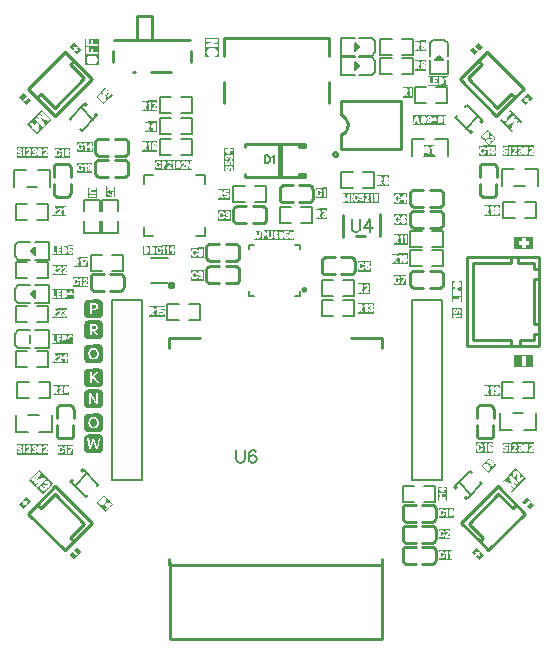
<source format=gto>
G04 Layer: TopSilkscreenLayer*
G04 EasyEDA Pro v2.2.40.8, 2025-10-27 13:57:15*
G04 Gerber Generator version 0.3*
G04 Scale: 100 percent, Rotated: No, Reflected: No*
G04 Dimensions in millimeters*
G04 Leading zeros omitted, absolute positions, 4 integers and 5 decimals*
G04 Generated by one-click*
%FSLAX45Y45*%
%MOMM*%
%ADD10C,0.254*%
%ADD11C,0.29997*%
%ADD12C,0.1524*%
%ADD13C,0.15189*%
%ADD14C,0.15011*%
%ADD15C,0.1999*%
%ADD16C,0.20295*%
%ADD17C,0.2027*%
%ADD18C,0.2032*%
G75*


G04 PolygonModel Start*
G54D10*
G01X4412980Y8397501D02*
G01X4413021Y8398688D01*
G01X4412856Y8396319D02*
G01X4412980Y8397501D01*
G01X4412649Y8395149D02*
G01X4412856Y8396319D01*
G01X4412362Y8393997D02*
G01X4412649Y8395149D01*
G01X4411995Y8392867D02*
G01X4412362Y8393997D01*
G01X4411550Y8391766D02*
G01X4411995Y8392867D01*
G01X4411029Y8390698D02*
G01X4411550Y8391766D01*
G01X4410435Y8389670D02*
G01X4411029Y8390698D01*
G01X4409771Y8388685D02*
G01X4410435Y8389670D01*
G01X4409040Y8387749D02*
G01X4409771Y8388685D01*
G01X4408245Y8386866D02*
G01X4409040Y8387749D01*
G01X4407390Y8386041D02*
G01X4408245Y8386866D01*
G01X4406481Y8385277D02*
G01X4407390Y8386041D01*
G01X4405520Y8384579D02*
G01X4406481Y8385277D01*
G01X4404512Y8383950D02*
G01X4405520Y8384579D01*
G01X4403463Y8383392D02*
G01X4404512Y8383950D01*
G01X4402378Y8382909D02*
G01X4403463Y8383392D01*
G01X4401262Y8382503D02*
G01X4402378Y8382909D01*
G01X4400120Y8382175D02*
G01X4401262Y8382503D01*
G01X4398958Y8381928D02*
G01X4400120Y8382175D01*
G01X4397782Y8381763D02*
G01X4398958Y8381928D01*
G01X4396597Y8381680D02*
G01X4397782Y8381763D01*
G01X4395409Y8381680D02*
G01X4396597Y8381680D01*
G01X4394224Y8381763D02*
G01X4395409Y8381680D01*
G01X4393048Y8381928D02*
G01X4394224Y8381763D01*
G01X4391886Y8382175D02*
G01X4393048Y8381928D01*
G01X4390744Y8382503D02*
G01X4391886Y8382175D01*
G01X4389628Y8382909D02*
G01X4390744Y8382503D01*
G01X4388543Y8383392D02*
G01X4389628Y8382909D01*
G01X4387494Y8383950D02*
G01X4388543Y8383392D01*
G01X4386487Y8384579D02*
G01X4387494Y8383950D01*
G01X4385526Y8385277D02*
G01X4386487Y8384579D01*
G01X4384616Y8386041D02*
G01X4385526Y8385277D01*
G01X4383762Y8386866D02*
G01X4384616Y8386041D01*
G01X4382967Y8387749D02*
G01X4383762Y8386866D01*
G01X4382235Y8388685D02*
G01X4382967Y8387749D01*
G01X4381571Y8389670D02*
G01X4382235Y8388685D01*
G01X4380977Y8390698D02*
G01X4381571Y8389670D01*
G01X4380457Y8391766D02*
G01X4380977Y8390698D01*
G01X4380012Y8392867D02*
G01X4380457Y8391766D01*
G01X4379645Y8393997D02*
G01X4380012Y8392867D01*
G01X4379357Y8395149D02*
G01X4379645Y8393997D01*
G01X4379151Y8396319D02*
G01X4379357Y8395149D01*
G01X4379027Y8397501D02*
G01X4379151Y8396319D01*
G01X4378985Y8398688D02*
G01X4379027Y8397501D01*
G01X4378985Y8398688D02*
G01X4379027Y8399875D01*
G01X4379027Y8399875D02*
G01X4379151Y8401056D01*
G01X4379151Y8401056D02*
G01X4379357Y8402226D01*
G01X4379357Y8402226D02*
G01X4379645Y8403378D01*
G01X4379645Y8403378D02*
G01X4380012Y8404508D01*
G01X4380012Y8404508D02*
G01X4380457Y8405610D01*
G01X4380457Y8405610D02*
G01X4380977Y8406677D01*
G01X4380977Y8406677D02*
G01X4381571Y8407706D01*
G01X4381571Y8407706D02*
G01X4382235Y8408691D01*
G01X4382235Y8408691D02*
G01X4382967Y8409627D01*
G01X4382967Y8409627D02*
G01X4383762Y8410509D01*
G01X4383762Y8410509D02*
G01X4384616Y8411334D01*
G01X4384616Y8411334D02*
G01X4385526Y8412098D01*
G01X4385526Y8412098D02*
G01X4386487Y8412796D01*
G01X4386487Y8412796D02*
G01X4387494Y8413426D01*
G01X4387494Y8413426D02*
G01X4388543Y8413983D01*
G01X4388543Y8413983D02*
G01X4389628Y8414467D01*
G01X4389628Y8414467D02*
G01X4390744Y8414873D01*
G01X4390744Y8414873D02*
G01X4391886Y8415200D01*
G01X4391886Y8415200D02*
G01X4393048Y8415447D01*
G01X4393048Y8415447D02*
G01X4394224Y8415612D01*
G01X4394224Y8415612D02*
G01X4395409Y8415695D01*
G01X4395409Y8415695D02*
G01X4396597Y8415695D01*
G01X4396597Y8415695D02*
G01X4397782Y8415612D01*
G01X4397782Y8415612D02*
G01X4398958Y8415447D01*
G01X4398958Y8415447D02*
G01X4400120Y8415200D01*
G01X4400120Y8415200D02*
G01X4401262Y8414873D01*
G01X4401262Y8414873D02*
G01X4402378Y8414467D01*
G01X4402378Y8414467D02*
G01X4403463Y8413983D01*
G01X4403463Y8413983D02*
G01X4404512Y8413426D01*
G01X4404512Y8413426D02*
G01X4405520Y8412796D01*
G01X4405520Y8412796D02*
G01X4406481Y8412098D01*
G01X4406481Y8412098D02*
G01X4407390Y8411334D01*
G01X4407390Y8411334D02*
G01X4408245Y8410509D01*
G01X4408245Y8410509D02*
G01X4409040Y8409627D01*
G01X4409040Y8409627D02*
G01X4409771Y8408691D01*
G01X4409771Y8408691D02*
G01X4410435Y8407706D01*
G01X4410435Y8407706D02*
G01X4411029Y8406677D01*
G01X4411029Y8406677D02*
G01X4411550Y8405610D01*
G01X4411550Y8405610D02*
G01X4411995Y8404508D01*
G01X4411995Y8404508D02*
G01X4412362Y8403378D01*
G01X4412362Y8403378D02*
G01X4412649Y8402226D01*
G01X4412649Y8402226D02*
G01X4412856Y8401056D01*
G01X4412856Y8401056D02*
G01X4412980Y8399875D01*
G01X4412980Y8399875D02*
G01X4413021Y8398688D01*
G54D11*
G01X3022513Y7287991D02*
G01X3022549Y7289038D01*
G01X3022403Y7286949D02*
G01X3022513Y7287991D01*
G01X3022221Y7285917D02*
G01X3022403Y7286949D01*
G01X3021968Y7284900D02*
G01X3022221Y7285917D01*
G01X3021644Y7283904D02*
G01X3021968Y7284900D01*
G01X3021251Y7282932D02*
G01X3021644Y7283904D01*
G01X3020792Y7281991D02*
G01X3021251Y7282932D01*
G01X3020268Y7281083D02*
G01X3020792Y7281991D01*
G01X3019682Y7280214D02*
G01X3020268Y7281083D01*
G01X3019037Y7279389D02*
G01X3019682Y7280214D01*
G01X3018336Y7278610D02*
G01X3019037Y7279389D01*
G01X3017582Y7277882D02*
G01X3018336Y7278610D01*
G01X3016780Y7277209D02*
G01X3017582Y7277882D01*
G01X3015932Y7276593D02*
G01X3016780Y7277209D01*
G01X3015044Y7276038D02*
G01X3015932Y7276593D01*
G01X3014118Y7275546D02*
G01X3015044Y7276038D01*
G01X3013161Y7275120D02*
G01X3014118Y7275546D01*
G01X3012176Y7274761D02*
G01X3013161Y7275120D01*
G01X3011169Y7274472D02*
G01X3012176Y7274761D01*
G01X3010144Y7274254D02*
G01X3011169Y7274472D01*
G01X3009107Y7274109D02*
G01X3010144Y7274254D01*
G01X3008062Y7274036D02*
G01X3009107Y7274109D01*
G01X3007014Y7274036D02*
G01X3008062Y7274036D01*
G01X3005969Y7274109D02*
G01X3007014Y7274036D01*
G01X3004931Y7274254D02*
G01X3005969Y7274109D01*
G01X3003906Y7274472D02*
G01X3004931Y7274254D01*
G01X3002899Y7274761D02*
G01X3003906Y7274472D01*
G01X3001914Y7275120D02*
G01X3002899Y7274761D01*
G01X3000957Y7275546D02*
G01X3001914Y7275120D01*
G01X3000032Y7276038D02*
G01X3000957Y7275546D01*
G01X2999143Y7276593D02*
G01X3000032Y7276038D01*
G01X2998296Y7277209D02*
G01X2999143Y7276593D01*
G01X2997493Y7277882D02*
G01X2998296Y7277209D01*
G01X2996739Y7278610D02*
G01X2997493Y7277882D01*
G01X2996038Y7279389D02*
G01X2996739Y7278610D01*
G01X2995393Y7280214D02*
G01X2996038Y7279389D01*
G01X2994807Y7281083D02*
G01X2995393Y7280214D01*
G01X2994283Y7281991D02*
G01X2994807Y7281083D01*
G01X2993824Y7282932D02*
G01X2994283Y7281991D01*
G01X2993432Y7283904D02*
G01X2993824Y7282932D01*
G01X2993108Y7284900D02*
G01X2993432Y7283904D01*
G01X2992854Y7285917D02*
G01X2993108Y7284900D01*
G01X2992672Y7286949D02*
G01X2992854Y7285917D01*
G01X2992563Y7287991D02*
G01X2992672Y7286949D01*
G01X2992526Y7289038D02*
G01X2992563Y7287991D01*
G01X2992526Y7289038D02*
G01X2992563Y7290085D01*
G01X2992563Y7290085D02*
G01X2992672Y7291127D01*
G01X2992672Y7291127D02*
G01X2992854Y7292159D01*
G01X2992854Y7292159D02*
G01X2993108Y7293176D01*
G01X2993108Y7293176D02*
G01X2993432Y7294172D01*
G01X2993432Y7294172D02*
G01X2993824Y7295144D01*
G01X2993824Y7295144D02*
G01X2994283Y7296085D01*
G01X2994283Y7296085D02*
G01X2994807Y7296993D01*
G01X2994807Y7296993D02*
G01X2995393Y7297861D01*
G01X2995393Y7297861D02*
G01X2996038Y7298687D01*
G01X2996038Y7298687D02*
G01X2996739Y7299466D01*
G01X2996739Y7299466D02*
G01X2997493Y7300193D01*
G01X2997493Y7300193D02*
G01X2998296Y7300867D01*
G01X2998296Y7300867D02*
G01X2999143Y7301483D01*
G01X2999143Y7301483D02*
G01X3000032Y7302038D01*
G01X3000032Y7302038D02*
G01X3000957Y7302530D01*
G01X3000957Y7302530D02*
G01X3001914Y7302956D01*
G01X3001914Y7302956D02*
G01X3002899Y7303315D01*
G01X3002899Y7303315D02*
G01X3003906Y7303603D01*
G01X3003906Y7303603D02*
G01X3004931Y7303821D01*
G01X3004931Y7303821D02*
G01X3005969Y7303967D01*
G01X3005969Y7303967D02*
G01X3007014Y7304040D01*
G01X3007014Y7304040D02*
G01X3008062Y7304040D01*
G01X3008062Y7304040D02*
G01X3009107Y7303967D01*
G01X3009107Y7303967D02*
G01X3010144Y7303821D01*
G01X3010144Y7303821D02*
G01X3011169Y7303603D01*
G01X3011169Y7303603D02*
G01X3012176Y7303315D01*
G01X3012176Y7303315D02*
G01X3013161Y7302956D01*
G01X3013161Y7302956D02*
G01X3014118Y7302530D01*
G01X3014118Y7302530D02*
G01X3015044Y7302038D01*
G01X3015044Y7302038D02*
G01X3015932Y7301483D01*
G01X3015932Y7301483D02*
G01X3016780Y7300867D01*
G01X3016780Y7300867D02*
G01X3017582Y7300193D01*
G01X3017582Y7300193D02*
G01X3018336Y7299466D01*
G01X3018336Y7299466D02*
G01X3019037Y7298687D01*
G01X3019037Y7298687D02*
G01X3019682Y7297861D01*
G01X3019682Y7297861D02*
G01X3020268Y7296993D01*
G01X3020268Y7296993D02*
G01X3020792Y7296085D01*
G01X3020792Y7296085D02*
G01X3021251Y7295144D01*
G01X3021251Y7295144D02*
G01X3021644Y7294172D01*
G01X3021644Y7294172D02*
G01X3021968Y7293176D01*
G01X3021968Y7293176D02*
G01X3022221Y7292159D01*
G01X3022221Y7292159D02*
G01X3022403Y7291127D01*
G01X3022403Y7291127D02*
G01X3022513Y7290085D01*
G01X3022513Y7290085D02*
G01X3022549Y7289038D01*
G54D10*
G01X4449013Y8728710D02*
G01X4451449Y8727522D01*
G01X4451449Y8727522D02*
G01X4456850Y8724543D01*
G01X4456850Y8724543D02*
G01X4462030Y8721194D01*
G01X4462030Y8721194D02*
G01X4466964Y8717493D01*
G01X4466964Y8717493D02*
G01X4471628Y8713456D01*
G01X4471628Y8713456D02*
G01X4475998Y8709104D01*
G01X4475998Y8709104D02*
G01X4480055Y8704458D01*
G01X4480055Y8704458D02*
G01X4483777Y8699539D01*
G01X4483777Y8699539D02*
G01X4487147Y8694374D01*
G01X4487147Y8694374D02*
G01X4490149Y8688985D01*
G01X4490149Y8688985D02*
G01X4492768Y8683400D01*
G01X4492768Y8683400D02*
G01X4494991Y8677647D01*
G01X4494991Y8677647D02*
G01X4496806Y8671752D01*
G01X4496806Y8671752D02*
G01X4498207Y8665745D01*
G01X4498207Y8665745D02*
G01X4499184Y8659655D01*
G01X4499184Y8659655D02*
G01X4499735Y8653512D01*
G01X4499735Y8653512D02*
G01X4499856Y8647345D01*
G01X4499546Y8641184D02*
G01X4499856Y8647345D01*
G01X4498807Y8635061D02*
G01X4499546Y8641184D01*
G01X4497643Y8629004D02*
G01X4498807Y8635061D01*
G01X4496059Y8623042D02*
G01X4497643Y8629004D01*
G01X4494063Y8617206D02*
G01X4496059Y8623042D01*
G01X4491665Y8611523D02*
G01X4494063Y8617206D01*
G01X4488877Y8606022D02*
G01X4491665Y8611523D01*
G01X4485711Y8600728D02*
G01X4488877Y8606022D01*
G01X4482184Y8595668D02*
G01X4485711Y8600728D01*
G01X4478313Y8590866D02*
G01X4482184Y8595668D01*
G01X4474116Y8586346D02*
G01X4478313Y8590866D01*
G01X4469614Y8582130D02*
G01X4474116Y8586346D01*
G01X4464828Y8578238D02*
G01X4469614Y8582130D01*
G01X4459783Y8574690D02*
G01X4464828Y8578238D01*
G01X4454503Y8571502D02*
G01X4459783Y8574690D01*
G01X4449013Y8568690D02*
G01X4454503Y8571502D01*
G01X2122830Y8317763D02*
G01X2123911Y8317745D01*
G01X2123911Y8317745D02*
G01X2126068Y8317595D01*
G01X2126068Y8317595D02*
G01X2128209Y8317295D01*
G01X2128209Y8317295D02*
G01X2130324Y8316846D01*
G01X2130324Y8316846D02*
G01X2132403Y8316251D01*
G01X2132403Y8316251D02*
G01X2134435Y8315512D01*
G01X2134435Y8315512D02*
G01X2136410Y8314634D01*
G01X2136410Y8314634D02*
G01X2138320Y8313620D01*
G01X2138320Y8313620D02*
G01X2140154Y8312475D01*
G01X2140154Y8312475D02*
G01X2141903Y8311205D01*
G01X2141903Y8311205D02*
G01X2143560Y8309815D01*
G01X2143560Y8309815D02*
G01X2145116Y8308314D01*
G01X2145116Y8308314D02*
G01X2146563Y8306708D01*
G01X2146563Y8306708D02*
G01X2147895Y8305005D01*
G01X2147895Y8305005D02*
G01X2149105Y8303213D01*
G01X2149105Y8303213D02*
G01X2150186Y8301341D01*
G01X2150186Y8301341D02*
G01X2151135Y8299398D01*
G01X2151135Y8299398D02*
G01X2151946Y8297394D01*
G01X2151946Y8297394D02*
G01X2152615Y8295338D01*
G01X2152615Y8295338D02*
G01X2153139Y8293240D01*
G01X2153139Y8293240D02*
G01X2153515Y8291111D01*
G01X2153515Y8291111D02*
G01X2153742Y8288961D01*
G01X2153742Y8288961D02*
G01X2153818Y8286801D01*
G01X2011832Y8286801D02*
G01X2011851Y8287857D01*
G01X2011851Y8287857D02*
G01X2012002Y8290014D01*
G01X2012002Y8290014D02*
G01X2012303Y8292156D01*
G01X2012303Y8292156D02*
G01X2012753Y8294272D01*
G01X2012753Y8294272D02*
G01X2013349Y8296351D01*
G01X2013349Y8296351D02*
G01X2014089Y8298384D01*
G01X2014089Y8298384D02*
G01X2014969Y8300360D01*
G01X2014969Y8300360D02*
G01X2015984Y8302269D01*
G01X2015984Y8302269D02*
G01X2017130Y8304104D01*
G01X2017130Y8304104D02*
G01X2018401Y8305853D01*
G01X2018401Y8305853D02*
G01X2019792Y8307510D01*
G01X2019792Y8307510D02*
G01X2021294Y8309066D01*
G01X2021294Y8309066D02*
G01X2022901Y8310513D01*
G01X2022901Y8310513D02*
G01X2024606Y8311845D01*
G01X2024606Y8311845D02*
G01X2026399Y8313054D01*
G01X2026399Y8313054D02*
G01X2028272Y8314136D01*
G01X2028272Y8314136D02*
G01X2030216Y8315084D01*
G01X2030216Y8315084D02*
G01X2032222Y8315894D01*
G01X2032222Y8315894D02*
G01X2034279Y8316563D01*
G01X2034279Y8316563D02*
G01X2036377Y8317086D01*
G01X2036377Y8317086D02*
G01X2038507Y8317462D01*
G01X2038507Y8317462D02*
G01X2040659Y8317688D01*
G01X2040659Y8317688D02*
G01X2042820Y8317763D01*
G01X2041688Y8039805D02*
G01X2042770Y8039786D01*
G01X2039530Y8039955D02*
G01X2041688Y8039805D01*
G01X2037388Y8040256D02*
G01X2039530Y8039955D01*
G01X2035273Y8040706D02*
G01X2037388Y8040256D01*
G01X2033194Y8041302D02*
G01X2035273Y8040706D01*
G01X2031161Y8042042D02*
G01X2033194Y8041302D01*
G01X2029185Y8042922D02*
G01X2031161Y8042042D01*
G01X2027276Y8043937D02*
G01X2029185Y8042922D01*
G01X2025441Y8045083D02*
G01X2027276Y8043937D01*
G01X2023691Y8046355D02*
G01X2025441Y8045083D01*
G01X2022035Y8047745D02*
G01X2023691Y8046355D01*
G01X2020479Y8049248D02*
G01X2022035Y8047745D01*
G01X2019031Y8050855D02*
G01X2020479Y8049248D01*
G01X2017700Y8052559D02*
G01X2019031Y8050855D01*
G01X2016490Y8054352D02*
G01X2017700Y8052559D01*
G01X2015409Y8056226D02*
G01X2016490Y8054352D01*
G01X2014461Y8058170D02*
G01X2015409Y8056226D01*
G01X2013650Y8060175D02*
G01X2014461Y8058170D01*
G01X2012982Y8062232D02*
G01X2013650Y8060175D01*
G01X2012459Y8064331D02*
G01X2012982Y8062232D01*
G01X2012083Y8066461D02*
G01X2012459Y8064331D01*
G01X2011857Y8068612D02*
G01X2012083Y8066461D01*
G01X2011782Y8070774D02*
G01X2011857Y8068612D01*
G01X2153749Y8069692D02*
G01X2153768Y8070774D01*
G01X2153598Y8067535D02*
G01X2153749Y8069692D01*
G01X2153297Y8065393D02*
G01X2153598Y8067535D01*
G01X2152847Y8063277D02*
G01X2153297Y8065393D01*
G01X2152251Y8061198D02*
G01X2152847Y8063277D01*
G01X2151511Y8059165D02*
G01X2152251Y8061198D01*
G01X2150631Y8057189D02*
G01X2151511Y8059165D01*
G01X2149616Y8055280D02*
G01X2150631Y8057189D01*
G01X2148470Y8053445D02*
G01X2149616Y8055280D01*
G01X2147198Y8051696D02*
G01X2148470Y8053445D01*
G01X2145808Y8050039D02*
G01X2147198Y8051696D01*
G01X2144306Y8048483D02*
G01X2145808Y8050039D01*
G01X2142698Y8047035D02*
G01X2144306Y8048483D01*
G01X2140994Y8045704D02*
G01X2142698Y8047035D01*
G01X2139201Y8044494D02*
G01X2140994Y8045704D01*
G01X2137327Y8043413D02*
G01X2139201Y8044494D01*
G01X2135383Y8042465D02*
G01X2137327Y8043413D01*
G01X2133378Y8041654D02*
G01X2135383Y8042465D01*
G01X2131321Y8040986D02*
G01X2133378Y8041654D01*
G01X2129222Y8040463D02*
G01X2131321Y8040986D01*
G01X2127092Y8040087D02*
G01X2129222Y8040463D01*
G01X2124941Y8039861D02*
G01X2127092Y8040087D01*
G01X2122780Y8039786D02*
G01X2124941Y8039861D01*
G01X2067088Y5995105D02*
G01X2068170Y5995086D01*
G01X2064930Y5995255D02*
G01X2067088Y5995105D01*
G01X2062788Y5995556D02*
G01X2064930Y5995255D01*
G01X2060673Y5996006D02*
G01X2062788Y5995556D01*
G01X2058594Y5996602D02*
G01X2060673Y5996006D01*
G01X2056561Y5997342D02*
G01X2058594Y5996602D01*
G01X2054585Y5998222D02*
G01X2056561Y5997342D01*
G01X2052676Y5999237D02*
G01X2054585Y5998222D01*
G01X2050841Y6000383D02*
G01X2052676Y5999237D01*
G01X2049091Y6001655D02*
G01X2050841Y6000383D01*
G01X2047435Y6003045D02*
G01X2049091Y6001655D01*
G01X2045879Y6004548D02*
G01X2047435Y6003045D01*
G01X2044431Y6006155D02*
G01X2045879Y6004548D01*
G01X2043100Y6007859D02*
G01X2044431Y6006155D01*
G01X2041890Y6009652D02*
G01X2043100Y6007859D01*
G01X2040809Y6011526D02*
G01X2041890Y6009652D01*
G01X2039861Y6013470D02*
G01X2040809Y6011526D01*
G01X2039050Y6015475D02*
G01X2039861Y6013470D01*
G01X2038382Y6017532D02*
G01X2039050Y6015475D01*
G01X2037859Y6019631D02*
G01X2038382Y6017532D01*
G01X2037483Y6021761D02*
G01X2037859Y6019631D01*
G01X2037257Y6023912D02*
G01X2037483Y6021761D01*
G01X2037182Y6026074D02*
G01X2037257Y6023912D01*
G01X2179124Y6024993D02*
G01X2179142Y6026074D01*
G01X2178974Y6022836D02*
G01X2179124Y6024993D01*
G01X2178674Y6020695D02*
G01X2178974Y6022836D01*
G01X2178225Y6018580D02*
G01X2178674Y6020695D01*
G01X2177630Y6016501D02*
G01X2178225Y6018580D01*
G01X2176891Y6014469D02*
G01X2177630Y6016501D01*
G01X2176013Y6012494D02*
G01X2176891Y6014469D01*
G01X2174998Y6010584D02*
G01X2176013Y6012494D01*
G01X2173854Y6008750D02*
G01X2174998Y6010584D01*
G01X2172583Y6007001D02*
G01X2173854Y6008750D01*
G01X2171194Y6005344D02*
G01X2172583Y6007001D01*
G01X2169693Y6003788D02*
G01X2171194Y6005344D01*
G01X2168087Y6002341D02*
G01X2169693Y6003788D01*
G01X2166384Y6001009D02*
G01X2168087Y6002341D01*
G01X2164592Y5999799D02*
G01X2166384Y6001009D01*
G01X2162720Y5998717D02*
G01X2164592Y5999799D01*
G01X2160777Y5997769D02*
G01X2162720Y5998717D01*
G01X2158773Y5996958D02*
G01X2160777Y5997769D01*
G01X2156717Y5996289D02*
G01X2158773Y5996958D01*
G01X2154619Y5995765D02*
G01X2156717Y5996289D01*
G01X2152490Y5995389D02*
G01X2154619Y5995765D01*
G01X2150340Y5995162D02*
G01X2152490Y5995389D01*
G01X2148180Y5995086D02*
G01X2150340Y5995162D01*
G01X2148205Y6273089D02*
G01X2149286Y6273070D01*
G01X2149286Y6273070D02*
G01X2151444Y6272919D01*
G01X2151444Y6272919D02*
G01X2153586Y6272618D01*
G01X2153586Y6272618D02*
G01X2155702Y6272168D01*
G01X2155702Y6272168D02*
G01X2157781Y6271572D01*
G01X2157781Y6271572D02*
G01X2159813Y6270832D01*
G01X2159813Y6270832D02*
G01X2161789Y6269952D01*
G01X2161789Y6269952D02*
G01X2163699Y6268937D01*
G01X2163699Y6268937D02*
G01X2165533Y6267791D01*
G01X2165533Y6267791D02*
G01X2167283Y6266520D01*
G01X2167283Y6266520D02*
G01X2168940Y6265129D01*
G01X2168940Y6265129D02*
G01X2170496Y6263627D01*
G01X2170496Y6263627D02*
G01X2171943Y6262019D01*
G01X2171943Y6262019D02*
G01X2173275Y6260315D01*
G01X2173275Y6260315D02*
G01X2174484Y6258522D01*
G01X2174484Y6258522D02*
G01X2175566Y6256649D01*
G01X2175566Y6256649D02*
G01X2176514Y6254705D01*
G01X2176514Y6254705D02*
G01X2177324Y6252699D01*
G01X2177324Y6252699D02*
G01X2177992Y6250642D01*
G01X2177992Y6250642D02*
G01X2178516Y6248544D01*
G01X2178516Y6248544D02*
G01X2178891Y6246413D01*
G01X2178891Y6246413D02*
G01X2179117Y6244262D01*
G01X2179117Y6244262D02*
G01X2179193Y6242101D01*
G01X2037232Y6242101D02*
G01X2037251Y6243182D01*
G01X2037251Y6243182D02*
G01X2037402Y6245340D01*
G01X2037402Y6245340D02*
G01X2037703Y6247482D01*
G01X2037703Y6247482D02*
G01X2038153Y6249597D01*
G01X2038153Y6249597D02*
G01X2038749Y6251677D01*
G01X2038749Y6251677D02*
G01X2039489Y6253709D01*
G01X2039489Y6253709D02*
G01X2040369Y6255685D01*
G01X2040369Y6255685D02*
G01X2041384Y6257595D01*
G01X2041384Y6257595D02*
G01X2042530Y6259429D01*
G01X2042530Y6259429D02*
G01X2043801Y6261179D01*
G01X2043801Y6261179D02*
G01X2045192Y6262836D01*
G01X2045192Y6262836D02*
G01X2046694Y6264392D01*
G01X2046694Y6264392D02*
G01X2048301Y6265839D01*
G01X2048301Y6265839D02*
G01X2050006Y6267171D01*
G01X2050006Y6267171D02*
G01X2051799Y6268380D01*
G01X2051799Y6268380D02*
G01X2053672Y6269461D01*
G01X2053672Y6269461D02*
G01X2055616Y6270410D01*
G01X2055616Y6270410D02*
G01X2057622Y6271220D01*
G01X2057622Y6271220D02*
G01X2059679Y6271888D01*
G01X2059679Y6271888D02*
G01X2061777Y6272412D01*
G01X2061777Y6272412D02*
G01X2063907Y6272787D01*
G01X2063907Y6272787D02*
G01X2066059Y6273013D01*
G01X2066059Y6273013D02*
G01X2068220Y6273089D01*
G01X5623088Y5995105D02*
G01X5624170Y5995086D01*
G01X5620930Y5995255D02*
G01X5623088Y5995105D01*
G01X5618788Y5995556D02*
G01X5620930Y5995255D01*
G01X5616673Y5996006D02*
G01X5618788Y5995556D01*
G01X5614594Y5996602D02*
G01X5616673Y5996006D01*
G01X5612561Y5997342D02*
G01X5614594Y5996602D01*
G01X5610585Y5998222D02*
G01X5612561Y5997342D01*
G01X5608676Y5999237D02*
G01X5610585Y5998222D01*
G01X5606841Y6000383D02*
G01X5608676Y5999237D01*
G01X5605091Y6001655D02*
G01X5606841Y6000383D01*
G01X5603435Y6003045D02*
G01X5605091Y6001655D01*
G01X5601879Y6004548D02*
G01X5603435Y6003045D01*
G01X5600431Y6006155D02*
G01X5601879Y6004548D01*
G01X5599100Y6007859D02*
G01X5600431Y6006155D01*
G01X5597890Y6009652D02*
G01X5599100Y6007859D01*
G01X5596809Y6011526D02*
G01X5597890Y6009652D01*
G01X5595861Y6013470D02*
G01X5596809Y6011526D01*
G01X5595050Y6015475D02*
G01X5595861Y6013470D01*
G01X5594382Y6017532D02*
G01X5595050Y6015475D01*
G01X5593859Y6019631D02*
G01X5594382Y6017532D01*
G01X5593483Y6021761D02*
G01X5593859Y6019631D01*
G01X5593257Y6023912D02*
G01X5593483Y6021761D01*
G01X5593182Y6026074D02*
G01X5593257Y6023912D01*
G01X5735123Y6024992D02*
G01X5735142Y6026074D01*
G01X5734972Y6022835D02*
G01X5735123Y6024992D01*
G01X5734671Y6020693D02*
G01X5734972Y6022835D01*
G01X5734222Y6018577D02*
G01X5734671Y6020693D01*
G01X5733625Y6016498D02*
G01X5734222Y6018577D01*
G01X5732886Y6014465D02*
G01X5733625Y6016498D01*
G01X5732006Y6012489D02*
G01X5732886Y6014465D01*
G01X5730991Y6010580D02*
G01X5732006Y6012489D01*
G01X5729844Y6008745D02*
G01X5730991Y6010580D01*
G01X5728573Y6006996D02*
G01X5729844Y6008745D01*
G01X5727183Y6005339D02*
G01X5728573Y6006996D01*
G01X5725680Y6003783D02*
G01X5727183Y6005339D01*
G01X5724073Y6002335D02*
G01X5725680Y6003783D01*
G01X5722368Y6001004D02*
G01X5724073Y6002335D01*
G01X5720575Y5999794D02*
G01X5722368Y6001004D01*
G01X5718702Y5998713D02*
G01X5720575Y5999794D01*
G01X5716758Y5997765D02*
G01X5718702Y5998713D01*
G01X5714753Y5996954D02*
G01X5716758Y5997765D01*
G01X5712695Y5996286D02*
G01X5714753Y5996954D01*
G01X5710597Y5995763D02*
G01X5712695Y5996286D01*
G01X5708467Y5995387D02*
G01X5710597Y5995763D01*
G01X5706316Y5995161D02*
G01X5708467Y5995387D01*
G01X5704154Y5995086D02*
G01X5706316Y5995161D01*
G01X5704205Y6273089D02*
G01X5705286Y6273070D01*
G01X5705286Y6273070D02*
G01X5707444Y6272919D01*
G01X5707444Y6272919D02*
G01X5709586Y6272618D01*
G01X5709586Y6272618D02*
G01X5711702Y6272168D01*
G01X5711702Y6272168D02*
G01X5713781Y6271572D01*
G01X5713781Y6271572D02*
G01X5715813Y6270832D01*
G01X5715813Y6270832D02*
G01X5717789Y6269952D01*
G01X5717789Y6269952D02*
G01X5719699Y6268937D01*
G01X5719699Y6268937D02*
G01X5721533Y6267791D01*
G01X5721533Y6267791D02*
G01X5723283Y6266520D01*
G01X5723283Y6266520D02*
G01X5724940Y6265129D01*
G01X5724940Y6265129D02*
G01X5726496Y6263627D01*
G01X5726496Y6263627D02*
G01X5727943Y6262019D01*
G01X5727943Y6262019D02*
G01X5729275Y6260315D01*
G01X5729275Y6260315D02*
G01X5730484Y6258522D01*
G01X5730484Y6258522D02*
G01X5731566Y6256649D01*
G01X5731566Y6256649D02*
G01X5732514Y6254705D01*
G01X5732514Y6254705D02*
G01X5733324Y6252699D01*
G01X5733324Y6252699D02*
G01X5733992Y6250642D01*
G01X5733992Y6250642D02*
G01X5734516Y6248544D01*
G01X5734516Y6248544D02*
G01X5734891Y6246413D01*
G01X5734891Y6246413D02*
G01X5735117Y6244262D01*
G01X5735117Y6244262D02*
G01X5735193Y6242101D01*
G01X5593232Y6242101D02*
G01X5593251Y6243182D01*
G01X5593251Y6243182D02*
G01X5593402Y6245340D01*
G01X5593402Y6245340D02*
G01X5593703Y6247482D01*
G01X5593703Y6247482D02*
G01X5594153Y6249597D01*
G01X5594153Y6249597D02*
G01X5594749Y6251677D01*
G01X5594749Y6251677D02*
G01X5595489Y6253709D01*
G01X5595489Y6253709D02*
G01X5596369Y6255685D01*
G01X5596369Y6255685D02*
G01X5597384Y6257595D01*
G01X5597384Y6257595D02*
G01X5598530Y6259429D01*
G01X5598530Y6259429D02*
G01X5599801Y6261179D01*
G01X5599801Y6261179D02*
G01X5601192Y6262836D01*
G01X5601192Y6262836D02*
G01X5602694Y6264392D01*
G01X5602694Y6264392D02*
G01X5604301Y6265839D01*
G01X5604301Y6265839D02*
G01X5606006Y6267171D01*
G01X5606006Y6267171D02*
G01X5607799Y6268380D01*
G01X5607799Y6268380D02*
G01X5609672Y6269461D01*
G01X5609672Y6269461D02*
G01X5611616Y6270410D01*
G01X5611616Y6270410D02*
G01X5613622Y6271220D01*
G01X5613622Y6271220D02*
G01X5615679Y6271888D01*
G01X5615679Y6271888D02*
G01X5617777Y6272412D01*
G01X5617777Y6272412D02*
G01X5619907Y6272787D01*
G01X5619907Y6272787D02*
G01X5622059Y6273013D01*
G01X5622059Y6273013D02*
G01X5624220Y6273089D01*
G01X5729605Y8317763D02*
G01X5730686Y8317745D01*
G01X5730686Y8317745D02*
G01X5732843Y8317595D01*
G01X5732843Y8317595D02*
G01X5734984Y8317295D01*
G01X5734984Y8317295D02*
G01X5737099Y8316846D01*
G01X5737099Y8316846D02*
G01X5739177Y8316251D01*
G01X5739177Y8316251D02*
G01X5741209Y8315512D01*
G01X5741209Y8315512D02*
G01X5743185Y8314634D01*
G01X5743185Y8314634D02*
G01X5745094Y8313620D01*
G01X5745094Y8313620D02*
G01X5746928Y8312475D01*
G01X5746928Y8312475D02*
G01X5748678Y8311205D01*
G01X5748678Y8311205D02*
G01X5750335Y8309815D01*
G01X5750335Y8309815D02*
G01X5751890Y8308314D01*
G01X5751890Y8308314D02*
G01X5753338Y8306708D01*
G01X5753338Y8306708D02*
G01X5754670Y8305005D01*
G01X5754670Y8305005D02*
G01X5755879Y8303213D01*
G01X5755879Y8303213D02*
G01X5756961Y8301341D01*
G01X5756961Y8301341D02*
G01X5757910Y8299398D01*
G01X5757910Y8299398D02*
G01X5758721Y8297394D01*
G01X5758721Y8297394D02*
G01X5759390Y8295338D01*
G01X5759390Y8295338D02*
G01X5759913Y8293240D01*
G01X5759913Y8293240D02*
G01X5760290Y8291111D01*
G01X5760290Y8291111D02*
G01X5760517Y8288961D01*
G01X5760517Y8288961D02*
G01X5760593Y8286801D01*
G01X5618632Y8286801D02*
G01X5618651Y8287857D01*
G01X5618651Y8287857D02*
G01X5618802Y8290014D01*
G01X5618802Y8290014D02*
G01X5619103Y8292156D01*
G01X5619103Y8292156D02*
G01X5619553Y8294272D01*
G01X5619553Y8294272D02*
G01X5620149Y8296351D01*
G01X5620149Y8296351D02*
G01X5620889Y8298384D01*
G01X5620889Y8298384D02*
G01X5621769Y8300360D01*
G01X5621769Y8300360D02*
G01X5622784Y8302269D01*
G01X5622784Y8302269D02*
G01X5623930Y8304104D01*
G01X5623930Y8304104D02*
G01X5625201Y8305853D01*
G01X5625201Y8305853D02*
G01X5626592Y8307510D01*
G01X5626592Y8307510D02*
G01X5628094Y8309066D01*
G01X5628094Y8309066D02*
G01X5629701Y8310513D01*
G01X5629701Y8310513D02*
G01X5631406Y8311845D01*
G01X5631406Y8311845D02*
G01X5633199Y8313054D01*
G01X5633199Y8313054D02*
G01X5635072Y8314136D01*
G01X5635072Y8314136D02*
G01X5637016Y8315084D01*
G01X5637016Y8315084D02*
G01X5639022Y8315894D01*
G01X5639022Y8315894D02*
G01X5641079Y8316563D01*
G01X5641079Y8316563D02*
G01X5643177Y8317086D01*
G01X5643177Y8317086D02*
G01X5645307Y8317462D01*
G01X5645307Y8317462D02*
G01X5647459Y8317688D01*
G01X5647459Y8317688D02*
G01X5649620Y8317763D01*
G01X5648488Y8039805D02*
G01X5649570Y8039786D01*
G01X5646330Y8039955D02*
G01X5648488Y8039805D01*
G01X5644188Y8040256D02*
G01X5646330Y8039955D01*
G01X5642073Y8040706D02*
G01X5644188Y8040256D01*
G01X5639994Y8041302D02*
G01X5642073Y8040706D01*
G01X5637961Y8042042D02*
G01X5639994Y8041302D01*
G01X5635985Y8042922D02*
G01X5637961Y8042042D01*
G01X5634076Y8043937D02*
G01X5635985Y8042922D01*
G01X5632241Y8045083D02*
G01X5634076Y8043937D01*
G01X5630491Y8046355D02*
G01X5632241Y8045083D01*
G01X5628835Y8047745D02*
G01X5630491Y8046355D01*
G01X5627279Y8049248D02*
G01X5628835Y8047745D01*
G01X5625831Y8050855D02*
G01X5627279Y8049248D01*
G01X5624500Y8052559D02*
G01X5625831Y8050855D01*
G01X5623290Y8054352D02*
G01X5624500Y8052559D01*
G01X5622209Y8056226D02*
G01X5623290Y8054352D01*
G01X5621261Y8058170D02*
G01X5622209Y8056226D01*
G01X5620450Y8060175D02*
G01X5621261Y8058170D01*
G01X5619782Y8062232D02*
G01X5620450Y8060175D01*
G01X5619259Y8064331D02*
G01X5619782Y8062232D01*
G01X5618883Y8066461D02*
G01X5619259Y8064331D01*
G01X5618657Y8068612D02*
G01X5618883Y8066461D01*
G01X5618582Y8070774D02*
G01X5618657Y8068612D01*
G01X5760524Y8069693D02*
G01X5760542Y8070774D01*
G01X5760374Y8067536D02*
G01X5760524Y8069693D01*
G01X5760074Y8065395D02*
G01X5760374Y8067536D01*
G01X5759625Y8063280D02*
G01X5760074Y8065395D01*
G01X5759030Y8061201D02*
G01X5759625Y8063280D01*
G01X5758291Y8059169D02*
G01X5759030Y8061201D01*
G01X5757413Y8057194D02*
G01X5758291Y8059169D01*
G01X5756398Y8055284D02*
G01X5757413Y8057194D01*
G01X5755254Y8053450D02*
G01X5756398Y8055284D01*
G01X5753983Y8051701D02*
G01X5755254Y8053450D01*
G01X5752594Y8050044D02*
G01X5753983Y8051701D01*
G01X5751093Y8048488D02*
G01X5752594Y8050044D01*
G01X5749487Y8047041D02*
G01X5751093Y8048488D01*
G01X5747784Y8045709D02*
G01X5749487Y8047041D01*
G01X5745992Y8044499D02*
G01X5747784Y8045709D01*
G01X5744120Y8043417D02*
G01X5745992Y8044499D01*
G01X5742177Y8042469D02*
G01X5744120Y8043417D01*
G01X5740173Y8041658D02*
G01X5742177Y8042469D01*
G01X5738117Y8040989D02*
G01X5740173Y8041658D01*
G01X5736019Y8040465D02*
G01X5738117Y8040989D01*
G01X5733890Y8040089D02*
G01X5736019Y8040465D01*
G01X5731740Y8039862D02*
G01X5733890Y8040089D01*
G01X5729580Y8039786D02*
G01X5731740Y8039862D01*
G01X2640870Y8417088D02*
G01X2640889Y8418170D01*
G01X2640719Y8414930D02*
G01X2640870Y8417088D01*
G01X2640418Y8412788D02*
G01X2640719Y8414930D01*
G01X2639968Y8410673D02*
G01X2640418Y8412788D01*
G01X2639372Y8408594D02*
G01X2639968Y8410673D01*
G01X2638632Y8406561D02*
G01X2639372Y8408594D01*
G01X2637752Y8404585D02*
G01X2638632Y8406561D01*
G01X2636737Y8402676D02*
G01X2637752Y8404585D01*
G01X2635591Y8400841D02*
G01X2636737Y8402676D01*
G01X2634320Y8399091D02*
G01X2635591Y8400841D01*
G01X2632929Y8397435D02*
G01X2634320Y8399091D01*
G01X2631427Y8395879D02*
G01X2632929Y8397435D01*
G01X2629819Y8394431D02*
G01X2631427Y8395879D01*
G01X2628115Y8393100D02*
G01X2629819Y8394431D01*
G01X2626322Y8391890D02*
G01X2628115Y8393100D01*
G01X2624449Y8390809D02*
G01X2626322Y8391890D01*
G01X2622505Y8389861D02*
G01X2624449Y8390809D01*
G01X2620499Y8389050D02*
G01X2622505Y8389861D01*
G01X2618442Y8388382D02*
G01X2620499Y8389050D01*
G01X2616344Y8387859D02*
G01X2618442Y8388382D01*
G01X2614213Y8387483D02*
G01X2616344Y8387859D01*
G01X2612062Y8387257D02*
G01X2614213Y8387483D01*
G01X2609901Y8387182D02*
G01X2612062Y8387257D01*
G01X2609901Y8529142D02*
G01X2610982Y8529123D01*
G01X2610982Y8529123D02*
G01X2613140Y8528972D01*
G01X2613140Y8528972D02*
G01X2615282Y8528671D01*
G01X2615282Y8528671D02*
G01X2617397Y8528222D01*
G01X2617397Y8528222D02*
G01X2619477Y8527625D01*
G01X2619477Y8527625D02*
G01X2621509Y8526886D01*
G01X2621509Y8526886D02*
G01X2623485Y8526006D01*
G01X2623485Y8526006D02*
G01X2625395Y8524991D01*
G01X2625395Y8524991D02*
G01X2627229Y8523844D01*
G01X2627229Y8523844D02*
G01X2628979Y8522573D01*
G01X2628979Y8522573D02*
G01X2630636Y8521183D01*
G01X2630636Y8521183D02*
G01X2632192Y8519680D01*
G01X2632192Y8519680D02*
G01X2633639Y8518073D01*
G01X2633639Y8518073D02*
G01X2634971Y8516368D01*
G01X2634971Y8516368D02*
G01X2636180Y8514575D01*
G01X2636180Y8514575D02*
G01X2637261Y8512702D01*
G01X2637261Y8512702D02*
G01X2638210Y8510758D01*
G01X2638210Y8510758D02*
G01X2639020Y8508753D01*
G01X2639020Y8508753D02*
G01X2639688Y8506695D01*
G01X2639688Y8506695D02*
G01X2640212Y8504597D01*
G01X2640212Y8504597D02*
G01X2640587Y8502467D01*
G01X2640587Y8502467D02*
G01X2640813Y8500316D01*
G01X2640813Y8500316D02*
G01X2640889Y8498154D01*
G01X2362886Y8498205D02*
G01X2362905Y8499286D01*
G01X2362905Y8499286D02*
G01X2363055Y8501444D01*
G01X2363055Y8501444D02*
G01X2363356Y8503586D01*
G01X2363356Y8503586D02*
G01X2363806Y8505702D01*
G01X2363806Y8505702D02*
G01X2364402Y8507781D01*
G01X2364402Y8507781D02*
G01X2365142Y8509813D01*
G01X2365142Y8509813D02*
G01X2366022Y8511789D01*
G01X2366022Y8511789D02*
G01X2367037Y8513699D01*
G01X2367037Y8513699D02*
G01X2368183Y8515533D01*
G01X2368183Y8515533D02*
G01X2369455Y8517283D01*
G01X2369455Y8517283D02*
G01X2370845Y8518940D01*
G01X2370845Y8518940D02*
G01X2372348Y8520496D01*
G01X2372348Y8520496D02*
G01X2373955Y8521943D01*
G01X2373955Y8521943D02*
G01X2375659Y8523275D01*
G01X2375659Y8523275D02*
G01X2377452Y8524484D01*
G01X2377452Y8524484D02*
G01X2379326Y8525566D01*
G01X2379326Y8525566D02*
G01X2381270Y8526514D01*
G01X2381270Y8526514D02*
G01X2383275Y8527324D01*
G01X2383275Y8527324D02*
G01X2385332Y8527992D01*
G01X2385332Y8527992D02*
G01X2387431Y8528516D01*
G01X2387431Y8528516D02*
G01X2389561Y8528891D01*
G01X2389561Y8528891D02*
G01X2391712Y8529117D01*
G01X2391712Y8529117D02*
G01X2393874Y8529193D01*
G01X2392793Y8387251D02*
G01X2393874Y8387232D01*
G01X2390636Y8387401D02*
G01X2392793Y8387251D01*
G01X2388495Y8387701D02*
G01X2390636Y8387401D01*
G01X2386380Y8388149D02*
G01X2388495Y8387701D01*
G01X2384301Y8388744D02*
G01X2386380Y8388149D01*
G01X2382269Y8389483D02*
G01X2384301Y8388744D01*
G01X2380294Y8390362D02*
G01X2382269Y8389483D01*
G01X2378384Y8391376D02*
G01X2380294Y8390362D01*
G01X2376550Y8392521D02*
G01X2378384Y8391376D01*
G01X2374801Y8393791D02*
G01X2376550Y8392521D01*
G01X2373144Y8395180D02*
G01X2374801Y8393791D01*
G01X2371588Y8396681D02*
G01X2373144Y8395180D01*
G01X2370141Y8398287D02*
G01X2371588Y8396681D01*
G01X2368809Y8399991D02*
G01X2370141Y8398287D01*
G01X2367599Y8401782D02*
G01X2368809Y8399991D01*
G01X2366517Y8403654D02*
G01X2367599Y8401782D01*
G01X2365569Y8405597D02*
G01X2366517Y8403654D01*
G01X2364758Y8407601D02*
G01X2365569Y8405597D01*
G01X2364089Y8409657D02*
G01X2364758Y8407601D01*
G01X2363565Y8411755D02*
G01X2364089Y8409657D01*
G01X2363189Y8413884D02*
G01X2363565Y8411755D01*
G01X2362962Y8416034D02*
G01X2363189Y8413884D01*
G01X2362886Y8418195D02*
G01X2362962Y8416034D01*
G01X2362911Y8320405D02*
G01X2362929Y8321486D01*
G01X2362929Y8321486D02*
G01X2363079Y8323643D01*
G01X2363079Y8323643D02*
G01X2363380Y8325784D01*
G01X2363380Y8325784D02*
G01X2363828Y8327899D01*
G01X2363828Y8327899D02*
G01X2364423Y8329977D01*
G01X2364423Y8329977D02*
G01X2365162Y8332009D01*
G01X2365162Y8332009D02*
G01X2366040Y8333985D01*
G01X2366040Y8333985D02*
G01X2367055Y8335894D01*
G01X2367055Y8335894D02*
G01X2368199Y8337728D01*
G01X2368199Y8337728D02*
G01X2369470Y8339478D01*
G01X2369470Y8339478D02*
G01X2370859Y8341135D01*
G01X2370859Y8341135D02*
G01X2372360Y8342690D01*
G01X2372360Y8342690D02*
G01X2373966Y8344138D01*
G01X2373966Y8344138D02*
G01X2375669Y8345470D01*
G01X2375669Y8345470D02*
G01X2377461Y8346679D01*
G01X2377461Y8346679D02*
G01X2379333Y8347761D01*
G01X2379333Y8347761D02*
G01X2381276Y8348710D01*
G01X2381276Y8348710D02*
G01X2383280Y8349521D01*
G01X2383280Y8349521D02*
G01X2385336Y8350190D01*
G01X2385336Y8350190D02*
G01X2387434Y8350713D01*
G01X2387434Y8350713D02*
G01X2389563Y8351090D01*
G01X2389563Y8351090D02*
G01X2391713Y8351317D01*
G01X2391713Y8351317D02*
G01X2393874Y8351393D01*
G01X2392818Y8209451D02*
G01X2393874Y8209432D01*
G01X2390660Y8209602D02*
G01X2392818Y8209451D01*
G01X2388518Y8209903D02*
G01X2390660Y8209602D01*
G01X2386402Y8210353D02*
G01X2388518Y8209903D01*
G01X2384323Y8210949D02*
G01X2386402Y8210353D01*
G01X2382291Y8211689D02*
G01X2384323Y8210949D01*
G01X2380315Y8212569D02*
G01X2382291Y8211689D01*
G01X2378405Y8213584D02*
G01X2380315Y8212569D01*
G01X2376571Y8214730D02*
G01X2378405Y8213584D01*
G01X2374821Y8216001D02*
G01X2376571Y8214730D01*
G01X2373164Y8217392D02*
G01X2374821Y8216001D01*
G01X2371608Y8218894D02*
G01X2373164Y8217392D01*
G01X2370161Y8220501D02*
G01X2371608Y8218894D01*
G01X2368829Y8222206D02*
G01X2370161Y8220501D01*
G01X2367620Y8223999D02*
G01X2368829Y8222206D01*
G01X2366538Y8225872D02*
G01X2367620Y8223999D01*
G01X2365590Y8227816D02*
G01X2366538Y8225872D01*
G01X2364780Y8229822D02*
G01X2365590Y8227816D01*
G01X2364112Y8231879D02*
G01X2364780Y8229822D01*
G01X2363588Y8233977D02*
G01X2364112Y8231879D01*
G01X2363213Y8236107D02*
G01X2363588Y8233977D01*
G01X2362987Y8238259D02*
G01X2363213Y8236107D01*
G01X2362911Y8240420D02*
G01X2362987Y8238259D01*
G01X2640870Y8239288D02*
G01X2640889Y8240370D01*
G01X2640719Y8237130D02*
G01X2640870Y8239288D01*
G01X2640418Y8234988D02*
G01X2640719Y8237130D01*
G01X2639968Y8232873D02*
G01X2640418Y8234988D01*
G01X2639372Y8230794D02*
G01X2639968Y8232873D01*
G01X2638632Y8228761D02*
G01X2639372Y8230794D01*
G01X2637752Y8226785D02*
G01X2638632Y8228761D01*
G01X2636737Y8224876D02*
G01X2637752Y8226785D01*
G01X2635591Y8223041D02*
G01X2636737Y8224876D01*
G01X2634320Y8221291D02*
G01X2635591Y8223041D01*
G01X2632929Y8219635D02*
G01X2634320Y8221291D01*
G01X2631427Y8218079D02*
G01X2632929Y8219635D01*
G01X2629819Y8216631D02*
G01X2631427Y8218079D01*
G01X2628115Y8215300D02*
G01X2629819Y8216631D01*
G01X2626322Y8214090D02*
G01X2628115Y8215300D01*
G01X2624449Y8213009D02*
G01X2626322Y8214090D01*
G01X2622505Y8212061D02*
G01X2624449Y8213009D01*
G01X2620499Y8211250D02*
G01X2622505Y8212061D01*
G01X2618442Y8210582D02*
G01X2620499Y8211250D01*
G01X2616344Y8210059D02*
G01X2618442Y8210582D01*
G01X2614213Y8209683D02*
G01X2616344Y8210059D01*
G01X2612062Y8209457D02*
G01X2614213Y8209683D01*
G01X2609901Y8209382D02*
G01X2612062Y8209457D01*
G01X2609901Y8351342D02*
G01X2610982Y8351323D01*
G01X2610982Y8351323D02*
G01X2613140Y8351172D01*
G01X2613140Y8351172D02*
G01X2615282Y8350871D01*
G01X2615282Y8350871D02*
G01X2617397Y8350422D01*
G01X2617397Y8350422D02*
G01X2619477Y8349825D01*
G01X2619477Y8349825D02*
G01X2621509Y8349086D01*
G01X2621509Y8349086D02*
G01X2623485Y8348206D01*
G01X2623485Y8348206D02*
G01X2625395Y8347191D01*
G01X2625395Y8347191D02*
G01X2627229Y8346044D01*
G01X2627229Y8346044D02*
G01X2628979Y8344773D01*
G01X2628979Y8344773D02*
G01X2630636Y8343383D01*
G01X2630636Y8343383D02*
G01X2632192Y8341880D01*
G01X2632192Y8341880D02*
G01X2633639Y8340273D01*
G01X2633639Y8340273D02*
G01X2634971Y8338568D01*
G01X2634971Y8338568D02*
G01X2636180Y8336775D01*
G01X2636180Y8336775D02*
G01X2637261Y8334902D01*
G01X2637261Y8334902D02*
G01X2638210Y8332958D01*
G01X2638210Y8332958D02*
G01X2639020Y8330953D01*
G01X2639020Y8330953D02*
G01X2639688Y8328895D01*
G01X2639688Y8328895D02*
G01X2640212Y8326797D01*
G01X2640212Y8326797D02*
G01X2640587Y8324667D01*
G01X2640587Y8324667D02*
G01X2640813Y8322516D01*
G01X2640813Y8322516D02*
G01X2640889Y8320354D01*
G01X2602770Y7274088D02*
G01X2602789Y7275170D01*
G01X2602619Y7271930D02*
G01X2602770Y7274088D01*
G01X2602318Y7269788D02*
G01X2602619Y7271930D01*
G01X2601868Y7267673D02*
G01X2602318Y7269788D01*
G01X2601272Y7265594D02*
G01X2601868Y7267673D01*
G01X2600532Y7263561D02*
G01X2601272Y7265594D01*
G01X2599652Y7261585D02*
G01X2600532Y7263561D01*
G01X2598637Y7259676D02*
G01X2599652Y7261585D01*
G01X2597491Y7257841D02*
G01X2598637Y7259676D01*
G01X2596220Y7256091D02*
G01X2597491Y7257841D01*
G01X2594829Y7254435D02*
G01X2596220Y7256091D01*
G01X2593327Y7252879D02*
G01X2594829Y7254435D01*
G01X2591719Y7251431D02*
G01X2593327Y7252879D01*
G01X2590015Y7250100D02*
G01X2591719Y7251431D01*
G01X2588222Y7248890D02*
G01X2590015Y7250100D01*
G01X2586349Y7247809D02*
G01X2588222Y7248890D01*
G01X2584405Y7246861D02*
G01X2586349Y7247809D01*
G01X2582399Y7246050D02*
G01X2584405Y7246861D01*
G01X2580342Y7245382D02*
G01X2582399Y7246050D01*
G01X2578244Y7244859D02*
G01X2580342Y7245382D01*
G01X2576113Y7244483D02*
G01X2578244Y7244859D01*
G01X2573962Y7244257D02*
G01X2576113Y7244483D01*
G01X2571801Y7244182D02*
G01X2573962Y7244257D01*
G01X2571801Y7386142D02*
G01X2572882Y7386123D01*
G01X2572882Y7386123D02*
G01X2575040Y7385972D01*
G01X2575040Y7385972D02*
G01X2577182Y7385671D01*
G01X2577182Y7385671D02*
G01X2579297Y7385222D01*
G01X2579297Y7385222D02*
G01X2581377Y7384625D01*
G01X2581377Y7384625D02*
G01X2583409Y7383886D01*
G01X2583409Y7383886D02*
G01X2585385Y7383006D01*
G01X2585385Y7383006D02*
G01X2587295Y7381991D01*
G01X2587295Y7381991D02*
G01X2589129Y7380844D01*
G01X2589129Y7380844D02*
G01X2590879Y7379573D01*
G01X2590879Y7379573D02*
G01X2592536Y7378183D01*
G01X2592536Y7378183D02*
G01X2594092Y7376680D01*
G01X2594092Y7376680D02*
G01X2595539Y7375073D01*
G01X2595539Y7375073D02*
G01X2596871Y7373368D01*
G01X2596871Y7373368D02*
G01X2598080Y7371575D01*
G01X2598080Y7371575D02*
G01X2599161Y7369702D01*
G01X2599161Y7369702D02*
G01X2600110Y7367758D01*
G01X2600110Y7367758D02*
G01X2600920Y7365753D01*
G01X2600920Y7365753D02*
G01X2601588Y7363695D01*
G01X2601588Y7363695D02*
G01X2602112Y7361597D01*
G01X2602112Y7361597D02*
G01X2602487Y7359467D01*
G01X2602487Y7359467D02*
G01X2602713Y7357316D01*
G01X2602713Y7357316D02*
G01X2602789Y7355154D01*
G01X2324786Y7355205D02*
G01X2324805Y7356286D01*
G01X2324805Y7356286D02*
G01X2324955Y7358444D01*
G01X2324955Y7358444D02*
G01X2325256Y7360586D01*
G01X2325256Y7360586D02*
G01X2325706Y7362702D01*
G01X2325706Y7362702D02*
G01X2326302Y7364781D01*
G01X2326302Y7364781D02*
G01X2327042Y7366813D01*
G01X2327042Y7366813D02*
G01X2327922Y7368789D01*
G01X2327922Y7368789D02*
G01X2328937Y7370699D01*
G01X2328937Y7370699D02*
G01X2330083Y7372533D01*
G01X2330083Y7372533D02*
G01X2331355Y7374283D01*
G01X2331355Y7374283D02*
G01X2332745Y7375940D01*
G01X2332745Y7375940D02*
G01X2334248Y7377496D01*
G01X2334248Y7377496D02*
G01X2335855Y7378943D01*
G01X2335855Y7378943D02*
G01X2337559Y7380275D01*
G01X2337559Y7380275D02*
G01X2339352Y7381484D01*
G01X2339352Y7381484D02*
G01X2341226Y7382566D01*
G01X2341226Y7382566D02*
G01X2343170Y7383514D01*
G01X2343170Y7383514D02*
G01X2345175Y7384324D01*
G01X2345175Y7384324D02*
G01X2347232Y7384992D01*
G01X2347232Y7384992D02*
G01X2349331Y7385516D01*
G01X2349331Y7385516D02*
G01X2351461Y7385891D01*
G01X2351461Y7385891D02*
G01X2353612Y7386117D01*
G01X2353612Y7386117D02*
G01X2355774Y7386193D01*
G01X2354692Y7244251D02*
G01X2355774Y7244232D01*
G01X2352535Y7244402D02*
G01X2354692Y7244251D01*
G01X2350393Y7244703D02*
G01X2352535Y7244402D01*
G01X2348277Y7245153D02*
G01X2350393Y7244703D01*
G01X2346198Y7245749D02*
G01X2348277Y7245153D01*
G01X2344165Y7246489D02*
G01X2346198Y7245749D01*
G01X2342189Y7247369D02*
G01X2344165Y7246489D01*
G01X2340280Y7248384D02*
G01X2342189Y7247369D01*
G01X2338445Y7249530D02*
G01X2340280Y7248384D01*
G01X2336696Y7250801D02*
G01X2338445Y7249530D01*
G01X2335039Y7252192D02*
G01X2336696Y7250801D01*
G01X2333483Y7253694D02*
G01X2335039Y7252192D01*
G01X2332035Y7255301D02*
G01X2333483Y7253694D01*
G01X2330704Y7257006D02*
G01X2332035Y7255301D01*
G01X2329494Y7258799D02*
G01X2330704Y7257006D01*
G01X2328413Y7260672D02*
G01X2329494Y7258799D01*
G01X2327465Y7262616D02*
G01X2328413Y7260672D01*
G01X2326654Y7264622D02*
G01X2327465Y7262616D01*
G01X2325986Y7266679D02*
G01X2326654Y7264622D01*
G01X2325463Y7268777D02*
G01X2325986Y7266679D01*
G01X2325087Y7270907D02*
G01X2325463Y7268777D01*
G01X2324861Y7273059D02*
G01X2325087Y7270907D01*
G01X2324786Y7275220D02*
G01X2324861Y7273059D01*
G01X4966411Y5043805D02*
G01X4966429Y5044886D01*
G01X4966429Y5044886D02*
G01X4966579Y5047043D01*
G01X4966579Y5047043D02*
G01X4966880Y5049184D01*
G01X4966880Y5049184D02*
G01X4967328Y5051299D01*
G01X4967328Y5051299D02*
G01X4967923Y5053377D01*
G01X4967923Y5053377D02*
G01X4968662Y5055409D01*
G01X4968662Y5055409D02*
G01X4969540Y5057385D01*
G01X4969540Y5057385D02*
G01X4970555Y5059294D01*
G01X4970555Y5059294D02*
G01X4971699Y5061128D01*
G01X4971699Y5061128D02*
G01X4972970Y5062878D01*
G01X4972970Y5062878D02*
G01X4974359Y5064535D01*
G01X4974359Y5064535D02*
G01X4975860Y5066090D01*
G01X4975860Y5066090D02*
G01X4977466Y5067538D01*
G01X4977466Y5067538D02*
G01X4979169Y5068870D01*
G01X4979169Y5068870D02*
G01X4980961Y5070079D01*
G01X4980961Y5070079D02*
G01X4982833Y5071161D01*
G01X4982833Y5071161D02*
G01X4984776Y5072110D01*
G01X4984776Y5072110D02*
G01X4986780Y5072921D01*
G01X4986780Y5072921D02*
G01X4988836Y5073590D01*
G01X4988836Y5073590D02*
G01X4990934Y5074113D01*
G01X4990934Y5074113D02*
G01X4993063Y5074490D01*
G01X4993063Y5074490D02*
G01X4995213Y5074717D01*
G01X4995213Y5074717D02*
G01X4997374Y5074793D01*
G01X4996318Y4932851D02*
G01X4997374Y4932832D01*
G01X4994160Y4933002D02*
G01X4996318Y4932851D01*
G01X4992018Y4933303D02*
G01X4994160Y4933002D01*
G01X4989902Y4933753D02*
G01X4992018Y4933303D01*
G01X4987823Y4934349D02*
G01X4989902Y4933753D01*
G01X4985791Y4935089D02*
G01X4987823Y4934349D01*
G01X4983815Y4935969D02*
G01X4985791Y4935089D01*
G01X4981905Y4936984D02*
G01X4983815Y4935969D01*
G01X4980071Y4938130D02*
G01X4981905Y4936984D01*
G01X4978321Y4939401D02*
G01X4980071Y4938130D01*
G01X4976664Y4940792D02*
G01X4978321Y4939401D01*
G01X4975108Y4942294D02*
G01X4976664Y4940792D01*
G01X4973661Y4943901D02*
G01X4975108Y4942294D01*
G01X4972329Y4945606D02*
G01X4973661Y4943901D01*
G01X4971120Y4947399D02*
G01X4972329Y4945606D01*
G01X4970038Y4949272D02*
G01X4971120Y4947399D01*
G01X4969090Y4951216D02*
G01X4970038Y4949272D01*
G01X4968280Y4953222D02*
G01X4969090Y4951216D01*
G01X4967612Y4955279D02*
G01X4968280Y4953222D01*
G01X4967088Y4957377D02*
G01X4967612Y4955279D01*
G01X4966713Y4959507D02*
G01X4967088Y4957377D01*
G01X4966487Y4961659D02*
G01X4966713Y4959507D01*
G01X4966411Y4963820D02*
G01X4966487Y4961659D01*
G01X5244370Y4962688D02*
G01X5244389Y4963770D01*
G01X5244219Y4960530D02*
G01X5244370Y4962688D01*
G01X5243918Y4958388D02*
G01X5244219Y4960530D01*
G01X5243468Y4956273D02*
G01X5243918Y4958388D01*
G01X5242872Y4954194D02*
G01X5243468Y4956273D01*
G01X5242132Y4952161D02*
G01X5242872Y4954194D01*
G01X5241252Y4950185D02*
G01X5242132Y4952161D01*
G01X5240237Y4948276D02*
G01X5241252Y4950185D01*
G01X5239091Y4946441D02*
G01X5240237Y4948276D01*
G01X5237820Y4944691D02*
G01X5239091Y4946441D01*
G01X5236429Y4943035D02*
G01X5237820Y4944691D01*
G01X5234927Y4941479D02*
G01X5236429Y4943035D01*
G01X5233319Y4940031D02*
G01X5234927Y4941479D01*
G01X5231615Y4938700D02*
G01X5233319Y4940031D01*
G01X5229822Y4937490D02*
G01X5231615Y4938700D01*
G01X5227949Y4936409D02*
G01X5229822Y4937490D01*
G01X5226005Y4935461D02*
G01X5227949Y4936409D01*
G01X5223999Y4934650D02*
G01X5226005Y4935461D01*
G01X5221942Y4933982D02*
G01X5223999Y4934650D01*
G01X5219844Y4933459D02*
G01X5221942Y4933982D01*
G01X5217713Y4933083D02*
G01X5219844Y4933459D01*
G01X5215562Y4932857D02*
G01X5217713Y4933083D01*
G01X5213401Y4932782D02*
G01X5215562Y4932857D01*
G01X5213401Y5074742D02*
G01X5214482Y5074724D01*
G01X5214482Y5074724D02*
G01X5216639Y5074574D01*
G01X5216639Y5074574D02*
G01X5218780Y5074274D01*
G01X5218780Y5074274D02*
G01X5220895Y5073825D01*
G01X5220895Y5073825D02*
G01X5222973Y5073230D01*
G01X5222973Y5073230D02*
G01X5225005Y5072491D01*
G01X5225005Y5072491D02*
G01X5226981Y5071613D01*
G01X5226981Y5071613D02*
G01X5228890Y5070598D01*
G01X5228890Y5070598D02*
G01X5230724Y5069454D01*
G01X5230724Y5069454D02*
G01X5232474Y5068183D01*
G01X5232474Y5068183D02*
G01X5234131Y5066794D01*
G01X5234131Y5066794D02*
G01X5235686Y5065293D01*
G01X5235686Y5065293D02*
G01X5237134Y5063687D01*
G01X5237134Y5063687D02*
G01X5238466Y5061984D01*
G01X5238466Y5061984D02*
G01X5239675Y5060192D01*
G01X5239675Y5060192D02*
G01X5240757Y5058320D01*
G01X5240757Y5058320D02*
G01X5241706Y5056377D01*
G01X5241706Y5056377D02*
G01X5242516Y5054373D01*
G01X5242516Y5054373D02*
G01X5243185Y5052317D01*
G01X5243185Y5052317D02*
G01X5243709Y5050219D01*
G01X5243709Y5050219D02*
G01X5244086Y5048090D01*
G01X5244086Y5048090D02*
G01X5244312Y5045940D01*
G01X5244312Y5045940D02*
G01X5244389Y5043780D01*
G01X5244370Y5318288D02*
G01X5244389Y5319370D01*
G01X5244219Y5316130D02*
G01X5244370Y5318288D01*
G01X5243918Y5313988D02*
G01X5244219Y5316130D01*
G01X5243468Y5311873D02*
G01X5243918Y5313988D01*
G01X5242872Y5309794D02*
G01X5243468Y5311873D01*
G01X5242132Y5307761D02*
G01X5242872Y5309794D01*
G01X5241252Y5305785D02*
G01X5242132Y5307761D01*
G01X5240237Y5303876D02*
G01X5241252Y5305785D01*
G01X5239091Y5302041D02*
G01X5240237Y5303876D01*
G01X5237820Y5300291D02*
G01X5239091Y5302041D01*
G01X5236429Y5298635D02*
G01X5237820Y5300291D01*
G01X5234927Y5297079D02*
G01X5236429Y5298635D01*
G01X5233319Y5295631D02*
G01X5234927Y5297079D01*
G01X5231615Y5294300D02*
G01X5233319Y5295631D01*
G01X5229822Y5293090D02*
G01X5231615Y5294300D01*
G01X5227949Y5292009D02*
G01X5229822Y5293090D01*
G01X5226005Y5291061D02*
G01X5227949Y5292009D01*
G01X5223999Y5290250D02*
G01X5226005Y5291061D01*
G01X5221942Y5289582D02*
G01X5223999Y5290250D01*
G01X5219844Y5289059D02*
G01X5221942Y5289582D01*
G01X5217713Y5288683D02*
G01X5219844Y5289059D01*
G01X5215562Y5288457D02*
G01X5217713Y5288683D01*
G01X5213401Y5288382D02*
G01X5215562Y5288457D01*
G01X5213401Y5430342D02*
G01X5214482Y5430323D01*
G01X5214482Y5430323D02*
G01X5216640Y5430172D01*
G01X5216640Y5430172D02*
G01X5218782Y5429871D01*
G01X5218782Y5429871D02*
G01X5220897Y5429422D01*
G01X5220897Y5429422D02*
G01X5222977Y5428825D01*
G01X5222977Y5428825D02*
G01X5225009Y5428086D01*
G01X5225009Y5428086D02*
G01X5226985Y5427206D01*
G01X5226985Y5427206D02*
G01X5228895Y5426191D01*
G01X5228895Y5426191D02*
G01X5230729Y5425044D01*
G01X5230729Y5425044D02*
G01X5232479Y5423773D01*
G01X5232479Y5423773D02*
G01X5234136Y5422383D01*
G01X5234136Y5422383D02*
G01X5235692Y5420880D01*
G01X5235692Y5420880D02*
G01X5237139Y5419273D01*
G01X5237139Y5419273D02*
G01X5238471Y5417568D01*
G01X5238471Y5417568D02*
G01X5239680Y5415775D01*
G01X5239680Y5415775D02*
G01X5240761Y5413902D01*
G01X5240761Y5413902D02*
G01X5241710Y5411958D01*
G01X5241710Y5411958D02*
G01X5242520Y5409953D01*
G01X5242520Y5409953D02*
G01X5243188Y5407895D01*
G01X5243188Y5407895D02*
G01X5243712Y5405797D01*
G01X5243712Y5405797D02*
G01X5244087Y5403667D01*
G01X5244087Y5403667D02*
G01X5244313Y5401516D01*
G01X5244313Y5401516D02*
G01X5244389Y5399354D01*
G01X4966386Y5399405D02*
G01X4966405Y5400486D01*
G01X4966405Y5400486D02*
G01X4966555Y5402644D01*
G01X4966555Y5402644D02*
G01X4966856Y5404786D01*
G01X4966856Y5404786D02*
G01X4967306Y5406902D01*
G01X4967306Y5406902D02*
G01X4967902Y5408981D01*
G01X4967902Y5408981D02*
G01X4968642Y5411013D01*
G01X4968642Y5411013D02*
G01X4969522Y5412989D01*
G01X4969522Y5412989D02*
G01X4970537Y5414899D01*
G01X4970537Y5414899D02*
G01X4971683Y5416733D01*
G01X4971683Y5416733D02*
G01X4972955Y5418483D01*
G01X4972955Y5418483D02*
G01X4974345Y5420140D01*
G01X4974345Y5420140D02*
G01X4975848Y5421696D01*
G01X4975848Y5421696D02*
G01X4977455Y5423143D01*
G01X4977455Y5423143D02*
G01X4979159Y5424475D01*
G01X4979159Y5424475D02*
G01X4980952Y5425684D01*
G01X4980952Y5425684D02*
G01X4982826Y5426766D01*
G01X4982826Y5426766D02*
G01X4984770Y5427714D01*
G01X4984770Y5427714D02*
G01X4986775Y5428524D01*
G01X4986775Y5428524D02*
G01X4988832Y5429192D01*
G01X4988832Y5429192D02*
G01X4990931Y5429716D01*
G01X4990931Y5429716D02*
G01X4993061Y5430091D01*
G01X4993061Y5430091D02*
G01X4995212Y5430317D01*
G01X4995212Y5430317D02*
G01X4997374Y5430393D01*
G01X4996292Y5288451D02*
G01X4997374Y5288432D01*
G01X4994135Y5288602D02*
G01X4996292Y5288451D01*
G01X4991993Y5288903D02*
G01X4994135Y5288602D01*
G01X4989877Y5289353D02*
G01X4991993Y5288903D01*
G01X4987798Y5289949D02*
G01X4989877Y5289353D01*
G01X4985765Y5290689D02*
G01X4987798Y5289949D01*
G01X4983789Y5291569D02*
G01X4985765Y5290689D01*
G01X4981880Y5292584D02*
G01X4983789Y5291569D01*
G01X4980045Y5293730D02*
G01X4981880Y5292584D01*
G01X4978296Y5295001D02*
G01X4980045Y5293730D01*
G01X4976639Y5296392D02*
G01X4978296Y5295001D01*
G01X4975083Y5297894D02*
G01X4976639Y5296392D01*
G01X4973635Y5299501D02*
G01X4975083Y5297894D01*
G01X4972304Y5301206D02*
G01X4973635Y5299501D01*
G01X4971094Y5302999D02*
G01X4972304Y5301206D01*
G01X4970013Y5304872D02*
G01X4971094Y5302999D01*
G01X4969065Y5306816D02*
G01X4970013Y5304872D01*
G01X4968254Y5308822D02*
G01X4969065Y5306816D01*
G01X4967586Y5310879D02*
G01X4968254Y5308822D01*
G01X4967063Y5312977D02*
G01X4967586Y5310879D01*
G01X4966687Y5315107D02*
G01X4967063Y5312977D01*
G01X4966461Y5317259D02*
G01X4966687Y5315107D01*
G01X4966386Y5319420D02*
G01X4966461Y5317259D01*
G01X3580670Y7337588D02*
G01X3580689Y7338670D01*
G01X3580519Y7335430D02*
G01X3580670Y7337588D01*
G01X3580218Y7333288D02*
G01X3580519Y7335430D01*
G01X3579768Y7331173D02*
G01X3580218Y7333288D01*
G01X3579172Y7329094D02*
G01X3579768Y7331173D01*
G01X3578432Y7327061D02*
G01X3579172Y7329094D01*
G01X3577552Y7325085D02*
G01X3578432Y7327061D01*
G01X3576537Y7323176D02*
G01X3577552Y7325085D01*
G01X3575391Y7321341D02*
G01X3576537Y7323176D01*
G01X3574120Y7319591D02*
G01X3575391Y7321341D01*
G01X3572729Y7317935D02*
G01X3574120Y7319591D01*
G01X3571227Y7316379D02*
G01X3572729Y7317935D01*
G01X3569619Y7314931D02*
G01X3571227Y7316379D01*
G01X3567915Y7313600D02*
G01X3569619Y7314931D01*
G01X3566122Y7312390D02*
G01X3567915Y7313600D01*
G01X3564249Y7311309D02*
G01X3566122Y7312390D01*
G01X3562305Y7310361D02*
G01X3564249Y7311309D01*
G01X3560299Y7309550D02*
G01X3562305Y7310361D01*
G01X3558242Y7308882D02*
G01X3560299Y7309550D01*
G01X3556144Y7308359D02*
G01X3558242Y7308882D01*
G01X3554013Y7307983D02*
G01X3556144Y7308359D01*
G01X3551862Y7307757D02*
G01X3554013Y7307983D01*
G01X3549701Y7307682D02*
G01X3551862Y7307757D01*
G01X3549701Y7449642D02*
G01X3550782Y7449623D01*
G01X3550782Y7449623D02*
G01X3552940Y7449472D01*
G01X3552940Y7449472D02*
G01X3555082Y7449171D01*
G01X3555082Y7449171D02*
G01X3557197Y7448722D01*
G01X3557197Y7448722D02*
G01X3559277Y7448125D01*
G01X3559277Y7448125D02*
G01X3561309Y7447386D01*
G01X3561309Y7447386D02*
G01X3563285Y7446506D01*
G01X3563285Y7446506D02*
G01X3565195Y7445491D01*
G01X3565195Y7445491D02*
G01X3567029Y7444344D01*
G01X3567029Y7444344D02*
G01X3568779Y7443073D01*
G01X3568779Y7443073D02*
G01X3570436Y7441683D01*
G01X3570436Y7441683D02*
G01X3571992Y7440180D01*
G01X3571992Y7440180D02*
G01X3573439Y7438573D01*
G01X3573439Y7438573D02*
G01X3574771Y7436868D01*
G01X3574771Y7436868D02*
G01X3575980Y7435075D01*
G01X3575980Y7435075D02*
G01X3577061Y7433202D01*
G01X3577061Y7433202D02*
G01X3578010Y7431258D01*
G01X3578010Y7431258D02*
G01X3578820Y7429253D01*
G01X3578820Y7429253D02*
G01X3579488Y7427195D01*
G01X3579488Y7427195D02*
G01X3580012Y7425097D01*
G01X3580012Y7425097D02*
G01X3580387Y7422967D01*
G01X3580387Y7422967D02*
G01X3580613Y7420816D01*
G01X3580613Y7420816D02*
G01X3580689Y7418654D01*
G01X3302686Y7418705D02*
G01X3302705Y7419786D01*
G01X3302705Y7419786D02*
G01X3302855Y7421944D01*
G01X3302855Y7421944D02*
G01X3303156Y7424086D01*
G01X3303156Y7424086D02*
G01X3303606Y7426202D01*
G01X3303606Y7426202D02*
G01X3304202Y7428281D01*
G01X3304202Y7428281D02*
G01X3304942Y7430313D01*
G01X3304942Y7430313D02*
G01X3305822Y7432289D01*
G01X3305822Y7432289D02*
G01X3306837Y7434199D01*
G01X3306837Y7434199D02*
G01X3307983Y7436033D01*
G01X3307983Y7436033D02*
G01X3309255Y7437783D01*
G01X3309255Y7437783D02*
G01X3310645Y7439440D01*
G01X3310645Y7439440D02*
G01X3312148Y7440996D01*
G01X3312148Y7440996D02*
G01X3313755Y7442443D01*
G01X3313755Y7442443D02*
G01X3315459Y7443775D01*
G01X3315459Y7443775D02*
G01X3317252Y7444984D01*
G01X3317252Y7444984D02*
G01X3319126Y7446066D01*
G01X3319126Y7446066D02*
G01X3321070Y7447014D01*
G01X3321070Y7447014D02*
G01X3323075Y7447824D01*
G01X3323075Y7447824D02*
G01X3325132Y7448492D01*
G01X3325132Y7448492D02*
G01X3327231Y7449016D01*
G01X3327231Y7449016D02*
G01X3329361Y7449391D01*
G01X3329361Y7449391D02*
G01X3331512Y7449617D01*
G01X3331512Y7449617D02*
G01X3333674Y7449693D01*
G01X3332592Y7307751D02*
G01X3333674Y7307732D01*
G01X3330435Y7307902D02*
G01X3332592Y7307751D01*
G01X3328293Y7308203D02*
G01X3330435Y7307902D01*
G01X3326177Y7308653D02*
G01X3328293Y7308203D01*
G01X3324098Y7309249D02*
G01X3326177Y7308653D01*
G01X3322065Y7309989D02*
G01X3324098Y7309249D01*
G01X3320089Y7310869D02*
G01X3322065Y7309989D01*
G01X3318180Y7311884D02*
G01X3320089Y7310869D01*
G01X3316345Y7313030D02*
G01X3318180Y7311884D01*
G01X3314596Y7314301D02*
G01X3316345Y7313030D01*
G01X3312939Y7315692D02*
G01X3314596Y7314301D01*
G01X3311383Y7317194D02*
G01X3312939Y7315692D01*
G01X3309935Y7318801D02*
G01X3311383Y7317194D01*
G01X3308604Y7320506D02*
G01X3309935Y7318801D01*
G01X3307394Y7322299D02*
G01X3308604Y7320506D01*
G01X3306313Y7324172D02*
G01X3307394Y7322299D01*
G01X3305365Y7326116D02*
G01X3306313Y7324172D01*
G01X3304554Y7328122D02*
G01X3305365Y7326116D01*
G01X3303886Y7330179D02*
G01X3304554Y7328122D01*
G01X3303363Y7332277D02*
G01X3303886Y7330179D01*
G01X3302987Y7334407D02*
G01X3303363Y7332277D01*
G01X3302761Y7336559D02*
G01X3302987Y7334407D01*
G01X3302686Y7338720D02*
G01X3302761Y7336559D01*
G01X3580670Y7528088D02*
G01X3580689Y7529170D01*
G01X3580519Y7525930D02*
G01X3580670Y7528088D01*
G01X3580218Y7523788D02*
G01X3580519Y7525930D01*
G01X3579768Y7521673D02*
G01X3580218Y7523788D01*
G01X3579172Y7519594D02*
G01X3579768Y7521673D01*
G01X3578432Y7517561D02*
G01X3579172Y7519594D01*
G01X3577552Y7515585D02*
G01X3578432Y7517561D01*
G01X3576537Y7513676D02*
G01X3577552Y7515585D01*
G01X3575391Y7511841D02*
G01X3576537Y7513676D01*
G01X3574120Y7510091D02*
G01X3575391Y7511841D01*
G01X3572729Y7508435D02*
G01X3574120Y7510091D01*
G01X3571227Y7506879D02*
G01X3572729Y7508435D01*
G01X3569619Y7505431D02*
G01X3571227Y7506879D01*
G01X3567915Y7504100D02*
G01X3569619Y7505431D01*
G01X3566122Y7502890D02*
G01X3567915Y7504100D01*
G01X3564249Y7501809D02*
G01X3566122Y7502890D01*
G01X3562305Y7500861D02*
G01X3564249Y7501809D01*
G01X3560299Y7500050D02*
G01X3562305Y7500861D01*
G01X3558242Y7499382D02*
G01X3560299Y7500050D01*
G01X3556144Y7498859D02*
G01X3558242Y7499382D01*
G01X3554013Y7498483D02*
G01X3556144Y7498859D01*
G01X3551862Y7498257D02*
G01X3554013Y7498483D01*
G01X3549701Y7498182D02*
G01X3551862Y7498257D01*
G01X3549701Y7640142D02*
G01X3550782Y7640123D01*
G01X3550782Y7640123D02*
G01X3552940Y7639972D01*
G01X3552940Y7639972D02*
G01X3555082Y7639671D01*
G01X3555082Y7639671D02*
G01X3557197Y7639222D01*
G01X3557197Y7639222D02*
G01X3559277Y7638625D01*
G01X3559277Y7638625D02*
G01X3561309Y7637886D01*
G01X3561309Y7637886D02*
G01X3563285Y7637006D01*
G01X3563285Y7637006D02*
G01X3565195Y7635991D01*
G01X3565195Y7635991D02*
G01X3567029Y7634844D01*
G01X3567029Y7634844D02*
G01X3568779Y7633573D01*
G01X3568779Y7633573D02*
G01X3570436Y7632183D01*
G01X3570436Y7632183D02*
G01X3571992Y7630680D01*
G01X3571992Y7630680D02*
G01X3573439Y7629073D01*
G01X3573439Y7629073D02*
G01X3574771Y7627368D01*
G01X3574771Y7627368D02*
G01X3575980Y7625575D01*
G01X3575980Y7625575D02*
G01X3577061Y7623702D01*
G01X3577061Y7623702D02*
G01X3578010Y7621758D01*
G01X3578010Y7621758D02*
G01X3578820Y7619753D01*
G01X3578820Y7619753D02*
G01X3579488Y7617695D01*
G01X3579488Y7617695D02*
G01X3580012Y7615597D01*
G01X3580012Y7615597D02*
G01X3580387Y7613467D01*
G01X3580387Y7613467D02*
G01X3580613Y7611316D01*
G01X3580613Y7611316D02*
G01X3580689Y7609154D01*
G01X3302686Y7609205D02*
G01X3302705Y7610286D01*
G01X3302705Y7610286D02*
G01X3302855Y7612444D01*
G01X3302855Y7612444D02*
G01X3303156Y7614586D01*
G01X3303156Y7614586D02*
G01X3303606Y7616702D01*
G01X3303606Y7616702D02*
G01X3304202Y7618781D01*
G01X3304202Y7618781D02*
G01X3304942Y7620813D01*
G01X3304942Y7620813D02*
G01X3305822Y7622789D01*
G01X3305822Y7622789D02*
G01X3306837Y7624699D01*
G01X3306837Y7624699D02*
G01X3307983Y7626533D01*
G01X3307983Y7626533D02*
G01X3309255Y7628283D01*
G01X3309255Y7628283D02*
G01X3310645Y7629940D01*
G01X3310645Y7629940D02*
G01X3312148Y7631496D01*
G01X3312148Y7631496D02*
G01X3313755Y7632943D01*
G01X3313755Y7632943D02*
G01X3315459Y7634275D01*
G01X3315459Y7634275D02*
G01X3317252Y7635484D01*
G01X3317252Y7635484D02*
G01X3319126Y7636566D01*
G01X3319126Y7636566D02*
G01X3321070Y7637514D01*
G01X3321070Y7637514D02*
G01X3323075Y7638324D01*
G01X3323075Y7638324D02*
G01X3325132Y7638992D01*
G01X3325132Y7638992D02*
G01X3327231Y7639516D01*
G01X3327231Y7639516D02*
G01X3329361Y7639891D01*
G01X3329361Y7639891D02*
G01X3331512Y7640117D01*
G01X3331512Y7640117D02*
G01X3333674Y7640193D01*
G01X3332592Y7498251D02*
G01X3333674Y7498232D01*
G01X3330435Y7498402D02*
G01X3332592Y7498251D01*
G01X3328293Y7498703D02*
G01X3330435Y7498402D01*
G01X3326177Y7499153D02*
G01X3328293Y7498703D01*
G01X3324098Y7499749D02*
G01X3326177Y7499153D01*
G01X3322065Y7500489D02*
G01X3324098Y7499749D01*
G01X3320089Y7501369D02*
G01X3322065Y7500489D01*
G01X3318180Y7502384D02*
G01X3320089Y7501369D01*
G01X3316345Y7503530D02*
G01X3318180Y7502384D01*
G01X3314596Y7504801D02*
G01X3316345Y7503530D01*
G01X3312939Y7506192D02*
G01X3314596Y7504801D01*
G01X3311383Y7507694D02*
G01X3312939Y7506192D01*
G01X3309935Y7509301D02*
G01X3311383Y7507694D01*
G01X3308604Y7511006D02*
G01X3309935Y7509301D01*
G01X3307394Y7512799D02*
G01X3308604Y7511006D01*
G01X3306313Y7514672D02*
G01X3307394Y7512799D01*
G01X3305365Y7516616D02*
G01X3306313Y7514672D01*
G01X3304554Y7518622D02*
G01X3305365Y7516616D01*
G01X3303886Y7520679D02*
G01X3304554Y7518622D01*
G01X3303363Y7522777D02*
G01X3303886Y7520679D01*
G01X3302987Y7524907D02*
G01X3303363Y7522777D01*
G01X3302761Y7527059D02*
G01X3302987Y7524907D01*
G01X3302686Y7529220D02*
G01X3302761Y7527059D01*
G01X5307870Y7299488D02*
G01X5307889Y7300570D01*
G01X5307719Y7297330D02*
G01X5307870Y7299488D01*
G01X5307418Y7295188D02*
G01X5307719Y7297330D01*
G01X5306968Y7293073D02*
G01X5307418Y7295188D01*
G01X5306372Y7290994D02*
G01X5306968Y7293073D01*
G01X5305632Y7288961D02*
G01X5306372Y7290994D01*
G01X5304752Y7286985D02*
G01X5305632Y7288961D01*
G01X5303737Y7285076D02*
G01X5304752Y7286985D01*
G01X5302591Y7283241D02*
G01X5303737Y7285076D01*
G01X5301320Y7281491D02*
G01X5302591Y7283241D01*
G01X5299929Y7279835D02*
G01X5301320Y7281491D01*
G01X5298427Y7278279D02*
G01X5299929Y7279835D01*
G01X5296819Y7276831D02*
G01X5298427Y7278279D01*
G01X5295115Y7275500D02*
G01X5296819Y7276831D01*
G01X5293322Y7274290D02*
G01X5295115Y7275500D01*
G01X5291449Y7273209D02*
G01X5293322Y7274290D01*
G01X5289505Y7272261D02*
G01X5291449Y7273209D01*
G01X5287499Y7271450D02*
G01X5289505Y7272261D01*
G01X5285442Y7270782D02*
G01X5287499Y7271450D01*
G01X5283344Y7270259D02*
G01X5285442Y7270782D01*
G01X5281213Y7269883D02*
G01X5283344Y7270259D01*
G01X5279062Y7269657D02*
G01X5281213Y7269883D01*
G01X5276901Y7269582D02*
G01X5279062Y7269657D01*
G01X5276901Y7411542D02*
G01X5277982Y7411523D01*
G01X5277982Y7411523D02*
G01X5280140Y7411372D01*
G01X5280140Y7411372D02*
G01X5282282Y7411071D01*
G01X5282282Y7411071D02*
G01X5284397Y7410622D01*
G01X5284397Y7410622D02*
G01X5286477Y7410025D01*
G01X5286477Y7410025D02*
G01X5288509Y7409286D01*
G01X5288509Y7409286D02*
G01X5290485Y7408406D01*
G01X5290485Y7408406D02*
G01X5292395Y7407391D01*
G01X5292395Y7407391D02*
G01X5294229Y7406244D01*
G01X5294229Y7406244D02*
G01X5295979Y7404973D01*
G01X5295979Y7404973D02*
G01X5297636Y7403583D01*
G01X5297636Y7403583D02*
G01X5299192Y7402080D01*
G01X5299192Y7402080D02*
G01X5300639Y7400473D01*
G01X5300639Y7400473D02*
G01X5301971Y7398768D01*
G01X5301971Y7398768D02*
G01X5303180Y7396975D01*
G01X5303180Y7396975D02*
G01X5304261Y7395102D01*
G01X5304261Y7395102D02*
G01X5305210Y7393158D01*
G01X5305210Y7393158D02*
G01X5306020Y7391153D01*
G01X5306020Y7391153D02*
G01X5306688Y7389095D01*
G01X5306688Y7389095D02*
G01X5307212Y7386997D01*
G01X5307212Y7386997D02*
G01X5307587Y7384867D01*
G01X5307587Y7384867D02*
G01X5307813Y7382716D01*
G01X5307813Y7382716D02*
G01X5307889Y7380554D01*
G01X5029886Y7380605D02*
G01X5029905Y7381686D01*
G01X5029905Y7381686D02*
G01X5030055Y7383844D01*
G01X5030055Y7383844D02*
G01X5030356Y7385986D01*
G01X5030356Y7385986D02*
G01X5030806Y7388102D01*
G01X5030806Y7388102D02*
G01X5031402Y7390181D01*
G01X5031402Y7390181D02*
G01X5032142Y7392213D01*
G01X5032142Y7392213D02*
G01X5033022Y7394189D01*
G01X5033022Y7394189D02*
G01X5034037Y7396099D01*
G01X5034037Y7396099D02*
G01X5035183Y7397933D01*
G01X5035183Y7397933D02*
G01X5036455Y7399683D01*
G01X5036455Y7399683D02*
G01X5037845Y7401340D01*
G01X5037845Y7401340D02*
G01X5039348Y7402896D01*
G01X5039348Y7402896D02*
G01X5040955Y7404343D01*
G01X5040955Y7404343D02*
G01X5042659Y7405675D01*
G01X5042659Y7405675D02*
G01X5044452Y7406884D01*
G01X5044452Y7406884D02*
G01X5046326Y7407966D01*
G01X5046326Y7407966D02*
G01X5048270Y7408914D01*
G01X5048270Y7408914D02*
G01X5050275Y7409724D01*
G01X5050275Y7409724D02*
G01X5052332Y7410392D01*
G01X5052332Y7410392D02*
G01X5054431Y7410916D01*
G01X5054431Y7410916D02*
G01X5056561Y7411291D01*
G01X5056561Y7411291D02*
G01X5058712Y7411517D01*
G01X5058712Y7411517D02*
G01X5060874Y7411593D01*
G01X5059792Y7269651D02*
G01X5060874Y7269632D01*
G01X5057635Y7269802D02*
G01X5059792Y7269651D01*
G01X5055493Y7270103D02*
G01X5057635Y7269802D01*
G01X5053377Y7270553D02*
G01X5055493Y7270103D01*
G01X5051298Y7271149D02*
G01X5053377Y7270553D01*
G01X5049265Y7271889D02*
G01X5051298Y7271149D01*
G01X5047289Y7272769D02*
G01X5049265Y7271889D01*
G01X5045380Y7273784D02*
G01X5047289Y7272769D01*
G01X5043545Y7274930D02*
G01X5045380Y7273784D01*
G01X5041796Y7276201D02*
G01X5043545Y7274930D01*
G01X5040139Y7277592D02*
G01X5041796Y7276201D01*
G01X5038583Y7279094D02*
G01X5040139Y7277592D01*
G01X5037135Y7280701D02*
G01X5038583Y7279094D01*
G01X5035804Y7282406D02*
G01X5037135Y7280701D01*
G01X5034594Y7284199D02*
G01X5035804Y7282406D01*
G01X5033513Y7286072D02*
G01X5034594Y7284199D01*
G01X5032565Y7288016D02*
G01X5033513Y7286072D01*
G01X5031754Y7290022D02*
G01X5032565Y7288016D01*
G01X5031086Y7292079D02*
G01X5031754Y7290022D01*
G01X5030563Y7294177D02*
G01X5031086Y7292079D01*
G01X5030187Y7296307D02*
G01X5030563Y7294177D01*
G01X5029961Y7298459D02*
G01X5030187Y7296307D01*
G01X5029886Y7300620D02*
G01X5029961Y7298459D01*
G01X5029911Y7888605D02*
G01X5029929Y7889686D01*
G01X5029929Y7889686D02*
G01X5030079Y7891843D01*
G01X5030079Y7891843D02*
G01X5030380Y7893984D01*
G01X5030380Y7893984D02*
G01X5030828Y7896099D01*
G01X5030828Y7896099D02*
G01X5031423Y7898177D01*
G01X5031423Y7898177D02*
G01X5032162Y7900209D01*
G01X5032162Y7900209D02*
G01X5033040Y7902185D01*
G01X5033040Y7902185D02*
G01X5034055Y7904094D01*
G01X5034055Y7904094D02*
G01X5035199Y7905928D01*
G01X5035199Y7905928D02*
G01X5036470Y7907678D01*
G01X5036470Y7907678D02*
G01X5037859Y7909335D01*
G01X5037859Y7909335D02*
G01X5039360Y7910890D01*
G01X5039360Y7910890D02*
G01X5040966Y7912338D01*
G01X5040966Y7912338D02*
G01X5042669Y7913670D01*
G01X5042669Y7913670D02*
G01X5044461Y7914879D01*
G01X5044461Y7914879D02*
G01X5046333Y7915961D01*
G01X5046333Y7915961D02*
G01X5048276Y7916910D01*
G01X5048276Y7916910D02*
G01X5050280Y7917721D01*
G01X5050280Y7917721D02*
G01X5052336Y7918390D01*
G01X5052336Y7918390D02*
G01X5054434Y7918913D01*
G01X5054434Y7918913D02*
G01X5056563Y7919290D01*
G01X5056563Y7919290D02*
G01X5058713Y7919517D01*
G01X5058713Y7919517D02*
G01X5060874Y7919593D01*
G01X5059818Y7777651D02*
G01X5060874Y7777632D01*
G01X5057660Y7777802D02*
G01X5059818Y7777651D01*
G01X5055518Y7778103D02*
G01X5057660Y7777802D01*
G01X5053402Y7778553D02*
G01X5055518Y7778103D01*
G01X5051323Y7779149D02*
G01X5053402Y7778553D01*
G01X5049291Y7779889D02*
G01X5051323Y7779149D01*
G01X5047315Y7780769D02*
G01X5049291Y7779889D01*
G01X5045405Y7781784D02*
G01X5047315Y7780769D01*
G01X5043571Y7782930D02*
G01X5045405Y7781784D01*
G01X5041821Y7784201D02*
G01X5043571Y7782930D01*
G01X5040164Y7785592D02*
G01X5041821Y7784201D01*
G01X5038608Y7787094D02*
G01X5040164Y7785592D01*
G01X5037161Y7788701D02*
G01X5038608Y7787094D01*
G01X5035829Y7790406D02*
G01X5037161Y7788701D01*
G01X5034620Y7792199D02*
G01X5035829Y7790406D01*
G01X5033538Y7794072D02*
G01X5034620Y7792199D01*
G01X5032590Y7796016D02*
G01X5033538Y7794072D01*
G01X5031780Y7798022D02*
G01X5032590Y7796016D01*
G01X5031112Y7800079D02*
G01X5031780Y7798022D01*
G01X5030588Y7802177D02*
G01X5031112Y7800079D01*
G01X5030213Y7804307D02*
G01X5030588Y7802177D01*
G01X5029987Y7806459D02*
G01X5030213Y7804307D01*
G01X5029911Y7808620D02*
G01X5029987Y7806459D01*
G01X5307870Y7807488D02*
G01X5307889Y7808570D01*
G01X5307719Y7805330D02*
G01X5307870Y7807488D01*
G01X5307418Y7803188D02*
G01X5307719Y7805330D01*
G01X5306968Y7801073D02*
G01X5307418Y7803188D01*
G01X5306372Y7798994D02*
G01X5306968Y7801073D01*
G01X5305632Y7796961D02*
G01X5306372Y7798994D01*
G01X5304752Y7794985D02*
G01X5305632Y7796961D01*
G01X5303737Y7793076D02*
G01X5304752Y7794985D01*
G01X5302591Y7791241D02*
G01X5303737Y7793076D01*
G01X5301320Y7789491D02*
G01X5302591Y7791241D01*
G01X5299929Y7787835D02*
G01X5301320Y7789491D01*
G01X5298427Y7786279D02*
G01X5299929Y7787835D01*
G01X5296819Y7784831D02*
G01X5298427Y7786279D01*
G01X5295115Y7783500D02*
G01X5296819Y7784831D01*
G01X5293322Y7782290D02*
G01X5295115Y7783500D01*
G01X5291449Y7781209D02*
G01X5293322Y7782290D01*
G01X5289505Y7780261D02*
G01X5291449Y7781209D01*
G01X5287499Y7779450D02*
G01X5289505Y7780261D01*
G01X5285442Y7778782D02*
G01X5287499Y7779450D01*
G01X5283344Y7778259D02*
G01X5285442Y7778782D01*
G01X5281213Y7777883D02*
G01X5283344Y7778259D01*
G01X5279062Y7777657D02*
G01X5281213Y7777883D01*
G01X5276901Y7777582D02*
G01X5279062Y7777657D01*
G01X5276901Y7919542D02*
G01X5277982Y7919523D01*
G01X5277982Y7919523D02*
G01X5280140Y7919372D01*
G01X5280140Y7919372D02*
G01X5282282Y7919071D01*
G01X5282282Y7919071D02*
G01X5284397Y7918622D01*
G01X5284397Y7918622D02*
G01X5286477Y7918025D01*
G01X5286477Y7918025D02*
G01X5288509Y7917286D01*
G01X5288509Y7917286D02*
G01X5290485Y7916406D01*
G01X5290485Y7916406D02*
G01X5292395Y7915391D01*
G01X5292395Y7915391D02*
G01X5294229Y7914244D01*
G01X5294229Y7914244D02*
G01X5295979Y7912973D01*
G01X5295979Y7912973D02*
G01X5297636Y7911583D01*
G01X5297636Y7911583D02*
G01X5299192Y7910080D01*
G01X5299192Y7910080D02*
G01X5300639Y7908473D01*
G01X5300639Y7908473D02*
G01X5301971Y7906768D01*
G01X5301971Y7906768D02*
G01X5303180Y7904975D01*
G01X5303180Y7904975D02*
G01X5304261Y7903102D01*
G01X5304261Y7903102D02*
G01X5305210Y7901158D01*
G01X5305210Y7901158D02*
G01X5306020Y7899153D01*
G01X5306020Y7899153D02*
G01X5306688Y7897095D01*
G01X5306688Y7897095D02*
G01X5307212Y7894997D01*
G01X5307212Y7894997D02*
G01X5307587Y7892867D01*
G01X5307587Y7892867D02*
G01X5307813Y7890716D01*
G01X5307813Y7890716D02*
G01X5307889Y7888554D01*
G01X4280611Y7494905D02*
G01X4280629Y7495986D01*
G01X4280629Y7495986D02*
G01X4280779Y7498143D01*
G01X4280779Y7498143D02*
G01X4281080Y7500284D01*
G01X4281080Y7500284D02*
G01X4281528Y7502399D01*
G01X4281528Y7502399D02*
G01X4282123Y7504477D01*
G01X4282123Y7504477D02*
G01X4282862Y7506509D01*
G01X4282862Y7506509D02*
G01X4283740Y7508485D01*
G01X4283740Y7508485D02*
G01X4284755Y7510394D01*
G01X4284755Y7510394D02*
G01X4285899Y7512228D01*
G01X4285899Y7512228D02*
G01X4287170Y7513978D01*
G01X4287170Y7513978D02*
G01X4288559Y7515635D01*
G01X4288559Y7515635D02*
G01X4290060Y7517190D01*
G01X4290060Y7517190D02*
G01X4291666Y7518638D01*
G01X4291666Y7518638D02*
G01X4293369Y7519970D01*
G01X4293369Y7519970D02*
G01X4295161Y7521179D01*
G01X4295161Y7521179D02*
G01X4297033Y7522261D01*
G01X4297033Y7522261D02*
G01X4298976Y7523210D01*
G01X4298976Y7523210D02*
G01X4300980Y7524021D01*
G01X4300980Y7524021D02*
G01X4303036Y7524690D01*
G01X4303036Y7524690D02*
G01X4305134Y7525213D01*
G01X4305134Y7525213D02*
G01X4307263Y7525590D01*
G01X4307263Y7525590D02*
G01X4309413Y7525817D01*
G01X4309413Y7525817D02*
G01X4311574Y7525893D01*
G01X4310518Y7383951D02*
G01X4311574Y7383932D01*
G01X4308360Y7384102D02*
G01X4310518Y7383951D01*
G01X4306218Y7384403D02*
G01X4308360Y7384102D01*
G01X4304102Y7384853D02*
G01X4306218Y7384403D01*
G01X4302023Y7385449D02*
G01X4304102Y7384853D01*
G01X4299991Y7386189D02*
G01X4302023Y7385449D01*
G01X4298015Y7387069D02*
G01X4299991Y7386189D01*
G01X4296105Y7388084D02*
G01X4298015Y7387069D01*
G01X4294271Y7389230D02*
G01X4296105Y7388084D01*
G01X4292521Y7390501D02*
G01X4294271Y7389230D01*
G01X4290864Y7391892D02*
G01X4292521Y7390501D01*
G01X4289308Y7393394D02*
G01X4290864Y7391892D01*
G01X4287861Y7395001D02*
G01X4289308Y7393394D01*
G01X4286529Y7396706D02*
G01X4287861Y7395001D01*
G01X4285320Y7398499D02*
G01X4286529Y7396706D01*
G01X4284238Y7400372D02*
G01X4285320Y7398499D01*
G01X4283290Y7402316D02*
G01X4284238Y7400372D01*
G01X4282480Y7404322D02*
G01X4283290Y7402316D01*
G01X4281812Y7406379D02*
G01X4282480Y7404322D01*
G01X4281288Y7408477D02*
G01X4281812Y7406379D01*
G01X4280913Y7410607D02*
G01X4281288Y7408477D01*
G01X4280687Y7412759D02*
G01X4280913Y7410607D01*
G01X4280611Y7414920D02*
G01X4280687Y7412759D01*
G01X4558570Y7413788D02*
G01X4558589Y7414870D01*
G01X4558419Y7411630D02*
G01X4558570Y7413788D01*
G01X4558118Y7409488D02*
G01X4558419Y7411630D01*
G01X4557668Y7407373D02*
G01X4558118Y7409488D01*
G01X4557072Y7405294D02*
G01X4557668Y7407373D01*
G01X4556332Y7403261D02*
G01X4557072Y7405294D01*
G01X4555452Y7401285D02*
G01X4556332Y7403261D01*
G01X4554437Y7399376D02*
G01X4555452Y7401285D01*
G01X4553291Y7397541D02*
G01X4554437Y7399376D01*
G01X4552020Y7395791D02*
G01X4553291Y7397541D01*
G01X4550629Y7394135D02*
G01X4552020Y7395791D01*
G01X4549127Y7392579D02*
G01X4550629Y7394135D01*
G01X4547519Y7391131D02*
G01X4549127Y7392579D01*
G01X4545815Y7389800D02*
G01X4547519Y7391131D01*
G01X4544022Y7388590D02*
G01X4545815Y7389800D01*
G01X4542149Y7387509D02*
G01X4544022Y7388590D01*
G01X4540205Y7386561D02*
G01X4542149Y7387509D01*
G01X4538199Y7385750D02*
G01X4540205Y7386561D01*
G01X4536142Y7385082D02*
G01X4538199Y7385750D01*
G01X4534044Y7384559D02*
G01X4536142Y7385082D01*
G01X4531913Y7384183D02*
G01X4534044Y7384559D01*
G01X4529762Y7383957D02*
G01X4531913Y7384183D01*
G01X4527601Y7383882D02*
G01X4529762Y7383957D01*
G01X4527601Y7525842D02*
G01X4528682Y7525823D01*
G01X4528682Y7525823D02*
G01X4530840Y7525672D01*
G01X4530840Y7525672D02*
G01X4532982Y7525371D01*
G01X4532982Y7525371D02*
G01X4535097Y7524922D01*
G01X4535097Y7524922D02*
G01X4537177Y7524325D01*
G01X4537177Y7524325D02*
G01X4539209Y7523586D01*
G01X4539209Y7523586D02*
G01X4541185Y7522706D01*
G01X4541185Y7522706D02*
G01X4543095Y7521691D01*
G01X4543095Y7521691D02*
G01X4544929Y7520544D01*
G01X4544929Y7520544D02*
G01X4546679Y7519273D01*
G01X4546679Y7519273D02*
G01X4548336Y7517883D01*
G01X4548336Y7517883D02*
G01X4549892Y7516380D01*
G01X4549892Y7516380D02*
G01X4551339Y7514773D01*
G01X4551339Y7514773D02*
G01X4552671Y7513068D01*
G01X4552671Y7513068D02*
G01X4553880Y7511275D01*
G01X4553880Y7511275D02*
G01X4554961Y7509402D01*
G01X4554961Y7509402D02*
G01X4555910Y7507458D01*
G01X4555910Y7507458D02*
G01X4556720Y7505453D01*
G01X4556720Y7505453D02*
G01X4557388Y7503395D01*
G01X4557388Y7503395D02*
G01X4557912Y7501297D01*
G01X4557912Y7501297D02*
G01X4558287Y7499167D01*
G01X4558287Y7499167D02*
G01X4558513Y7497016D01*
G01X4558513Y7497016D02*
G01X4558589Y7494854D01*
G01X5307870Y7985288D02*
G01X5307889Y7986370D01*
G01X5307719Y7983130D02*
G01X5307870Y7985288D01*
G01X5307418Y7980988D02*
G01X5307719Y7983130D01*
G01X5306968Y7978873D02*
G01X5307418Y7980988D01*
G01X5306372Y7976794D02*
G01X5306968Y7978873D01*
G01X5305632Y7974761D02*
G01X5306372Y7976794D01*
G01X5304752Y7972785D02*
G01X5305632Y7974761D01*
G01X5303737Y7970876D02*
G01X5304752Y7972785D01*
G01X5302591Y7969041D02*
G01X5303737Y7970876D01*
G01X5301320Y7967291D02*
G01X5302591Y7969041D01*
G01X5299929Y7965635D02*
G01X5301320Y7967291D01*
G01X5298427Y7964079D02*
G01X5299929Y7965635D01*
G01X5296819Y7962631D02*
G01X5298427Y7964079D01*
G01X5295115Y7961300D02*
G01X5296819Y7962631D01*
G01X5293322Y7960090D02*
G01X5295115Y7961300D01*
G01X5291449Y7959009D02*
G01X5293322Y7960090D01*
G01X5289505Y7958061D02*
G01X5291449Y7959009D01*
G01X5287499Y7957250D02*
G01X5289505Y7958061D01*
G01X5285442Y7956582D02*
G01X5287499Y7957250D01*
G01X5283344Y7956059D02*
G01X5285442Y7956582D01*
G01X5281213Y7955683D02*
G01X5283344Y7956059D01*
G01X5279062Y7955457D02*
G01X5281213Y7955683D01*
G01X5276901Y7955382D02*
G01X5279062Y7955457D01*
G01X5276901Y8097342D02*
G01X5277982Y8097323D01*
G01X5277982Y8097323D02*
G01X5280140Y8097172D01*
G01X5280140Y8097172D02*
G01X5282282Y8096871D01*
G01X5282282Y8096871D02*
G01X5284397Y8096422D01*
G01X5284397Y8096422D02*
G01X5286477Y8095825D01*
G01X5286477Y8095825D02*
G01X5288509Y8095086D01*
G01X5288509Y8095086D02*
G01X5290485Y8094206D01*
G01X5290485Y8094206D02*
G01X5292395Y8093191D01*
G01X5292395Y8093191D02*
G01X5294229Y8092044D01*
G01X5294229Y8092044D02*
G01X5295979Y8090773D01*
G01X5295979Y8090773D02*
G01X5297636Y8089383D01*
G01X5297636Y8089383D02*
G01X5299192Y8087880D01*
G01X5299192Y8087880D02*
G01X5300639Y8086273D01*
G01X5300639Y8086273D02*
G01X5301971Y8084568D01*
G01X5301971Y8084568D02*
G01X5303180Y8082775D01*
G01X5303180Y8082775D02*
G01X5304261Y8080902D01*
G01X5304261Y8080902D02*
G01X5305210Y8078958D01*
G01X5305210Y8078958D02*
G01X5306020Y8076953D01*
G01X5306020Y8076953D02*
G01X5306688Y8074895D01*
G01X5306688Y8074895D02*
G01X5307212Y8072797D01*
G01X5307212Y8072797D02*
G01X5307587Y8070667D01*
G01X5307587Y8070667D02*
G01X5307813Y8068516D01*
G01X5307813Y8068516D02*
G01X5307889Y8066354D01*
G01X5029886Y8066405D02*
G01X5029905Y8067486D01*
G01X5029905Y8067486D02*
G01X5030055Y8069644D01*
G01X5030055Y8069644D02*
G01X5030356Y8071786D01*
G01X5030356Y8071786D02*
G01X5030806Y8073902D01*
G01X5030806Y8073902D02*
G01X5031402Y8075981D01*
G01X5031402Y8075981D02*
G01X5032142Y8078013D01*
G01X5032142Y8078013D02*
G01X5033022Y8079989D01*
G01X5033022Y8079989D02*
G01X5034037Y8081899D01*
G01X5034037Y8081899D02*
G01X5035183Y8083733D01*
G01X5035183Y8083733D02*
G01X5036455Y8085483D01*
G01X5036455Y8085483D02*
G01X5037845Y8087140D01*
G01X5037845Y8087140D02*
G01X5039348Y8088696D01*
G01X5039348Y8088696D02*
G01X5040955Y8090143D01*
G01X5040955Y8090143D02*
G01X5042659Y8091475D01*
G01X5042659Y8091475D02*
G01X5044452Y8092684D01*
G01X5044452Y8092684D02*
G01X5046326Y8093766D01*
G01X5046326Y8093766D02*
G01X5048270Y8094714D01*
G01X5048270Y8094714D02*
G01X5050275Y8095524D01*
G01X5050275Y8095524D02*
G01X5052332Y8096192D01*
G01X5052332Y8096192D02*
G01X5054431Y8096716D01*
G01X5054431Y8096716D02*
G01X5056561Y8097091D01*
G01X5056561Y8097091D02*
G01X5058712Y8097317D01*
G01X5058712Y8097317D02*
G01X5060874Y8097393D01*
G01X5059792Y7955451D02*
G01X5060874Y7955432D01*
G01X5057635Y7955602D02*
G01X5059792Y7955451D01*
G01X5055493Y7955903D02*
G01X5057635Y7955602D01*
G01X5053377Y7956353D02*
G01X5055493Y7955903D01*
G01X5051298Y7956949D02*
G01X5053377Y7956353D01*
G01X5049265Y7957689D02*
G01X5051298Y7956949D01*
G01X5047289Y7958569D02*
G01X5049265Y7957689D01*
G01X5045380Y7959584D02*
G01X5047289Y7958569D01*
G01X5043545Y7960730D02*
G01X5045380Y7959584D01*
G01X5041796Y7962001D02*
G01X5043545Y7960730D01*
G01X5040139Y7963392D02*
G01X5041796Y7962001D01*
G01X5038583Y7964894D02*
G01X5040139Y7963392D01*
G01X5037135Y7966501D02*
G01X5038583Y7964894D01*
G01X5035804Y7968206D02*
G01X5037135Y7966501D01*
G01X5034594Y7969999D02*
G01X5035804Y7968206D01*
G01X5033513Y7971872D02*
G01X5034594Y7969999D01*
G01X5032565Y7973816D02*
G01X5033513Y7971872D01*
G01X5031754Y7975822D02*
G01X5032565Y7973816D01*
G01X5031086Y7977879D02*
G01X5031754Y7975822D01*
G01X5030563Y7979977D02*
G01X5031086Y7977879D01*
G01X5030187Y7982107D02*
G01X5030563Y7979977D01*
G01X5029961Y7984259D02*
G01X5030187Y7982107D01*
G01X5029886Y7986420D02*
G01X5029961Y7984259D01*
G01X3531311Y7926705D02*
G01X3531329Y7927786D01*
G01X3531329Y7927786D02*
G01X3531479Y7929943D01*
G01X3531479Y7929943D02*
G01X3531780Y7932084D01*
G01X3531780Y7932084D02*
G01X3532228Y7934199D01*
G01X3532228Y7934199D02*
G01X3532823Y7936277D01*
G01X3532823Y7936277D02*
G01X3533562Y7938309D01*
G01X3533562Y7938309D02*
G01X3534440Y7940285D01*
G01X3534440Y7940285D02*
G01X3535455Y7942194D01*
G01X3535455Y7942194D02*
G01X3536599Y7944028D01*
G01X3536599Y7944028D02*
G01X3537870Y7945778D01*
G01X3537870Y7945778D02*
G01X3539259Y7947435D01*
G01X3539259Y7947435D02*
G01X3540760Y7948990D01*
G01X3540760Y7948990D02*
G01X3542366Y7950438D01*
G01X3542366Y7950438D02*
G01X3544069Y7951770D01*
G01X3544069Y7951770D02*
G01X3545861Y7952979D01*
G01X3545861Y7952979D02*
G01X3547733Y7954061D01*
G01X3547733Y7954061D02*
G01X3549676Y7955010D01*
G01X3549676Y7955010D02*
G01X3551680Y7955821D01*
G01X3551680Y7955821D02*
G01X3553736Y7956490D01*
G01X3553736Y7956490D02*
G01X3555834Y7957013D01*
G01X3555834Y7957013D02*
G01X3557963Y7957390D01*
G01X3557963Y7957390D02*
G01X3560113Y7957617D01*
G01X3560113Y7957617D02*
G01X3562274Y7957693D01*
G01X3561218Y7815751D02*
G01X3562274Y7815732D01*
G01X3559060Y7815902D02*
G01X3561218Y7815751D01*
G01X3556918Y7816203D02*
G01X3559060Y7815902D01*
G01X3554802Y7816653D02*
G01X3556918Y7816203D01*
G01X3552723Y7817249D02*
G01X3554802Y7816653D01*
G01X3550691Y7817989D02*
G01X3552723Y7817249D01*
G01X3548715Y7818869D02*
G01X3550691Y7817989D01*
G01X3546805Y7819884D02*
G01X3548715Y7818869D01*
G01X3544971Y7821030D02*
G01X3546805Y7819884D01*
G01X3543221Y7822301D02*
G01X3544971Y7821030D01*
G01X3541564Y7823692D02*
G01X3543221Y7822301D01*
G01X3540008Y7825194D02*
G01X3541564Y7823692D01*
G01X3538561Y7826801D02*
G01X3540008Y7825194D01*
G01X3537229Y7828506D02*
G01X3538561Y7826801D01*
G01X3536020Y7830299D02*
G01X3537229Y7828506D01*
G01X3534938Y7832172D02*
G01X3536020Y7830299D01*
G01X3533990Y7834116D02*
G01X3534938Y7832172D01*
G01X3533180Y7836122D02*
G01X3533990Y7834116D01*
G01X3532512Y7838179D02*
G01X3533180Y7836122D01*
G01X3531988Y7840277D02*
G01X3532512Y7838179D01*
G01X3531613Y7842407D02*
G01X3531988Y7840277D01*
G01X3531387Y7844559D02*
G01X3531613Y7842407D01*
G01X3531311Y7846720D02*
G01X3531387Y7844559D01*
G01X3809270Y7845588D02*
G01X3809289Y7846670D01*
G01X3809119Y7843430D02*
G01X3809270Y7845588D01*
G01X3808818Y7841288D02*
G01X3809119Y7843430D01*
G01X3808368Y7839173D02*
G01X3808818Y7841288D01*
G01X3807772Y7837094D02*
G01X3808368Y7839173D01*
G01X3807032Y7835061D02*
G01X3807772Y7837094D01*
G01X3806152Y7833085D02*
G01X3807032Y7835061D01*
G01X3805137Y7831176D02*
G01X3806152Y7833085D01*
G01X3803991Y7829341D02*
G01X3805137Y7831176D01*
G01X3802720Y7827591D02*
G01X3803991Y7829341D01*
G01X3801329Y7825935D02*
G01X3802720Y7827591D01*
G01X3799827Y7824379D02*
G01X3801329Y7825935D01*
G01X3798219Y7822931D02*
G01X3799827Y7824379D01*
G01X3796515Y7821600D02*
G01X3798219Y7822931D01*
G01X3794722Y7820390D02*
G01X3796515Y7821600D01*
G01X3792849Y7819309D02*
G01X3794722Y7820390D01*
G01X3790905Y7818361D02*
G01X3792849Y7819309D01*
G01X3788899Y7817550D02*
G01X3790905Y7818361D01*
G01X3786842Y7816882D02*
G01X3788899Y7817550D01*
G01X3784744Y7816359D02*
G01X3786842Y7816882D01*
G01X3782613Y7815983D02*
G01X3784744Y7816359D01*
G01X3780462Y7815757D02*
G01X3782613Y7815983D01*
G01X3778301Y7815682D02*
G01X3780462Y7815757D01*
G01X3778301Y7957642D02*
G01X3779382Y7957623D01*
G01X3779382Y7957623D02*
G01X3781540Y7957472D01*
G01X3781540Y7957472D02*
G01X3783682Y7957171D01*
G01X3783682Y7957171D02*
G01X3785797Y7956722D01*
G01X3785797Y7956722D02*
G01X3787877Y7956125D01*
G01X3787877Y7956125D02*
G01X3789909Y7955386D01*
G01X3789909Y7955386D02*
G01X3791885Y7954506D01*
G01X3791885Y7954506D02*
G01X3793795Y7953491D01*
G01X3793795Y7953491D02*
G01X3795629Y7952344D01*
G01X3795629Y7952344D02*
G01X3797379Y7951073D01*
G01X3797379Y7951073D02*
G01X3799036Y7949683D01*
G01X3799036Y7949683D02*
G01X3800592Y7948180D01*
G01X3800592Y7948180D02*
G01X3802039Y7946573D01*
G01X3802039Y7946573D02*
G01X3803371Y7944868D01*
G01X3803371Y7944868D02*
G01X3804580Y7943075D01*
G01X3804580Y7943075D02*
G01X3805661Y7941202D01*
G01X3805661Y7941202D02*
G01X3806610Y7939258D01*
G01X3806610Y7939258D02*
G01X3807420Y7937253D01*
G01X3807420Y7937253D02*
G01X3808088Y7935195D01*
G01X3808088Y7935195D02*
G01X3808612Y7933097D01*
G01X3808612Y7933097D02*
G01X3808987Y7930967D01*
G01X3808987Y7930967D02*
G01X3809213Y7928816D01*
G01X3809213Y7928816D02*
G01X3809289Y7926654D01*
G01X5244370Y5140488D02*
G01X5244389Y5141570D01*
G01X5244219Y5138330D02*
G01X5244370Y5140488D01*
G01X5243918Y5136188D02*
G01X5244219Y5138330D01*
G01X5243468Y5134073D02*
G01X5243918Y5136188D01*
G01X5242872Y5131994D02*
G01X5243468Y5134073D01*
G01X5242132Y5129961D02*
G01X5242872Y5131994D01*
G01X5241252Y5127985D02*
G01X5242132Y5129961D01*
G01X5240237Y5126076D02*
G01X5241252Y5127985D01*
G01X5239091Y5124241D02*
G01X5240237Y5126076D01*
G01X5237820Y5122491D02*
G01X5239091Y5124241D01*
G01X5236429Y5120835D02*
G01X5237820Y5122491D01*
G01X5234927Y5119279D02*
G01X5236429Y5120835D01*
G01X5233319Y5117831D02*
G01X5234927Y5119279D01*
G01X5231615Y5116500D02*
G01X5233319Y5117831D01*
G01X5229822Y5115290D02*
G01X5231615Y5116500D01*
G01X5227949Y5114209D02*
G01X5229822Y5115290D01*
G01X5226005Y5113261D02*
G01X5227949Y5114209D01*
G01X5223999Y5112450D02*
G01X5226005Y5113261D01*
G01X5221942Y5111782D02*
G01X5223999Y5112450D01*
G01X5219844Y5111259D02*
G01X5221942Y5111782D01*
G01X5217713Y5110883D02*
G01X5219844Y5111259D01*
G01X5215562Y5110657D02*
G01X5217713Y5110883D01*
G01X5213401Y5110582D02*
G01X5215562Y5110657D01*
G01X5213401Y5252542D02*
G01X5214482Y5252523D01*
G01X5214482Y5252523D02*
G01X5216640Y5252372D01*
G01X5216640Y5252372D02*
G01X5218782Y5252071D01*
G01X5218782Y5252071D02*
G01X5220897Y5251622D01*
G01X5220897Y5251622D02*
G01X5222977Y5251025D01*
G01X5222977Y5251025D02*
G01X5225009Y5250286D01*
G01X5225009Y5250286D02*
G01X5226985Y5249406D01*
G01X5226985Y5249406D02*
G01X5228895Y5248391D01*
G01X5228895Y5248391D02*
G01X5230729Y5247244D01*
G01X5230729Y5247244D02*
G01X5232479Y5245973D01*
G01X5232479Y5245973D02*
G01X5234136Y5244583D01*
G01X5234136Y5244583D02*
G01X5235692Y5243080D01*
G01X5235692Y5243080D02*
G01X5237139Y5241473D01*
G01X5237139Y5241473D02*
G01X5238471Y5239768D01*
G01X5238471Y5239768D02*
G01X5239680Y5237975D01*
G01X5239680Y5237975D02*
G01X5240761Y5236102D01*
G01X5240761Y5236102D02*
G01X5241710Y5234158D01*
G01X5241710Y5234158D02*
G01X5242520Y5232153D01*
G01X5242520Y5232153D02*
G01X5243188Y5230095D01*
G01X5243188Y5230095D02*
G01X5243712Y5227997D01*
G01X5243712Y5227997D02*
G01X5244087Y5225867D01*
G01X5244087Y5225867D02*
G01X5244313Y5223716D01*
G01X5244313Y5223716D02*
G01X5244389Y5221554D01*
G01X4966386Y5221605D02*
G01X4966405Y5222686D01*
G01X4966405Y5222686D02*
G01X4966555Y5224844D01*
G01X4966555Y5224844D02*
G01X4966856Y5226986D01*
G01X4966856Y5226986D02*
G01X4967306Y5229102D01*
G01X4967306Y5229102D02*
G01X4967902Y5231181D01*
G01X4967902Y5231181D02*
G01X4968642Y5233213D01*
G01X4968642Y5233213D02*
G01X4969522Y5235189D01*
G01X4969522Y5235189D02*
G01X4970537Y5237099D01*
G01X4970537Y5237099D02*
G01X4971683Y5238933D01*
G01X4971683Y5238933D02*
G01X4972955Y5240683D01*
G01X4972955Y5240683D02*
G01X4974345Y5242340D01*
G01X4974345Y5242340D02*
G01X4975848Y5243896D01*
G01X4975848Y5243896D02*
G01X4977455Y5245343D01*
G01X4977455Y5245343D02*
G01X4979159Y5246675D01*
G01X4979159Y5246675D02*
G01X4980952Y5247884D01*
G01X4980952Y5247884D02*
G01X4982826Y5248966D01*
G01X4982826Y5248966D02*
G01X4984770Y5249914D01*
G01X4984770Y5249914D02*
G01X4986775Y5250724D01*
G01X4986775Y5250724D02*
G01X4988832Y5251392D01*
G01X4988832Y5251392D02*
G01X4990931Y5251916D01*
G01X4990931Y5251916D02*
G01X4993061Y5252291D01*
G01X4993061Y5252291D02*
G01X4995212Y5252517D01*
G01X4995212Y5252517D02*
G01X4997374Y5252593D01*
G01X4996292Y5110651D02*
G01X4997374Y5110632D01*
G01X4994135Y5110802D02*
G01X4996292Y5110651D01*
G01X4991993Y5111103D02*
G01X4994135Y5110802D01*
G01X4989877Y5111553D02*
G01X4991993Y5111103D01*
G01X4987798Y5112149D02*
G01X4989877Y5111553D01*
G01X4985765Y5112889D02*
G01X4987798Y5112149D01*
G01X4983789Y5113769D02*
G01X4985765Y5112889D01*
G01X4981880Y5114784D02*
G01X4983789Y5113769D01*
G01X4980045Y5115930D02*
G01X4981880Y5114784D01*
G01X4978296Y5117201D02*
G01X4980045Y5115930D01*
G01X4976639Y5118592D02*
G01X4978296Y5117201D01*
G01X4975083Y5120094D02*
G01X4976639Y5118592D01*
G01X4973635Y5121701D02*
G01X4975083Y5120094D01*
G01X4972304Y5123406D02*
G01X4973635Y5121701D01*
G01X4971094Y5125199D02*
G01X4972304Y5123406D01*
G01X4970013Y5127072D02*
G01X4971094Y5125199D01*
G01X4969065Y5129016D02*
G01X4970013Y5127072D01*
G01X4968254Y5131022D02*
G01X4969065Y5129016D01*
G01X4967586Y5133079D02*
G01X4968254Y5131022D01*
G01X4967063Y5135177D02*
G01X4967586Y5133079D01*
G01X4966687Y5137307D02*
G01X4967063Y5135177D01*
G01X4966461Y5139459D02*
G01X4966687Y5137307D01*
G01X4966386Y5141620D02*
G01X4966461Y5139459D01*
G01X4202970Y8023388D02*
G01X4202989Y8024470D01*
G01X4202819Y8021230D02*
G01X4202970Y8023388D01*
G01X4202518Y8019088D02*
G01X4202819Y8021230D01*
G01X4202068Y8016973D02*
G01X4202518Y8019088D01*
G01X4201472Y8014894D02*
G01X4202068Y8016973D01*
G01X4200732Y8012861D02*
G01X4201472Y8014894D01*
G01X4199852Y8010885D02*
G01X4200732Y8012861D01*
G01X4198837Y8008976D02*
G01X4199852Y8010885D01*
G01X4197691Y8007141D02*
G01X4198837Y8008976D01*
G01X4196420Y8005391D02*
G01X4197691Y8007141D01*
G01X4195029Y8003735D02*
G01X4196420Y8005391D01*
G01X4193527Y8002179D02*
G01X4195029Y8003735D01*
G01X4191919Y8000731D02*
G01X4193527Y8002179D01*
G01X4190215Y7999400D02*
G01X4191919Y8000731D01*
G01X4188422Y7998190D02*
G01X4190215Y7999400D01*
G01X4186549Y7997109D02*
G01X4188422Y7998190D01*
G01X4184605Y7996161D02*
G01X4186549Y7997109D01*
G01X4182599Y7995350D02*
G01X4184605Y7996161D01*
G01X4180542Y7994682D02*
G01X4182599Y7995350D01*
G01X4178444Y7994159D02*
G01X4180542Y7994682D01*
G01X4176313Y7993783D02*
G01X4178444Y7994159D01*
G01X4174162Y7993557D02*
G01X4176313Y7993783D01*
G01X4172001Y7993482D02*
G01X4174162Y7993557D01*
G01X4172001Y8135442D02*
G01X4173082Y8135423D01*
G01X4173082Y8135423D02*
G01X4175240Y8135272D01*
G01X4175240Y8135272D02*
G01X4177382Y8134971D01*
G01X4177382Y8134971D02*
G01X4179497Y8134522D01*
G01X4179497Y8134522D02*
G01X4181577Y8133925D01*
G01X4181577Y8133925D02*
G01X4183609Y8133186D01*
G01X4183609Y8133186D02*
G01X4185585Y8132306D01*
G01X4185585Y8132306D02*
G01X4187495Y8131291D01*
G01X4187495Y8131291D02*
G01X4189329Y8130144D01*
G01X4189329Y8130144D02*
G01X4191079Y8128873D01*
G01X4191079Y8128873D02*
G01X4192736Y8127483D01*
G01X4192736Y8127483D02*
G01X4194292Y8125980D01*
G01X4194292Y8125980D02*
G01X4195739Y8124373D01*
G01X4195739Y8124373D02*
G01X4197071Y8122668D01*
G01X4197071Y8122668D02*
G01X4198280Y8120875D01*
G01X4198280Y8120875D02*
G01X4199361Y8119002D01*
G01X4199361Y8119002D02*
G01X4200310Y8117058D01*
G01X4200310Y8117058D02*
G01X4201120Y8115053D01*
G01X4201120Y8115053D02*
G01X4201788Y8112995D01*
G01X4201788Y8112995D02*
G01X4202312Y8110897D01*
G01X4202312Y8110897D02*
G01X4202687Y8108767D01*
G01X4202687Y8108767D02*
G01X4202913Y8106616D01*
G01X4202913Y8106616D02*
G01X4202989Y8104454D01*
G01X3924986Y8104505D02*
G01X3925005Y8105586D01*
G01X3925005Y8105586D02*
G01X3925155Y8107744D01*
G01X3925155Y8107744D02*
G01X3925456Y8109886D01*
G01X3925456Y8109886D02*
G01X3925906Y8112002D01*
G01X3925906Y8112002D02*
G01X3926502Y8114081D01*
G01X3926502Y8114081D02*
G01X3927242Y8116113D01*
G01X3927242Y8116113D02*
G01X3928122Y8118089D01*
G01X3928122Y8118089D02*
G01X3929137Y8119999D01*
G01X3929137Y8119999D02*
G01X3930283Y8121833D01*
G01X3930283Y8121833D02*
G01X3931555Y8123583D01*
G01X3931555Y8123583D02*
G01X3932945Y8125240D01*
G01X3932945Y8125240D02*
G01X3934448Y8126796D01*
G01X3934448Y8126796D02*
G01X3936055Y8128243D01*
G01X3936055Y8128243D02*
G01X3937759Y8129575D01*
G01X3937759Y8129575D02*
G01X3939552Y8130784D01*
G01X3939552Y8130784D02*
G01X3941426Y8131866D01*
G01X3941426Y8131866D02*
G01X3943370Y8132814D01*
G01X3943370Y8132814D02*
G01X3945375Y8133624D01*
G01X3945375Y8133624D02*
G01X3947432Y8134292D01*
G01X3947432Y8134292D02*
G01X3949531Y8134816D01*
G01X3949531Y8134816D02*
G01X3951661Y8135191D01*
G01X3951661Y8135191D02*
G01X3953812Y8135417D01*
G01X3953812Y8135417D02*
G01X3955974Y8135493D01*
G01X3954892Y7993551D02*
G01X3955974Y7993532D01*
G01X3952735Y7993702D02*
G01X3954892Y7993551D01*
G01X3950593Y7994003D02*
G01X3952735Y7993702D01*
G01X3948477Y7994453D02*
G01X3950593Y7994003D01*
G01X3946398Y7995049D02*
G01X3948477Y7994453D01*
G01X3944365Y7995789D02*
G01X3946398Y7995049D01*
G01X3942389Y7996669D02*
G01X3944365Y7995789D01*
G01X3940480Y7997684D02*
G01X3942389Y7996669D01*
G01X3938645Y7998830D02*
G01X3940480Y7997684D01*
G01X3936896Y8000101D02*
G01X3938645Y7998830D01*
G01X3935239Y8001492D02*
G01X3936896Y8000101D01*
G01X3933683Y8002994D02*
G01X3935239Y8001492D01*
G01X3932235Y8004601D02*
G01X3933683Y8002994D01*
G01X3930904Y8006306D02*
G01X3932235Y8004601D01*
G01X3929694Y8008099D02*
G01X3930904Y8006306D01*
G01X3928613Y8009972D02*
G01X3929694Y8008099D01*
G01X3927665Y8011916D02*
G01X3928613Y8009972D01*
G01X3926854Y8013922D02*
G01X3927665Y8011916D01*
G01X3926186Y8015979D02*
G01X3926854Y8013922D01*
G01X3925663Y8018077D02*
G01X3926186Y8015979D01*
G01X3925287Y8020207D02*
G01X3925663Y8018077D01*
G01X3925061Y8022359D02*
G01X3925287Y8020207D01*
G01X3924986Y8024520D02*
G01X3925061Y8022359D01*
G54D12*
G01X2240839Y8795131D02*
G01X2343531Y8692413D01*
G01X2145513Y8699805D02*
G01X2269439Y8823731D01*
G01X2248205Y8597113D02*
G01X2372131Y8721014D01*
G54D13*
G01X2234336Y8610981D02*
G01X2248205Y8597113D01*
G01X2145513Y8699805D02*
G01X2160092Y8685225D01*
G54D12*
G01X2190344Y5593639D02*
G01X2293061Y5696331D01*
G01X2161743Y5622239D02*
G01X2285670Y5498313D01*
G01X2264461Y5724931D02*
G01X2388362Y5601005D01*
G54D13*
G01X2374494Y5587136D02*
G01X2388362Y5601005D01*
G01X2285670Y5498313D02*
G01X2300249Y5512892D01*
G54D12*
G01X5441544Y5620461D02*
G01X5544261Y5517744D01*
G01X5515661Y5489143D02*
G01X5639562Y5613070D01*
G01X5412943Y5591861D02*
G01X5536870Y5715762D01*
G54D13*
G01X5536870Y5715762D02*
G01X5550738Y5701894D01*
G01X5624982Y5627649D02*
G01X5639562Y5613070D01*
G54D12*
G01X5504739Y8616544D02*
G01X5607431Y8719236D01*
G01X5512105Y8814562D02*
G01X5636031Y8690635D01*
G01X5409413Y8711870D02*
G01X5533339Y8587943D01*
G54D13*
G01X5409413Y8711870D02*
G01X5423281Y8725738D01*
G01X5497525Y8799982D02*
G01X5512105Y8814562D01*
G54D10*
G01X2514803Y9184157D02*
G01X2514803Y9276537D01*
G01X3174797Y9184157D02*
G01X3174797Y9276537D01*
G01X2524811Y9365336D02*
G01X3164815Y9365336D01*
G01X2685618Y9095359D02*
G01X2703982Y9095359D01*
G01X2835605Y9095359D02*
G01X3003982Y9095359D01*
G01X2714803Y9365336D02*
G01X2714803Y9565335D01*
G01X2714803Y9565335D02*
G01X2844800Y9565335D01*
G01X2844800Y9365336D02*
G01X2844800Y9565335D01*
G01X1901038Y8913165D02*
G01X2021256Y8792972D01*
G01X2148535Y9160637D02*
G01X2180336Y9192463D01*
G01X2148535Y9160637D02*
G01X2268728Y9040444D01*
G01X1869999Y8882126D02*
G01X1901038Y8913165D01*
G01X2180361Y9192463D02*
G01X2335911Y9036914D01*
G01X2024786Y8725789D02*
G01X2335911Y9036914D01*
G01X1794967Y8955583D02*
G01X2024786Y8725789D01*
G01X1794967Y8955583D02*
G01X2106092Y9266707D01*
G01X2106092Y9266707D02*
G01X2180336Y9192463D01*
G01X2021256Y8792972D02*
G01X2268728Y9040444D01*
G01X2148535Y5152238D02*
G01X2268728Y5272456D01*
G01X1869237Y5431536D02*
G01X1901038Y5399735D01*
G01X1901038Y5399735D02*
G01X2021256Y5519928D01*
G01X2148535Y5152238D02*
G01X2179574Y5121199D01*
G01X1869211Y5431561D02*
G01X2024786Y5587111D01*
G01X2024786Y5587111D02*
G01X2335911Y5275986D01*
G01X2106092Y5046167D02*
G01X2335911Y5275986D01*
G01X1794993Y5357292D02*
G01X2106092Y5046167D01*
G01X1794993Y5357292D02*
G01X1869237Y5431536D01*
G01X2021256Y5519928D02*
G01X2268728Y5272456D01*
G01X5776544Y5519928D02*
G01X5896737Y5399710D01*
G01X5617439Y5120411D02*
G01X5649265Y5152238D01*
G01X5529047Y5272456D02*
G01X5649265Y5152238D01*
G01X5896737Y5399710D02*
G01X5927776Y5430774D01*
G01X5461864Y5275986D02*
G01X5617439Y5120411D01*
G01X5461864Y5275986D02*
G01X5772988Y5587111D01*
G01X5772988Y5587111D02*
G01X6002807Y5357292D01*
G01X5691683Y5046167D02*
G01X6002807Y5357292D01*
G01X5617439Y5120411D02*
G01X5691683Y5046167D01*
G01X5529072Y5272430D02*
G01X5776544Y5519928D01*
G01X5516372Y9040444D02*
G01X5636565Y9160662D01*
G01X5884037Y8913165D02*
G01X5915863Y8881364D01*
G01X5763844Y8792972D02*
G01X5884037Y8913165D01*
G01X5605526Y9191701D02*
G01X5636565Y9160662D01*
G01X5760314Y8725789D02*
G01X5915863Y8881339D01*
G01X5449189Y9036914D02*
G01X5760314Y8725789D01*
G01X5449189Y9036914D02*
G01X5678983Y9266707D01*
G01X5678983Y9266707D02*
G01X5990107Y8955608D01*
G01X5915863Y8881364D02*
G01X5990107Y8955608D01*
G01X5516372Y9040444D02*
G01X5763844Y8792972D01*
G54D14*
G01X5271135Y9198127D02*
G01X5271135Y9232138D01*
G01X5345913Y9234145D02*
G01X5345913Y9339148D01*
G01X5315915Y9369146D02*
G01X5345913Y9339148D01*
G01X5305908Y9369146D02*
G01X5315915Y9369146D01*
G01X5235905Y9369146D02*
G01X5305908Y9369146D01*
G01X5195900Y9339148D02*
G01X5225898Y9369146D01*
G01X5225898Y9369146D02*
G01X5235905Y9369146D01*
G01X5195900Y9234145D02*
G01X5195900Y9339148D01*
G01X5198135Y9081135D02*
G01X5346141Y9081135D01*
G01X5196129Y9081135D02*
G01X5196129Y9196146D01*
G01X5346141Y9081135D02*
G01X5346141Y9196146D01*
G01X5238140Y9198127D02*
G01X5306136Y9198127D01*
G01X5271135Y9232138D02*
G01X5305146Y9198127D01*
G01X5305146Y9198127D02*
G01X5306136Y9198127D01*
G01X5238140Y9199143D02*
G01X5271135Y9232138D01*
G01X5238140Y9198127D02*
G01X5238140Y9199143D01*
G54D10*
G01X5960110Y6825107D02*
G01X6075934Y6825107D01*
G01X5960110Y6775069D02*
G01X5960110Y6825107D01*
G01X5729986Y6775069D02*
G01X5960110Y6775069D01*
G01X6075096Y6960057D02*
G01X6120105Y6960057D01*
G01X6075096Y6875094D02*
G01X6119978Y6875094D01*
G01X6075096Y7340092D02*
G01X6120105Y7340092D01*
G01X6075934Y6960108D02*
G01X6075934Y7340117D01*
G01X6075934Y6825107D02*
G01X6075934Y6875145D01*
G01X6075934Y7425055D02*
G01X6120892Y7425055D01*
G01X6075934Y7425055D02*
G01X6075934Y7475093D01*
G01X5945124Y7475093D02*
G01X6075934Y7475093D01*
G01X5944946Y7525106D02*
G01X5945124Y7475093D01*
G01X5719826Y7525131D02*
G01X5944946Y7525106D01*
G01X5638546Y7525131D02*
G01X5880100Y7525131D01*
G01X5880100Y7475093D02*
G01X5880100Y7525131D01*
G01X5638546Y7475093D02*
G01X5880100Y7475093D01*
G01X5563362Y7475093D02*
G01X5638546Y7475093D01*
G01X5563362Y6825107D02*
G01X5563362Y7475093D01*
G01X5563362Y6825107D02*
G01X5645658Y6825107D01*
G01X5645658Y6825107D02*
G01X5880100Y6825107D01*
G01X5880100Y6775069D02*
G01X5880100Y6825107D01*
G01X5645658Y6775069D02*
G01X5880100Y6775069D01*
G01X5510098Y6775094D02*
G01X5510098Y7525106D01*
G01X5510098Y7525106D02*
G01X6120105Y7525106D01*
G01X5510098Y6775094D02*
G01X6120105Y6775094D01*
G01X6120105Y6775094D02*
G01X6120105Y7525106D01*
G54D14*
G01X4562653Y9308440D02*
G01X4596638Y9308440D01*
G01X4598645Y9233662D02*
G01X4703648Y9233662D01*
G01X4703648Y9233662D02*
G01X4733646Y9263659D01*
G01X4733646Y9263659D02*
G01X4733646Y9273667D01*
G01X4733646Y9273667D02*
G01X4733646Y9343669D01*
G01X4703648Y9383674D02*
G01X4733646Y9353652D01*
G01X4733646Y9343669D02*
G01X4733646Y9353652D01*
G01X4598645Y9383674D02*
G01X4703648Y9383674D01*
G01X4445635Y9233433D02*
G01X4445635Y9381414D01*
G01X4445635Y9383446D02*
G01X4560646Y9383446D01*
G01X4445635Y9233433D02*
G01X4560646Y9233433D01*
G01X4562653Y9273438D02*
G01X4562653Y9341434D01*
G01X4562653Y9274429D02*
G01X4596638Y9308440D01*
G01X4562653Y9273438D02*
G01X4562653Y9274429D01*
G01X4563643Y9341434D02*
G01X4596638Y9308440D01*
G01X4562653Y9341434D02*
G01X4563643Y9341434D01*
G01X4562653Y9143340D02*
G01X4596638Y9143340D01*
G01X4598645Y9068562D02*
G01X4703648Y9068562D01*
G01X4703648Y9068562D02*
G01X4733646Y9098559D01*
G01X4733646Y9098559D02*
G01X4733646Y9108567D01*
G01X4733646Y9108567D02*
G01X4733646Y9178544D01*
G01X4703648Y9218574D02*
G01X4733646Y9188552D01*
G01X4733646Y9178544D02*
G01X4733646Y9188552D01*
G01X4598645Y9218574D02*
G01X4703648Y9218574D01*
G01X4445635Y9068333D02*
G01X4445635Y9216339D01*
G01X4445635Y9218346D02*
G01X4560646Y9218346D01*
G01X4445635Y9068333D02*
G01X4560646Y9068333D01*
G01X4562653Y9108338D02*
G01X4562653Y9176334D01*
G01X4562653Y9109329D02*
G01X4596638Y9143340D01*
G01X4562653Y9108338D02*
G01X4562653Y9109329D01*
G01X4563643Y9176334D02*
G01X4596638Y9143340D01*
G01X4562653Y9176334D02*
G01X4563643Y9176334D01*
G54D10*
G01X4343883Y8833206D02*
G01X4343883Y9009304D01*
G01X3453892Y9233179D02*
G01X3453892Y9384995D01*
G01X3453892Y9384995D02*
G01X4343883Y9384995D01*
G01X4343883Y9233179D02*
G01X4343883Y9384995D01*
G01X3453892Y8833206D02*
G01X3453892Y9009304D01*
G01X4792447Y4924349D02*
G01X4792447Y4975225D01*
G01X4532046Y6845935D02*
G01X4792447Y6845935D01*
G01X4792447Y6762471D02*
G01X4792447Y6845935D01*
G01X2990723Y6762471D02*
G01X2990723Y6845935D01*
G01X2990723Y6845935D02*
G01X3252826Y6845935D01*
G01X2990723Y4924349D02*
G01X2990723Y4975225D01*
G01X2992425Y4924349D02*
G01X4792447Y4924349D01*
G01X2992425Y4295953D02*
G01X4792447Y4295953D01*
G01X4792447Y4295953D02*
G01X4792447Y4940935D01*
G01X2992425Y4295953D02*
G01X2992425Y4942535D01*
G54D15*
G01X3664179Y7593051D02*
G01X3664179Y7633056D01*
G01X3664179Y7633056D02*
G01X3704209Y7633056D01*
G01X3664179Y7203034D02*
G01X3664179Y7243039D01*
G01X3664179Y7203034D02*
G01X3704209Y7203034D01*
G01X4054196Y7203034D02*
G01X4094226Y7203034D01*
G01X4094226Y7203034D02*
G01X4094226Y7243039D01*
G01X4094226Y7593051D02*
G01X4094226Y7633056D01*
G01X4054196Y7633056D02*
G01X4094226Y7633056D01*
G54D10*
G01X4457903Y7700823D02*
G01X4457903Y7880807D01*
G01X4775175Y7708900D02*
G01X4775175Y7888884D01*
G01X4568190Y7708900D02*
G01X4648175Y7708900D01*
G54D12*
G01X2777668Y7705268D02*
G01X2777668Y7779842D01*
G01X2777668Y7705268D02*
G01X2852242Y7705268D01*
G01X2777668Y8145932D02*
G01X2777668Y8220507D01*
G01X2777668Y8220507D02*
G01X2852242Y8220507D01*
G01X3292907Y7705268D02*
G01X3292907Y7779842D01*
G01X3218332Y7705268D02*
G01X3292907Y7705268D01*
G01X3292907Y8145932D02*
G01X3292907Y8220507D01*
G01X3218332Y8220507D02*
G01X3292907Y8220507D01*
G54D10*
G01X4444009Y8443697D02*
G01X4444009Y8568690D01*
G01X4444009Y8728710D02*
G01X4444009Y8853703D01*
G01X4443984Y8443697D02*
G01X4953991Y8443697D01*
G01X4953991Y8443697D02*
G01X4953991Y8853703D01*
G01X4444009Y8853703D02*
G01X4954016Y8853703D01*
G54D12*
G01X2402865Y7916596D02*
G01X2402865Y8012481D01*
G01X2270735Y8012481D02*
G01X2402865Y8012481D01*
G01X2270735Y7916596D02*
G01X2270735Y8012481D01*
G01X2402865Y7735468D02*
G01X2402865Y7831353D01*
G01X2270735Y7735468D02*
G01X2402865Y7735468D01*
G01X2270735Y7735468D02*
G01X2270735Y7831353D01*
G01X1690294Y6733540D02*
G01X1786179Y6733540D01*
G01X1690294Y6601435D02*
G01X1690294Y6733540D01*
G01X1690294Y6601435D02*
G01X1786179Y6601435D01*
G01X1871421Y6733540D02*
G01X1967306Y6733540D01*
G01X1967306Y6601435D02*
G01X1967306Y6733540D01*
G01X1871421Y6601435D02*
G01X1967306Y6601435D01*
G01X1690294Y7114540D02*
G01X1786179Y7114540D01*
G01X1690294Y6982435D02*
G01X1690294Y7114540D01*
G01X1690294Y6982435D02*
G01X1786179Y6982435D01*
G01X1871421Y7114540D02*
G01X1967306Y7114540D01*
G01X1967306Y6982435D02*
G01X1967306Y7114540D01*
G01X1871421Y6982435D02*
G01X1967306Y6982435D01*
G01X1690294Y7482840D02*
G01X1786179Y7482840D01*
G01X1690294Y7350735D02*
G01X1690294Y7482840D01*
G01X1690294Y7350735D02*
G01X1786179Y7350735D01*
G01X1871421Y7482840D02*
G01X1967306Y7482840D01*
G01X1967306Y7350735D02*
G01X1967306Y7482840D01*
G01X1871421Y7350735D02*
G01X1967306Y7350735D01*
G01X1871421Y7846035D02*
G01X1967306Y7846035D01*
G01X1967306Y7846035D02*
G01X1967306Y7978140D01*
G01X1871421Y7978140D02*
G01X1967306Y7978140D01*
G01X1690294Y7846035D02*
G01X1786179Y7846035D01*
G01X1690294Y7846035D02*
G01X1690294Y7978140D01*
G01X1690294Y7978140D02*
G01X1786179Y7978140D01*
G01X1702994Y6466840D02*
G01X1798879Y6466840D01*
G01X1702994Y6334735D02*
G01X1702994Y6466840D01*
G01X1702994Y6334735D02*
G01X1798879Y6334735D01*
G01X1884121Y6466840D02*
G01X1980006Y6466840D01*
G01X1980006Y6334735D02*
G01X1980006Y6466840D01*
G01X1884121Y6334735D02*
G01X1980006Y6334735D01*
G01X5805068Y6466840D02*
G01X5900953Y6466840D01*
G01X5805068Y6334735D02*
G01X5805068Y6466840D01*
G01X5805068Y6334735D02*
G01X5900953Y6334735D01*
G01X5986196Y6466840D02*
G01X6082106Y6466840D01*
G01X6082106Y6334735D02*
G01X6082106Y6466840D01*
G01X5986196Y6334735D02*
G01X6082106Y6334735D01*
G01X5998896Y7858735D02*
G01X6094806Y7858735D01*
G01X6094806Y7858735D02*
G01X6094806Y7990840D01*
G01X5998896Y7990840D02*
G01X6094806Y7990840D01*
G01X5817768Y7858735D02*
G01X5913653Y7858735D01*
G01X5817768Y7858735D02*
G01X5817768Y7990840D01*
G01X5817768Y7990840D02*
G01X5913653Y7990840D01*
G01X2506421Y7414235D02*
G01X2602306Y7414235D01*
G01X2602306Y7414235D02*
G01X2602306Y7546340D01*
G01X2506421Y7546340D02*
G01X2602306Y7546340D01*
G01X2325294Y7414235D02*
G01X2421179Y7414235D01*
G01X2325294Y7414235D02*
G01X2325294Y7546340D01*
G01X2325294Y7546340D02*
G01X2421179Y7546340D01*
G01X2909494Y8524265D02*
G01X3005379Y8524265D01*
G01X2909494Y8392135D02*
G01X2909494Y8524265D01*
G01X2909494Y8392135D02*
G01X3005379Y8392135D01*
G01X3090621Y8524265D02*
G01X3186506Y8524265D01*
G01X3186506Y8392135D02*
G01X3186506Y8524265D01*
G01X3090621Y8392135D02*
G01X3186506Y8392135D01*
G01X3154121Y6995135D02*
G01X3250006Y6995135D01*
G01X3250006Y6995135D02*
G01X3250006Y7127240D01*
G01X3154121Y7127240D02*
G01X3250006Y7127240D01*
G01X2972994Y6995135D02*
G01X3068879Y6995135D01*
G01X2972994Y6995135D02*
G01X2972994Y7127240D01*
G01X2972994Y7127240D02*
G01X3068879Y7127240D01*
G01X4966868Y5590540D02*
G01X5062779Y5590540D01*
G01X4966868Y5458435D02*
G01X4966868Y5590540D01*
G01X4966868Y5458435D02*
G01X5062779Y5458435D01*
G01X5148021Y5590540D02*
G01X5243906Y5590540D01*
G01X5243906Y5458435D02*
G01X5243906Y5590540D01*
G01X5148021Y5458435D02*
G01X5243906Y5458435D01*
G01X4281094Y7165340D02*
G01X4376979Y7165340D01*
G01X4281094Y7033235D02*
G01X4281094Y7165340D01*
G01X4281094Y7033235D02*
G01X4376979Y7033235D01*
G01X4462221Y7165340D02*
G01X4558106Y7165340D01*
G01X4558106Y7033235D02*
G01X4558106Y7165340D01*
G01X4462221Y7033235D02*
G01X4558106Y7033235D01*
G01X3090621Y8747735D02*
G01X3186506Y8747735D01*
G01X3186506Y8747735D02*
G01X3186506Y8879865D01*
G01X3090621Y8879865D02*
G01X3186506Y8879865D01*
G01X2909494Y8747735D02*
G01X3005379Y8747735D01*
G01X2909494Y8747735D02*
G01X2909494Y8879865D01*
G01X2909494Y8879865D02*
G01X3005379Y8879865D01*
G01X5030368Y7749540D02*
G01X5126279Y7749540D01*
G01X5030368Y7617435D02*
G01X5030368Y7749540D01*
G01X5030368Y7617435D02*
G01X5126279Y7617435D01*
G01X5211521Y7749540D02*
G01X5307406Y7749540D01*
G01X5307406Y7617435D02*
G01X5307406Y7749540D01*
G01X5211521Y7617435D02*
G01X5307406Y7617435D01*
G01X5211521Y7452335D02*
G01X5307406Y7452335D01*
G01X5307406Y7452335D02*
G01X5307406Y7584440D01*
G01X5211521Y7584440D02*
G01X5307406Y7584440D01*
G01X5030368Y7452335D02*
G01X5126279Y7452335D01*
G01X5030368Y7452335D02*
G01X5030368Y7584440D01*
G01X5030368Y7584440D02*
G01X5126279Y7584440D01*
G01X4957521Y9243035D02*
G01X5053406Y9243035D01*
G01X5053406Y9243035D02*
G01X5053406Y9375165D01*
G01X4957521Y9375165D02*
G01X5053406Y9375165D01*
G01X4776394Y9243035D02*
G01X4872279Y9243035D01*
G01X4776394Y9243035D02*
G01X4776394Y9375165D01*
G01X4776394Y9375165D02*
G01X4872279Y9375165D01*
G01X4446168Y8244840D02*
G01X4542079Y8244840D01*
G01X4446168Y8112735D02*
G01X4446168Y8244840D01*
G01X4446168Y8112735D02*
G01X4542079Y8112735D01*
G01X4627321Y8244840D02*
G01X4723206Y8244840D01*
G01X4723206Y8112735D02*
G01X4723206Y8244840D01*
G01X4627321Y8112735D02*
G01X4723206Y8112735D01*
G01X2555265Y7916596D02*
G01X2555265Y8012481D01*
G01X2423135Y8012481D02*
G01X2555265Y8012481D01*
G01X2423135Y7916596D02*
G01X2423135Y8012481D01*
G01X2555265Y7735468D02*
G01X2555265Y7831353D01*
G01X2423135Y7735468D02*
G01X2555265Y7735468D01*
G01X2423135Y7735468D02*
G01X2423135Y7831353D01*
G01X4957521Y9077935D02*
G01X5053406Y9077935D01*
G01X5053406Y9077935D02*
G01X5053406Y9210065D01*
G01X4957521Y9210065D02*
G01X5053406Y9210065D01*
G01X4776394Y9077935D02*
G01X4872279Y9077935D01*
G01X4776394Y9077935D02*
G01X4776394Y9210065D01*
G01X4776394Y9210065D02*
G01X4872279Y9210065D01*
G01X3712921Y7998435D02*
G01X3808806Y7998435D01*
G01X3808806Y7998435D02*
G01X3808806Y8130540D01*
G01X3712921Y8130540D02*
G01X3808806Y8130540D01*
G01X3531794Y7998435D02*
G01X3627679Y7998435D01*
G01X3531794Y7998435D02*
G01X3531794Y8130540D01*
G01X3531794Y8130540D02*
G01X3627679Y8130540D01*
G01X2909494Y8702065D02*
G01X3005379Y8702065D01*
G01X2909494Y8569935D02*
G01X2909494Y8702065D01*
G01X2909494Y8569935D02*
G01X3005379Y8569935D01*
G01X3090621Y8702065D02*
G01X3186506Y8702065D01*
G01X3186506Y8569935D02*
G01X3186506Y8702065D01*
G01X3090621Y8569935D02*
G01X3186506Y8569935D01*
G01X4106621Y7820635D02*
G01X4202506Y7820635D01*
G01X4202506Y7820635D02*
G01X4202506Y7952740D01*
G01X4106621Y7952740D02*
G01X4202506Y7952740D01*
G01X3925494Y7820635D02*
G01X4021379Y7820635D01*
G01X3925494Y7820635D02*
G01X3925494Y7952740D01*
G01X3925494Y7952740D02*
G01X4021379Y7952740D01*
G01X4281094Y7330440D02*
G01X4376979Y7330440D01*
G01X4281094Y7198335D02*
G01X4281094Y7330440D01*
G01X4281094Y7198335D02*
G01X4376979Y7198335D01*
G01X4462221Y7330440D02*
G01X4558106Y7330440D01*
G01X4558106Y7198335D02*
G01X4558106Y7330440D01*
G01X4462221Y7198335D02*
G01X4558106Y7198335D01*
G01X5068468Y8968740D02*
G01X5164379Y8968740D01*
G01X5068468Y8836609D02*
G01X5068468Y8968740D01*
G01X5068468Y8836609D02*
G01X5164379Y8836609D01*
G01X5249621Y8968740D02*
G01X5345506Y8968740D01*
G01X5345506Y8836609D02*
G01X5345506Y8968740D01*
G01X5249621Y8836609D02*
G01X5345506Y8836609D01*
G01X1783258Y8118856D02*
G01X1874342Y8118856D01*
G01X1676171Y8264093D02*
G01X1779346Y8264093D01*
G01X1676171Y8118856D02*
G01X1676171Y8264093D01*
G01X1878254Y8264093D02*
G01X1981429Y8264093D01*
G01X1981429Y8118856D02*
G01X1981429Y8264093D01*
G01X1795958Y6194019D02*
G01X1887042Y6194019D01*
G01X1890954Y6048756D02*
G01X1994129Y6048756D01*
G01X1994129Y6048756D02*
G01X1994129Y6194019D01*
G01X1688871Y6048756D02*
G01X1792046Y6048756D01*
G01X1688871Y6048756D02*
G01X1688871Y6194019D01*
G01X5898058Y6206719D02*
G01X5989117Y6206719D01*
G01X5993054Y6061456D02*
G01X6096203Y6061456D01*
G01X6096203Y6061456D02*
G01X6096203Y6206719D01*
G01X5790971Y6061456D02*
G01X5894121Y6061456D01*
G01X5790971Y6061456D02*
G01X5790971Y6206719D01*
G01X5910758Y8131556D02*
G01X6001817Y8131556D01*
G01X5803671Y8276793D02*
G01X5906821Y8276793D01*
G01X5803671Y8131556D02*
G01X5803671Y8276793D01*
G01X6005754Y8276793D02*
G01X6108903Y8276793D01*
G01X6108903Y8131556D02*
G01X6108903Y8276793D01*
G01X2838171Y7309155D02*
G01X2978404Y7309155D01*
G01X2838171Y7524394D02*
G01X2978404Y7524394D01*
G01X5148758Y8385556D02*
G01X5239817Y8385556D01*
G01X5041671Y8530793D02*
G01X5144821Y8530793D01*
G01X5041671Y8385556D02*
G01X5041671Y8530793D01*
G01X5243754Y8530793D02*
G01X5346903Y8530793D01*
G01X5346903Y8385556D02*
G01X5346903Y8530793D01*
G54D14*
G01X1709826Y6908013D02*
G01X1814830Y6908013D01*
G01X1679829Y6878015D02*
G01X1709826Y6908013D01*
G01X1679829Y6868008D02*
G01X1679829Y6878015D01*
G01X1679829Y6798005D02*
G01X1679829Y6868008D01*
G01X1679829Y6787998D02*
G01X1709826Y6758000D01*
G01X1679829Y6787998D02*
G01X1679829Y6798005D01*
G01X1709826Y6758000D02*
G01X1814830Y6758000D01*
G01X1967840Y6760235D02*
G01X1967840Y6908241D01*
G01X1852828Y6758229D02*
G01X1967840Y6758229D01*
G01X1852828Y6908241D02*
G01X1967840Y6908241D01*
G01X1816837Y7214235D02*
G01X1850847Y7214235D01*
G01X1709826Y7289013D02*
G01X1814830Y7289013D01*
G01X1679829Y7259015D02*
G01X1709826Y7289013D01*
G01X1679829Y7249008D02*
G01X1679829Y7259015D01*
G01X1679829Y7179005D02*
G01X1679829Y7249008D01*
G01X1679829Y7168998D02*
G01X1709826Y7139000D01*
G01X1679829Y7168998D02*
G01X1679829Y7179005D01*
G01X1709826Y7139000D02*
G01X1814830Y7139000D01*
G01X1967840Y7141235D02*
G01X1967840Y7289241D01*
G01X1852828Y7139229D02*
G01X1967840Y7139229D01*
G01X1852828Y7289241D02*
G01X1967840Y7289241D01*
G01X1850847Y7181240D02*
G01X1850847Y7249236D01*
G01X1816837Y7214235D02*
G01X1850847Y7248246D01*
G01X1850847Y7248246D02*
G01X1850847Y7249236D01*
G01X1816837Y7214235D02*
G01X1849857Y7181240D01*
G01X1849857Y7181240D02*
G01X1850847Y7181240D01*
G01X1816837Y7582535D02*
G01X1850847Y7582535D01*
G01X1709826Y7657313D02*
G01X1814830Y7657313D01*
G01X1679829Y7627315D02*
G01X1709826Y7657313D01*
G01X1679829Y7617308D02*
G01X1679829Y7627315D01*
G01X1679829Y7547305D02*
G01X1679829Y7617308D01*
G01X1679829Y7537298D02*
G01X1709826Y7507300D01*
G01X1679829Y7537298D02*
G01X1679829Y7547305D01*
G01X1709826Y7507300D02*
G01X1814830Y7507300D01*
G01X1967840Y7509535D02*
G01X1967840Y7657541D01*
G01X1852854Y7507529D02*
G01X1967840Y7507529D01*
G01X1852854Y7657541D02*
G01X1967840Y7657541D01*
G01X1850847Y7549540D02*
G01X1850847Y7617536D01*
G01X1816837Y7582535D02*
G01X1850847Y7616546D01*
G01X1850847Y7616546D02*
G01X1850847Y7617536D01*
G01X1816837Y7582535D02*
G01X1849831Y7549540D01*
G01X1849831Y7549540D02*
G01X1850847Y7549540D01*
G54D16*
G01X5295900Y5638775D02*
G01X5295900Y6972275D01*
G54D18*
G01X5041900Y5638775D02*
G01X5295900Y5638775D01*
G01X5041900Y5638775D02*
G01X5041900Y7162775D01*
G01X5041900Y7162775D02*
G01X5295900Y7162775D01*
G01X5295900Y6972275D02*
G01X5295900Y7162775D01*
G54D16*
G01X2755900Y5638775D02*
G01X2755900Y6972275D01*
G54D18*
G01X2501900Y5638775D02*
G01X2755900Y5638775D01*
G01X2501900Y5638775D02*
G01X2501900Y7162775D01*
G01X2501900Y7162775D02*
G01X2755900Y7162775D01*
G01X2755900Y6972275D02*
G01X2755900Y7162775D01*
G54D10*
G01X3630803Y8456981D02*
G01X3630803Y8483854D01*
G01X3630803Y8203870D02*
G01X3630803Y8230743D01*
G01X4090797Y8203870D02*
G01X4090797Y8230743D01*
G01X3630803Y8203870D02*
G01X4090797Y8203870D01*
G01X3630803Y8483854D02*
G01X4090797Y8483854D01*
G01X4090797Y8204175D02*
G01X4114800Y8204175D01*
G01X4114800Y8204175D02*
G01X4114800Y8229575D01*
G01X4090797Y8230743D02*
G01X4114800Y8230743D01*
G01X4114800Y8204175D02*
G01X4140200Y8204175D01*
G01X4140200Y8204175D02*
G01X4140200Y8229575D01*
G01X4114800Y8229575D02*
G01X4140200Y8229575D01*
G01X4090797Y8456981D02*
G01X4090797Y8483854D01*
G01X4090797Y8458175D02*
G01X4140200Y8458175D01*
G01X4140200Y8458175D02*
G01X4140200Y8483854D01*
G01X4090797Y8483854D02*
G01X4140200Y8483854D01*
G01X4106164Y8458175D02*
G01X4106164Y8483854D01*
G01X4124808Y8458175D02*
G01X4124808Y8483854D01*
G01X3921125Y8203870D02*
G01X3921125Y8483854D01*
G01X3936365Y8203870D02*
G01X3936365Y8483854D01*
G01X2042770Y8039786D02*
G01X2122780Y8039786D01*
G01X2042820Y8317763D02*
G01X2122830Y8317763D01*
G01X2153768Y8070748D02*
G01X2153768Y8150758D01*
G01X2153818Y8206791D02*
G01X2153818Y8286801D01*
G01X2011782Y8070748D02*
G01X2011782Y8150758D01*
G01X2011832Y8206791D02*
G01X2011832Y8286801D01*
G01X2068220Y6273089D02*
G01X2148205Y6273089D01*
G01X2068170Y5995086D02*
G01X2148154Y5995086D01*
G01X2037232Y6162116D02*
G01X2037232Y6242101D01*
G01X2037182Y6026074D02*
G01X2037182Y6106058D01*
G01X2179193Y6162116D02*
G01X2179193Y6242101D01*
G01X2179142Y6026074D02*
G01X2179142Y6106058D01*
G01X5624220Y6273089D02*
G01X5704205Y6273089D01*
G01X5624170Y5995086D02*
G01X5704154Y5995086D01*
G01X5593232Y6162116D02*
G01X5593232Y6242101D01*
G01X5593182Y6026074D02*
G01X5593182Y6106058D01*
G01X5735193Y6162116D02*
G01X5735193Y6242101D01*
G01X5735142Y6026074D02*
G01X5735142Y6106058D01*
G01X5649570Y8039786D02*
G01X5729554Y8039786D01*
G01X5649620Y8317763D02*
G01X5729630Y8317763D01*
G01X5760542Y8070748D02*
G01X5760542Y8150758D01*
G01X5760593Y8206791D02*
G01X5760593Y8286801D01*
G01X5618582Y8070748D02*
G01X5618582Y8150758D01*
G01X5618632Y8206791D02*
G01X5618632Y8286801D01*
G01X2362886Y8418195D02*
G01X2362886Y8498205D01*
G01X2640889Y8418144D02*
G01X2640889Y8498154D01*
G01X2393874Y8387207D02*
G01X2473858Y8387207D01*
G01X2529916Y8387182D02*
G01X2609901Y8387182D01*
G01X2393874Y8529193D02*
G01X2473858Y8529193D01*
G01X2529916Y8529142D02*
G01X2609901Y8529142D01*
G01X2640889Y8240344D02*
G01X2640889Y8320354D01*
G01X2362911Y8240395D02*
G01X2362911Y8320405D01*
G01X2529916Y8351342D02*
G01X2609926Y8351342D01*
G01X2393874Y8351393D02*
G01X2473884Y8351393D01*
G01X2529916Y8209382D02*
G01X2609926Y8209382D01*
G01X2393874Y8209432D02*
G01X2473884Y8209432D01*
G01X2324786Y7275195D02*
G01X2324786Y7355205D01*
G01X2602789Y7275144D02*
G01X2602789Y7355154D01*
G01X2355774Y7244232D02*
G01X2435758Y7244232D01*
G01X2491816Y7244182D02*
G01X2571801Y7244182D01*
G01X2355774Y7386193D02*
G01X2435758Y7386193D01*
G01X2491816Y7386142D02*
G01X2571801Y7386142D01*
G01X5244389Y4963770D02*
G01X5244389Y5043754D01*
G01X4966386Y4963820D02*
G01X4966386Y5043830D01*
G01X5133416Y5074742D02*
G01X5213401Y5074742D01*
G01X4997374Y5074793D02*
G01X5077358Y5074793D01*
G01X5133416Y4932782D02*
G01X5213401Y4932782D01*
G01X4997374Y4932832D02*
G01X5077358Y4932832D01*
G01X4966386Y5319420D02*
G01X4966386Y5399405D01*
G01X5244389Y5319370D02*
G01X5244389Y5399354D01*
G01X4997374Y5288432D02*
G01X5077358Y5288432D01*
G01X5133416Y5288382D02*
G01X5213401Y5288382D01*
G01X4997374Y5430393D02*
G01X5077358Y5430393D01*
G01X5133416Y5430342D02*
G01X5213401Y5430342D01*
G01X3302686Y7338695D02*
G01X3302686Y7418705D01*
G01X3580689Y7338644D02*
G01X3580689Y7418654D01*
G01X3333674Y7307732D02*
G01X3413658Y7307732D01*
G01X3469716Y7307682D02*
G01X3549701Y7307682D01*
G01X3333674Y7449693D02*
G01X3413658Y7449693D01*
G01X3469716Y7449642D02*
G01X3549701Y7449642D01*
G01X3302686Y7529195D02*
G01X3302686Y7609205D01*
G01X3580689Y7529144D02*
G01X3580689Y7609154D01*
G01X3333674Y7498232D02*
G01X3413658Y7498232D01*
G01X3469716Y7498182D02*
G01X3549701Y7498182D01*
G01X3333674Y7640193D02*
G01X3413658Y7640193D01*
G01X3469716Y7640142D02*
G01X3549701Y7640142D01*
G01X5029886Y7300595D02*
G01X5029886Y7380605D01*
G01X5307889Y7300544D02*
G01X5307889Y7380554D01*
G01X5060874Y7269632D02*
G01X5140858Y7269632D01*
G01X5196916Y7269582D02*
G01X5276901Y7269582D01*
G01X5060874Y7411593D02*
G01X5140858Y7411593D01*
G01X5196916Y7411542D02*
G01X5276901Y7411542D01*
G01X5307889Y7808570D02*
G01X5307889Y7888554D01*
G01X5029886Y7808620D02*
G01X5029886Y7888605D01*
G01X5196916Y7919542D02*
G01X5276901Y7919542D01*
G01X5060874Y7919593D02*
G01X5140858Y7919593D01*
G01X5196916Y7777582D02*
G01X5276901Y7777582D01*
G01X5060874Y7777632D02*
G01X5140858Y7777632D01*
G01X4558589Y7414870D02*
G01X4558589Y7494854D01*
G01X4280611Y7414920D02*
G01X4280611Y7494905D01*
G01X4447616Y7525842D02*
G01X4527626Y7525842D01*
G01X4311574Y7525893D02*
G01X4391584Y7525893D01*
G01X4447616Y7383882D02*
G01X4527626Y7383882D01*
G01X4311574Y7383932D02*
G01X4391584Y7383932D01*
G01X5029886Y7986395D02*
G01X5029886Y8066405D01*
G01X5307889Y7986344D02*
G01X5307889Y8066354D01*
G01X5060874Y7955432D02*
G01X5140858Y7955432D01*
G01X5196916Y7955382D02*
G01X5276901Y7955382D01*
G01X5060874Y8097393D02*
G01X5140858Y8097393D01*
G01X5196916Y8097342D02*
G01X5276901Y8097342D01*
G01X3809289Y7846670D02*
G01X3809289Y7926654D01*
G01X3531311Y7846720D02*
G01X3531311Y7926705D01*
G01X3698316Y7957642D02*
G01X3778326Y7957642D01*
G01X3562274Y7957693D02*
G01X3642284Y7957693D01*
G01X3698316Y7815682D02*
G01X3778326Y7815682D01*
G01X3562274Y7815732D02*
G01X3642284Y7815732D01*
G01X4966386Y5141620D02*
G01X4966386Y5221605D01*
G01X5244389Y5141570D02*
G01X5244389Y5221554D01*
G01X4997374Y5110632D02*
G01X5077358Y5110632D01*
G01X5133416Y5110582D02*
G01X5213401Y5110582D01*
G01X4997374Y5252593D02*
G01X5077358Y5252593D01*
G01X5133416Y5252542D02*
G01X5213401Y5252542D01*
G01X3924986Y8024495D02*
G01X3924986Y8104505D01*
G01X4202989Y8024444D02*
G01X4202989Y8104454D01*
G01X3955974Y7993532D02*
G01X4035958Y7993532D01*
G01X4092016Y7993482D02*
G01X4172001Y7993482D01*
G01X3955974Y8135493D02*
G01X4035958Y8135493D01*
G01X4092016Y8135442D02*
G01X4172001Y8135442D01*
G54D12*
G01X3662934Y5821147D02*
G01X3668268Y5836641D01*
G01X3668268Y5836641D02*
G01X3678682Y5847055D01*
G01X3678682Y5847055D02*
G01X3694176Y5852135D01*
G01X3694176Y5852135D02*
G01X3699510Y5852135D01*
G01X3699510Y5852135D02*
G01X3715004Y5847055D01*
G01X3715004Y5847055D02*
G01X3725418Y5836641D01*
G01X3725418Y5836641D02*
G01X3730498Y5821147D01*
G01X3730498Y5815813D02*
G01X3730498Y5821147D01*
G01X3725418Y5800319D02*
G01X3730498Y5815813D01*
G01X3715004Y5789905D02*
G01X3725418Y5800319D01*
G01X3699510Y5784825D02*
G01X3715004Y5789905D01*
G01X3694176Y5784825D02*
G01X3699510Y5784825D01*
G01X3678682Y5789905D02*
G01X3694176Y5784825D01*
G01X3668268Y5800319D02*
G01X3678682Y5789905D01*
G01X3662934Y5821147D02*
G01X3668268Y5800319D01*
G01X3662934Y5821147D02*
G01X3662934Y5847055D01*
G01X3662934Y5847055D02*
G01X3668268Y5872963D01*
G01X3668268Y5872963D02*
G01X3678682Y5888711D01*
G01X3678682Y5888711D02*
G01X3694176Y5893791D01*
G01X3694176Y5893791D02*
G01X3704590Y5893791D01*
G01X3704590Y5893791D02*
G01X3720084Y5888711D01*
G01X3720084Y5888711D02*
G01X3725418Y5878297D01*
G01X3628644Y5815813D02*
G01X3628644Y5893791D01*
G01X3623564Y5800319D02*
G01X3628644Y5815813D01*
G01X3613150Y5789905D02*
G01X3623564Y5800319D01*
G01X3597656Y5784825D02*
G01X3613150Y5789905D01*
G01X3587242Y5784825D02*
G01X3597656Y5784825D01*
G01X3571494Y5789905D02*
G01X3587242Y5784825D01*
G01X3561080Y5800319D02*
G01X3571494Y5789905D01*
G01X3556000Y5815813D02*
G01X3561080Y5800319D01*
G01X3556000Y5815813D02*
G01X3556000Y5893791D01*
G01X4692904Y7740625D02*
G01X4692904Y7849591D01*
G01X4640834Y7776947D02*
G01X4718812Y7776947D01*
G01X4640834Y7776947D02*
G01X4692904Y7849591D01*
G01X4606544Y7771613D02*
G01X4606544Y7849591D01*
G01X4601464Y7756119D02*
G01X4606544Y7771613D01*
G01X4591050Y7745705D02*
G01X4601464Y7756119D01*
G01X4575556Y7740625D02*
G01X4591050Y7745705D01*
G01X4565142Y7740625D02*
G01X4575556Y7740625D01*
G01X4549394Y7745705D02*
G01X4565142Y7740625D01*
G01X4538980Y7756119D02*
G01X4549394Y7745705D01*
G01X4533900Y7771613D02*
G01X4538980Y7756119D01*
G01X4533900Y7771613D02*
G01X4533900Y7849591D01*
G01X3878834Y8322310D02*
G01X3878834Y8389112D01*
G01X3869182Y8379460D02*
G01X3878834Y8389112D01*
G01X3862832Y8376412D02*
G01X3869182Y8379460D01*
G01X3797300Y8322310D02*
G01X3819652Y8322310D01*
G01X3819652Y8322310D02*
G01X3829050Y8325358D01*
G01X3829050Y8325358D02*
G01X3835400Y8331962D01*
G01X3835400Y8331962D02*
G01X3838702Y8338312D01*
G01X3838702Y8338312D02*
G01X3841750Y8347710D01*
G01X3841750Y8347710D02*
G01X3841750Y8363712D01*
G01X3838702Y8373110D02*
G01X3841750Y8363712D01*
G01X3835400Y8379460D02*
G01X3838702Y8373110D01*
G01X3829050Y8385810D02*
G01X3835400Y8379460D01*
G01X3819652Y8389112D02*
G01X3829050Y8385810D01*
G01X3797300Y8389112D02*
G01X3819652Y8389112D01*
G01X3797300Y8322310D02*
G01X3797300Y8389112D01*
G36*
G01X6050531Y5458457D02*
G01X6052992Y5458458D01*
G01X6053080Y5458458D01*
G01X6053167Y5458452D01*
G01X6053258Y5458439D01*
G01X6053343Y5458421D01*
G01X6053428Y5458397D01*
G01X6053513Y5458366D01*
G01X6053593Y5458330D01*
G01X6053672Y5458288D01*
G01X6053747Y5458242D01*
G01X6053819Y5458189D01*
G01X6053886Y5458133D01*
G01X6053951Y5458070D01*
G01X6054009Y5458005D01*
G01X6054065Y5457935D01*
G01X6054115Y5457861D01*
G01X6054159Y5457785D01*
G01X6054198Y5457704D01*
G01X6054231Y5457623D01*
G01X6054258Y5457538D01*
G01X6054280Y5457452D01*
G01X6054295Y5457364D01*
G01X6054304Y5457276D01*
G01X6054307Y5457188D01*
G01X6054304Y5457099D01*
G01X6054295Y5457010D01*
G01X6054279Y5456922D01*
G01X6054258Y5456837D01*
G01X6054231Y5456752D01*
G01X6054198Y5456671D01*
G01X6054159Y5456591D01*
G01X6054114Y5456513D01*
G01X6054065Y5456441D01*
G01X6054009Y5456369D01*
G01X6053951Y5456305D01*
G01X6053886Y5456242D01*
G01X6053819Y5456186D01*
G01X6053746Y5456133D01*
G01X6053672Y5456087D01*
G01X6053592Y5456044D01*
G01X6053512Y5456008D01*
G01X6053430Y5455978D01*
G01X6053342Y5455954D01*
G01X6053257Y5455935D01*
G01X6053170Y5455923D01*
G01X6053036Y5455917D01*
G01X6050575Y5455917D01*
G01X6050487Y5455917D01*
G01X6050400Y5455923D01*
G01X6050309Y5455936D01*
G01X6050224Y5455954D01*
G01X6050140Y5455978D01*
G01X6050055Y5456009D01*
G01X6049974Y5456044D01*
G01X6049895Y5456087D01*
G01X6049821Y5456133D01*
G01X6049748Y5456186D01*
G01X6049681Y5456242D01*
G01X6049616Y5456305D01*
G01X6049558Y5456370D01*
G01X6049503Y5456440D01*
G01X6049453Y5456514D01*
G01X6049409Y5456590D01*
G01X6049370Y5456671D01*
G01X6049337Y5456752D01*
G01X6049309Y5456837D01*
G01X6049288Y5456923D01*
G01X6049272Y5457011D01*
G01X6049263Y5457099D01*
G01X6049260Y5457187D01*
G01X6049263Y5457276D01*
G01X6049272Y5457365D01*
G01X6049288Y5457453D01*
G01X6049309Y5457537D01*
G01X6049337Y5457623D01*
G01X6049369Y5457704D01*
G01X6049409Y5457784D01*
G01X6049454Y5457862D01*
G01X6049502Y5457934D01*
G01X6049558Y5458006D01*
G01X6049616Y5458070D01*
G01X6049681Y5458133D01*
G01X6049748Y5458189D01*
G01X6049821Y5458242D01*
G01X6049895Y5458288D01*
G01X6049975Y5458331D01*
G01X6050056Y5458367D01*
G01X6050137Y5458397D01*
G01X6050225Y5458421D01*
G01X6050311Y5458440D01*
G01X6050398Y5458452D01*
G01X6050531Y5458457D01*
G37*
G36*
G01X6000590Y5436654D02*
G01X6002520Y5436655D01*
G01X6002608Y5436655D01*
G01X6002695Y5436649D01*
G01X6002786Y5436636D01*
G01X6002871Y5436618D01*
G01X6002955Y5436594D01*
G01X6003040Y5436563D01*
G01X6003121Y5436527D01*
G01X6003200Y5436485D01*
G01X6003274Y5436438D01*
G01X6003347Y5436386D01*
G01X6003414Y5436330D01*
G01X6003479Y5436266D01*
G01X6003537Y5436202D01*
G01X6003592Y5436131D01*
G01X6003642Y5436057D01*
G01X6003686Y5435981D01*
G01X6003725Y5435901D01*
G01X6003758Y5435820D01*
G01X6003786Y5435735D01*
G01X6003807Y5435649D01*
G01X6003823Y5435560D01*
G01X6003832Y5435473D01*
G01X6003835Y5435385D01*
G01X6003832Y5435295D01*
G01X6003823Y5435207D01*
G01X6003807Y5435119D01*
G01X6003786Y5435034D01*
G01X6003758Y5434949D01*
G01X6003726Y5434867D01*
G01X6003686Y5434787D01*
G01X6003641Y5434710D01*
G01X6003593Y5434638D01*
G01X6003537Y5434566D01*
G01X6003479Y5434501D01*
G01X6003414Y5434439D01*
G01X6003347Y5434383D01*
G01X6003274Y5434330D01*
G01X6003200Y5434283D01*
G01X6003120Y5434241D01*
G01X6003039Y5434205D01*
G01X6002958Y5434175D01*
G01X6002870Y5434150D01*
G01X6002784Y5434132D01*
G01X6002697Y5434119D01*
G01X6002564Y5434114D01*
G01X6000634Y5434113D01*
G01X6000546Y5434113D01*
G01X6000458Y5434119D01*
G01X6000368Y5434132D01*
G01X6000283Y5434150D01*
G01X6000198Y5434174D01*
G01X6000113Y5434206D01*
G01X6000033Y5434241D01*
G01X5999953Y5434284D01*
G01X5999879Y5434330D01*
G01X5999807Y5434383D01*
G01X5999740Y5434438D01*
G01X5999675Y5434502D01*
G01X5999616Y5434566D01*
G01X5999561Y5434637D01*
G01X5999511Y5434711D01*
G01X5999467Y5434787D01*
G01X5999428Y5434867D01*
G01X5999395Y5434948D01*
G01X5999368Y5435033D01*
G01X5999346Y5435120D01*
G01X5999331Y5435208D01*
G01X5999322Y5435295D01*
G01X5999318Y5435384D01*
G01X5999322Y5435473D01*
G01X5999331Y5435561D01*
G01X5999346Y5435649D01*
G01X5999367Y5435734D01*
G01X5999395Y5435819D01*
G01X5999428Y5435901D01*
G01X5999467Y5435981D01*
G01X5999512Y5436058D01*
G01X5999561Y5436131D01*
G01X5999617Y5436202D01*
G01X5999675Y5436267D01*
G01X5999740Y5436329D01*
G01X5999806Y5436386D01*
G01X5999880Y5436438D01*
G01X5999954Y5436485D01*
G01X6000034Y5436527D01*
G01X6000114Y5436563D01*
G01X6000196Y5436593D01*
G01X6000284Y5436618D01*
G01X6000369Y5436636D01*
G01X6000456Y5436649D01*
G01X6000590Y5436654D01*
G37*
G36*
G01X6000065Y5434114D02*
G01X6004346Y5434114D01*
G01X6004160Y5434458D01*
G01X6014486Y5424132D01*
G01X6015021Y5423764D01*
G01X6016071Y5423764D01*
G01X6048514Y5455917D01*
G01X6056104Y5455917D01*
G01X6078964Y5433060D01*
G01X6040109Y5394232D01*
G01X6000065Y5434114D01*
G37*
G36*
G01X6078964Y5433060D02*
G01X6079565Y5432459D01*
G01X6079223Y5433320D01*
G01X6078964Y5433060D01*
G37*
G36*
G01X6040109Y5394232D02*
G01X6039632Y5393756D01*
G01X6040500Y5393756D01*
G01X6040836Y5393508D01*
G01X6040109Y5394232D01*
G37*
G36*
G01X5976385Y5457700D02*
G01X6015479Y5496535D01*
G01X6053563Y5458457D01*
G01X6048517Y5458457D01*
G01X6037322Y5469642D01*
G01X6004575Y5436654D01*
G01X5997515Y5436654D01*
G01X5976385Y5457700D01*
G37*
G36*
G01X5976185Y5457899D02*
G01X5975751Y5457071D01*
G01X5976385Y5457700D01*
G01X5976185Y5457899D01*
G37*
G36*
G01X6041116Y8853404D02*
G01X6043312Y8853404D01*
G01X6043400Y8853404D01*
G01X6043488Y8853399D01*
G01X6043578Y8853385D01*
G01X6043663Y8853368D01*
G01X6043748Y8853343D01*
G01X6043833Y8853312D01*
G01X6043913Y8853277D01*
G01X6043992Y8853234D01*
G01X6044067Y8853188D01*
G01X6044139Y8853135D01*
G01X6044206Y8853079D01*
G01X6044271Y8853016D01*
G01X6044330Y8852952D01*
G01X6044385Y8852881D01*
G01X6044435Y8852807D01*
G01X6044479Y8852731D01*
G01X6044518Y8852650D01*
G01X6044551Y8852569D01*
G01X6044578Y8852484D01*
G01X6044600Y8852398D01*
G01X6044615Y8852310D01*
G01X6044624Y8852222D01*
G01X6044627Y8852134D01*
G01X6044624Y8852045D01*
G01X6044615Y8851956D01*
G01X6044600Y8851869D01*
G01X6044578Y8851784D01*
G01X6044551Y8851699D01*
G01X6044518Y8851617D01*
G01X6044479Y8851537D01*
G01X6044434Y8851459D01*
G01X6044385Y8851387D01*
G01X6044329Y8851316D01*
G01X6044271Y8851251D01*
G01X6044206Y8851189D01*
G01X6044140Y8851132D01*
G01X6044066Y8851079D01*
G01X6043992Y8851033D01*
G01X6043912Y8850990D01*
G01X6043832Y8850955D01*
G01X6043750Y8850925D01*
G01X6043662Y8850900D01*
G01X6043577Y8850881D01*
G01X6043490Y8850869D01*
G01X6043356Y8850864D01*
G01X6041159Y8850863D01*
G01X6041071Y8850863D01*
G01X6040984Y8850869D01*
G01X6040893Y8850882D01*
G01X6040809Y8850900D01*
G01X6040724Y8850924D01*
G01X6040639Y8850955D01*
G01X6040559Y8850991D01*
G01X6040479Y8851033D01*
G01X6040405Y8851079D01*
G01X6040332Y8851132D01*
G01X6040265Y8851188D01*
G01X6040200Y8851252D01*
G01X6040142Y8851316D01*
G01X6040087Y8851386D01*
G01X6040037Y8851461D01*
G01X6039993Y8851537D01*
G01X6039954Y8851617D01*
G01X6039921Y8851698D01*
G01X6039893Y8851783D01*
G01X6039872Y8851869D01*
G01X6039857Y8851957D01*
G01X6039847Y8852045D01*
G01X6039844Y8852133D01*
G01X6039847Y8852223D01*
G01X6039857Y8852311D01*
G01X6039872Y8852399D01*
G01X6039893Y8852484D01*
G01X6039921Y8852569D01*
G01X6039954Y8852650D01*
G01X6039993Y8852731D01*
G01X6040038Y8852808D01*
G01X6040086Y8852880D01*
G01X6040142Y8852952D01*
G01X6040201Y8853017D01*
G01X6040265Y8853079D01*
G01X6040332Y8853135D01*
G01X6040405Y8853188D01*
G01X6040479Y8853235D01*
G01X6040559Y8853277D01*
G01X6040640Y8853313D01*
G01X6040721Y8853343D01*
G01X6040810Y8853368D01*
G01X6040895Y8853386D01*
G01X6040982Y8853398D01*
G01X6041116Y8853404D01*
G37*
G36*
G01X5969269Y8853404D02*
G01X5993107Y8853404D01*
G01X5993195Y8853404D01*
G01X5993282Y8853399D01*
G01X5993373Y8853385D01*
G01X5993457Y8853368D01*
G01X5993542Y8853343D01*
G01X5993627Y8853312D01*
G01X5993707Y8853277D01*
G01X5993787Y8853234D01*
G01X5993861Y8853188D01*
G01X5993934Y8853135D01*
G01X5994001Y8853079D01*
G01X5994066Y8853016D01*
G01X5994124Y8852952D01*
G01X5994179Y8852881D01*
G01X5994229Y8852807D01*
G01X5994273Y8852731D01*
G01X5994312Y8852650D01*
G01X5994345Y8852569D01*
G01X5994373Y8852484D01*
G01X5994394Y8852398D01*
G01X5994409Y8852310D01*
G01X5994419Y8852222D01*
G01X5994422Y8852134D01*
G01X5994419Y8852045D01*
G01X5994409Y8851956D01*
G01X5994394Y8851869D01*
G01X5994373Y8851784D01*
G01X5994345Y8851699D01*
G01X5994312Y8851617D01*
G01X5994273Y8851537D01*
G01X5994228Y8851459D01*
G01X5994180Y8851387D01*
G01X5994124Y8851316D01*
G01X5994065Y8851251D01*
G01X5994001Y8851189D01*
G01X5993934Y8851132D01*
G01X5993861Y8851079D01*
G01X5993787Y8851033D01*
G01X5993707Y8850990D01*
G01X5993626Y8850955D01*
G01X5993545Y8850925D01*
G01X5993456Y8850900D01*
G01X5993371Y8850881D01*
G01X5993284Y8850869D01*
G01X5993150Y8850864D01*
G01X5969313Y8850863D01*
G01X5969225Y8850863D01*
G01X5969138Y8850869D01*
G01X5969047Y8850882D01*
G01X5968962Y8850900D01*
G01X5968877Y8850924D01*
G01X5968792Y8850955D01*
G01X5968712Y8850991D01*
G01X5968633Y8851033D01*
G01X5968559Y8851079D01*
G01X5968486Y8851132D01*
G01X5968419Y8851188D01*
G01X5968354Y8851252D01*
G01X5968296Y8851316D01*
G01X5968241Y8851386D01*
G01X5968191Y8851461D01*
G01X5968147Y8851537D01*
G01X5968107Y8851617D01*
G01X5968074Y8851698D01*
G01X5968047Y8851783D01*
G01X5968025Y8851869D01*
G01X5968010Y8851957D01*
G01X5968001Y8852045D01*
G01X5967998Y8852133D01*
G01X5968001Y8852223D01*
G01X5968010Y8852311D01*
G01X5968026Y8852399D01*
G01X5968047Y8852484D01*
G01X5968074Y8852569D01*
G01X5968107Y8852650D01*
G01X5968147Y8852731D01*
G01X5968192Y8852808D01*
G01X5968240Y8852880D01*
G01X5968296Y8852952D01*
G01X5968354Y8853017D01*
G01X5968419Y8853079D01*
G01X5968486Y8853135D01*
G01X5968559Y8853188D01*
G01X5968633Y8853235D01*
G01X5968713Y8853277D01*
G01X5968793Y8853313D01*
G01X5968875Y8853343D01*
G01X5968963Y8853368D01*
G01X5969049Y8853386D01*
G01X5969136Y8853398D01*
G01X5969269Y8853404D01*
G37*
G36*
G01X5968744Y8853404D02*
G01X6030732Y8915372D01*
G01X6069566Y8876538D01*
G01X6046424Y8853404D01*
G01X6039215Y8853404D01*
G01X6039423Y8853123D01*
G01X6029461Y8863085D01*
G01X6039928Y8873534D01*
G01X6039657Y8874733D01*
G01X6028182Y8886202D01*
G01X6017279Y8875290D01*
G01X6006348Y8886191D01*
G01X5994613Y8874741D01*
G01X5994339Y8873525D01*
G01X6005039Y8863087D01*
G01X5994855Y8853133D01*
G01X5995059Y8853404D01*
G01X5968744Y8853404D01*
G37*
G36*
G01X6030732Y8915372D02*
G01X6031240Y8915880D01*
G01X6030286Y8915880D01*
G01X6029931Y8916173D01*
G01X6030732Y8915372D01*
G37*
G36*
G01X6069566Y8876538D02*
G01X6070042Y8876062D01*
G01X6069984Y8876956D01*
G01X6069566Y8876538D01*
G37*
G36*
G01X5968277Y8850864D02*
G01X5995165Y8850864D01*
G01X6006348Y8839688D01*
G01X6017260Y8850839D01*
G01X6028183Y8839677D01*
G01X6039110Y8850864D01*
G01X6043883Y8850864D01*
G01X6005566Y8812560D01*
G01X6006511Y8812560D01*
G01X6006854Y8812294D01*
G01X5968277Y8850864D01*
G37*
G36*
G01X5966816Y8851475D02*
G01X5966204Y8850864D01*
G01X5968277Y8850864D01*
G01X5966773Y8852367D01*
G01X5966816Y8851475D01*
G37*
G36*
G01X6036564Y7633800D02*
G01X6070810Y7633801D01*
G01X6070898Y7633801D01*
G01X6070986Y7633795D01*
G01X6071076Y7633782D01*
G01X6071161Y7633764D01*
G01X6071246Y7633740D01*
G01X6071331Y7633708D01*
G01X6071411Y7633673D01*
G01X6071491Y7633630D01*
G01X6071565Y7633584D01*
G01X6071637Y7633531D01*
G01X6071704Y7633475D01*
G01X6071769Y7633412D01*
G01X6071828Y7633348D01*
G01X6071883Y7633277D01*
G01X6071933Y7633203D01*
G01X6071977Y7633127D01*
G01X6072016Y7633046D01*
G01X6072049Y7632965D01*
G01X6072076Y7632881D01*
G01X6072098Y7632794D01*
G01X6072113Y7632706D01*
G01X6072122Y7632618D01*
G01X6072126Y7632530D01*
G01X6072122Y7632441D01*
G01X6072113Y7632353D01*
G01X6072098Y7632265D01*
G01X6072077Y7632180D01*
G01X6072049Y7632095D01*
G01X6072016Y7632013D01*
G01X6071977Y7631933D01*
G01X6071932Y7631855D01*
G01X6071883Y7631783D01*
G01X6071827Y7631712D01*
G01X6071769Y7631647D01*
G01X6071704Y7631585D01*
G01X6071638Y7631528D01*
G01X6071564Y7631475D01*
G01X6071490Y7631429D01*
G01X6071410Y7631387D01*
G01X6071330Y7631351D01*
G01X6071248Y7631321D01*
G01X6071160Y7631296D01*
G01X6071075Y7631278D01*
G01X6070988Y7631265D01*
G01X6070854Y7631260D01*
G01X6036608Y7631259D01*
G01X6036520Y7631259D01*
G01X6036432Y7631265D01*
G01X6036342Y7631278D01*
G01X6036257Y7631296D01*
G01X6036172Y7631320D01*
G01X6036087Y7631351D01*
G01X6036007Y7631387D01*
G01X6035927Y7631429D01*
G01X6035853Y7631475D01*
G01X6035781Y7631528D01*
G01X6035714Y7631584D01*
G01X6035649Y7631648D01*
G01X6035590Y7631712D01*
G01X6035535Y7631783D01*
G01X6035485Y7631857D01*
G01X6035441Y7631933D01*
G01X6035402Y7632013D01*
G01X6035369Y7632094D01*
G01X6035342Y7632179D01*
G01X6035320Y7632265D01*
G01X6035305Y7632354D01*
G01X6035296Y7632441D01*
G01X6035292Y7632529D01*
G01X6035296Y7632619D01*
G01X6035305Y7632707D01*
G01X6035320Y7632795D01*
G01X6035341Y7632880D01*
G01X6035369Y7632965D01*
G01X6035402Y7633046D01*
G01X6035441Y7633127D01*
G01X6035486Y7633204D01*
G01X6035535Y7633276D01*
G01X6035591Y7633348D01*
G01X6035649Y7633413D01*
G01X6035714Y7633475D01*
G01X6035780Y7633531D01*
G01X6035854Y7633584D01*
G01X6035928Y7633631D01*
G01X6036008Y7633673D01*
G01X6036088Y7633709D01*
G01X6036170Y7633739D01*
G01X6036258Y7633764D01*
G01X6036343Y7633782D01*
G01X6036430Y7633794D01*
G01X6036564Y7633800D01*
G37*
G36*
G01X5908040Y7633800D02*
G01X5948128Y7633801D01*
G01X5948216Y7633801D01*
G01X5948304Y7633795D01*
G01X5948394Y7633782D01*
G01X5948479Y7633764D01*
G01X5948564Y7633740D01*
G01X5948649Y7633708D01*
G01X5948729Y7633673D01*
G01X5948809Y7633630D01*
G01X5948883Y7633584D01*
G01X5948955Y7633531D01*
G01X5949022Y7633475D01*
G01X5949087Y7633412D01*
G01X5949146Y7633348D01*
G01X5949201Y7633277D01*
G01X5949251Y7633203D01*
G01X5949295Y7633127D01*
G01X5949334Y7633046D01*
G01X5949367Y7632965D01*
G01X5949394Y7632881D01*
G01X5949416Y7632794D01*
G01X5949431Y7632706D01*
G01X5949440Y7632618D01*
G01X5949444Y7632530D01*
G01X5949440Y7632441D01*
G01X5949431Y7632353D01*
G01X5949416Y7632265D01*
G01X5949395Y7632180D01*
G01X5949367Y7632095D01*
G01X5949334Y7632013D01*
G01X5949295Y7631933D01*
G01X5949250Y7631855D01*
G01X5949201Y7631783D01*
G01X5949145Y7631712D01*
G01X5949087Y7631647D01*
G01X5949022Y7631585D01*
G01X5948956Y7631528D01*
G01X5948882Y7631475D01*
G01X5948808Y7631429D01*
G01X5948728Y7631387D01*
G01X5948648Y7631351D01*
G01X5948566Y7631321D01*
G01X5948478Y7631296D01*
G01X5948393Y7631278D01*
G01X5948306Y7631265D01*
G01X5948172Y7631260D01*
G01X5908084Y7631259D01*
G01X5907996Y7631259D01*
G01X5907908Y7631265D01*
G01X5907818Y7631278D01*
G01X5907733Y7631296D01*
G01X5907648Y7631320D01*
G01X5907563Y7631351D01*
G01X5907483Y7631387D01*
G01X5907403Y7631429D01*
G01X5907329Y7631475D01*
G01X5907257Y7631528D01*
G01X5907190Y7631584D01*
G01X5907125Y7631648D01*
G01X5907066Y7631712D01*
G01X5907011Y7631783D01*
G01X5906961Y7631857D01*
G01X5906917Y7631933D01*
G01X5906878Y7632013D01*
G01X5906845Y7632094D01*
G01X5906818Y7632179D01*
G01X5906796Y7632265D01*
G01X5906781Y7632354D01*
G01X5906772Y7632441D01*
G01X5906768Y7632529D01*
G01X5906772Y7632619D01*
G01X5906781Y7632707D01*
G01X5906796Y7632795D01*
G01X5906817Y7632880D01*
G01X5906845Y7632965D01*
G01X5906878Y7633046D01*
G01X5906917Y7633127D01*
G01X5906962Y7633204D01*
G01X5907011Y7633276D01*
G01X5907067Y7633348D01*
G01X5907125Y7633413D01*
G01X5907190Y7633475D01*
G01X5907256Y7633531D01*
G01X5907330Y7633584D01*
G01X5907404Y7633631D01*
G01X5907484Y7633673D01*
G01X5907564Y7633709D01*
G01X5907646Y7633739D01*
G01X5907734Y7633764D01*
G01X5907819Y7633782D01*
G01X5907906Y7633794D01*
G01X5908040Y7633800D01*
G37*
G36*
G01X5906770Y7633800D02*
G01X5906770Y7696911D01*
G01X6072124Y7696911D01*
G01X6072124Y7633800D01*
G01X6035294Y7633800D01*
G01X6035294Y7660496D01*
G01X6007100Y7660653D01*
G01X6007100Y7688864D01*
G01X5977636Y7688864D01*
G01X5977636Y7660653D01*
G01X5949442Y7660496D01*
G01X5949442Y7633800D01*
G01X5906770Y7633800D01*
G37*
G36*
G01X5906770Y7594854D02*
G01X5906770Y7631260D01*
G01X5950705Y7631260D01*
G01X5977636Y7631109D01*
G01X5977636Y7603058D01*
G01X6007100Y7603058D01*
G01X6007100Y7631109D01*
G01X6034024Y7631260D01*
G01X6072124Y7631260D01*
G01X6072124Y7594854D01*
G01X5906770Y7594854D01*
G37*
G36*
G01X6008370Y6648435D02*
G01X6070810Y6648436D01*
G01X6070898Y6648436D01*
G01X6070986Y6648430D01*
G01X6071076Y6648416D01*
G01X6071161Y6648399D01*
G01X6071246Y6648375D01*
G01X6071331Y6648343D01*
G01X6071411Y6648308D01*
G01X6071491Y6648265D01*
G01X6071565Y6648219D01*
G01X6071637Y6648166D01*
G01X6071704Y6648110D01*
G01X6071769Y6648047D01*
G01X6071828Y6647983D01*
G01X6071883Y6647912D01*
G01X6071933Y6647838D01*
G01X6071977Y6647762D01*
G01X6072016Y6647681D01*
G01X6072049Y6647600D01*
G01X6072076Y6647516D01*
G01X6072098Y6647429D01*
G01X6072113Y6647341D01*
G01X6072122Y6647253D01*
G01X6072126Y6647165D01*
G01X6072122Y6647076D01*
G01X6072113Y6646987D01*
G01X6072098Y6646900D01*
G01X6072077Y6646815D01*
G01X6072049Y6646730D01*
G01X6072016Y6646648D01*
G01X6071977Y6646568D01*
G01X6071932Y6646490D01*
G01X6071883Y6646418D01*
G01X6071827Y6646347D01*
G01X6071769Y6646282D01*
G01X6071704Y6646220D01*
G01X6071638Y6646163D01*
G01X6071564Y6646110D01*
G01X6071490Y6646064D01*
G01X6071410Y6646022D01*
G01X6071330Y6645986D01*
G01X6071248Y6645956D01*
G01X6071160Y6645931D01*
G01X6071075Y6645913D01*
G01X6070988Y6645900D01*
G01X6070854Y6645895D01*
G01X6008414Y6645894D01*
G01X6008326Y6645894D01*
G01X6008238Y6645900D01*
G01X6008148Y6645913D01*
G01X6008063Y6645931D01*
G01X6007978Y6645955D01*
G01X6007893Y6645986D01*
G01X6007813Y6646022D01*
G01X6007733Y6646064D01*
G01X6007659Y6646110D01*
G01X6007587Y6646163D01*
G01X6007520Y6646219D01*
G01X6007455Y6646283D01*
G01X6007396Y6646347D01*
G01X6007341Y6646417D01*
G01X6007291Y6646492D01*
G01X6007247Y6646568D01*
G01X6007208Y6646648D01*
G01X6007175Y6646729D01*
G01X6007148Y6646814D01*
G01X6007126Y6646900D01*
G01X6007111Y6646988D01*
G01X6007102Y6647076D01*
G01X6007098Y6647164D01*
G01X6007102Y6647254D01*
G01X6007111Y6647342D01*
G01X6007126Y6647430D01*
G01X6007147Y6647515D01*
G01X6007175Y6647600D01*
G01X6007208Y6647681D01*
G01X6007247Y6647762D01*
G01X6007292Y6647839D01*
G01X6007341Y6647911D01*
G01X6007397Y6647983D01*
G01X6007455Y6648048D01*
G01X6007520Y6648110D01*
G01X6007586Y6648166D01*
G01X6007660Y6648219D01*
G01X6007734Y6648266D01*
G01X6007814Y6648308D01*
G01X6007894Y6648344D01*
G01X6007976Y6648374D01*
G01X6008064Y6648399D01*
G01X6008149Y6648417D01*
G01X6008236Y6648429D01*
G01X6008370Y6648435D01*
G37*
G36*
G01X5908040Y6648435D02*
G01X5976322Y6648436D01*
G01X5976410Y6648436D01*
G01X5976498Y6648430D01*
G01X5976588Y6648416D01*
G01X5976673Y6648399D01*
G01X5976758Y6648375D01*
G01X5976843Y6648343D01*
G01X5976923Y6648308D01*
G01X5977003Y6648265D01*
G01X5977077Y6648219D01*
G01X5977149Y6648166D01*
G01X5977216Y6648110D01*
G01X5977281Y6648047D01*
G01X5977340Y6647983D01*
G01X5977395Y6647912D01*
G01X5977445Y6647838D01*
G01X5977489Y6647762D01*
G01X5977528Y6647681D01*
G01X5977561Y6647600D01*
G01X5977588Y6647516D01*
G01X5977610Y6647429D01*
G01X5977625Y6647341D01*
G01X5977634Y6647253D01*
G01X5977638Y6647165D01*
G01X5977634Y6647076D01*
G01X5977625Y6646987D01*
G01X5977610Y6646900D01*
G01X5977589Y6646815D01*
G01X5977561Y6646730D01*
G01X5977528Y6646648D01*
G01X5977489Y6646568D01*
G01X5977444Y6646490D01*
G01X5977395Y6646418D01*
G01X5977339Y6646347D01*
G01X5977281Y6646282D01*
G01X5977216Y6646220D01*
G01X5977150Y6646163D01*
G01X5977076Y6646110D01*
G01X5977002Y6646064D01*
G01X5976922Y6646022D01*
G01X5976842Y6645986D01*
G01X5976760Y6645956D01*
G01X5976672Y6645931D01*
G01X5976587Y6645913D01*
G01X5976500Y6645900D01*
G01X5976366Y6645895D01*
G01X5908084Y6645894D01*
G01X5907996Y6645894D01*
G01X5907908Y6645900D01*
G01X5907818Y6645913D01*
G01X5907733Y6645931D01*
G01X5907648Y6645955D01*
G01X5907563Y6645986D01*
G01X5907483Y6646022D01*
G01X5907403Y6646064D01*
G01X5907329Y6646110D01*
G01X5907257Y6646163D01*
G01X5907190Y6646219D01*
G01X5907125Y6646283D01*
G01X5907066Y6646347D01*
G01X5907011Y6646417D01*
G01X5906961Y6646492D01*
G01X5906917Y6646568D01*
G01X5906878Y6646648D01*
G01X5906845Y6646729D01*
G01X5906818Y6646814D01*
G01X5906796Y6646900D01*
G01X5906781Y6646988D01*
G01X5906772Y6647076D01*
G01X5906768Y6647164D01*
G01X5906772Y6647254D01*
G01X5906781Y6647342D01*
G01X5906796Y6647430D01*
G01X5906817Y6647515D01*
G01X5906845Y6647600D01*
G01X5906878Y6647681D01*
G01X5906917Y6647762D01*
G01X5906962Y6647839D01*
G01X5907011Y6647911D01*
G01X5907067Y6647983D01*
G01X5907125Y6648048D01*
G01X5907190Y6648110D01*
G01X5907256Y6648166D01*
G01X5907330Y6648219D01*
G01X5907404Y6648266D01*
G01X5907484Y6648308D01*
G01X5907564Y6648344D01*
G01X5907646Y6648374D01*
G01X5907734Y6648399D01*
G01X5907819Y6648417D01*
G01X5907906Y6648429D01*
G01X5908040Y6648435D01*
G37*
G36*
G01X5906770Y6648435D02*
G01X5906770Y6698033D01*
G01X6072124Y6698033D01*
G01X6072124Y6648435D01*
G01X6007100Y6648435D01*
G01X6007100Y6690147D01*
G01X5977636Y6690147D01*
G01X5977636Y6648435D01*
G01X5906770Y6648435D01*
G37*
G36*
G01X5906770Y6595821D02*
G01X5906770Y6645895D01*
G01X5977636Y6645895D01*
G01X5977636Y6604183D01*
G01X6007100Y6604183D01*
G01X6007100Y6645895D01*
G01X6072124Y6645895D01*
G01X6072124Y6595821D01*
G01X5906770Y6595821D01*
G37*
G36*
G01X5862823Y8442762D02*
G01X5865832Y8442763D01*
G01X5865920Y8442763D01*
G01X5866008Y8442757D01*
G01X5866098Y8442744D01*
G01X5866183Y8442726D01*
G01X5866268Y8442702D01*
G01X5866353Y8442670D01*
G01X5866433Y8442635D01*
G01X5866513Y8442592D01*
G01X5866587Y8442546D01*
G01X5866659Y8442493D01*
G01X5866726Y8442438D01*
G01X5866791Y8442374D01*
G01X5866850Y8442310D01*
G01X5866905Y8442239D01*
G01X5866955Y8442165D01*
G01X5866999Y8442089D01*
G01X5867038Y8442009D01*
G01X5867071Y8441927D01*
G01X5867098Y8441843D01*
G01X5867120Y8441756D01*
G01X5867135Y8441668D01*
G01X5867144Y8441581D01*
G01X5867148Y8441492D01*
G01X5867144Y8441403D01*
G01X5867135Y8441315D01*
G01X5867120Y8441227D01*
G01X5867099Y8441142D01*
G01X5867071Y8441057D01*
G01X5867038Y8440975D01*
G01X5866999Y8440895D01*
G01X5866954Y8440818D01*
G01X5866905Y8440745D01*
G01X5866849Y8440674D01*
G01X5866791Y8440609D01*
G01X5866726Y8440547D01*
G01X5866660Y8440490D01*
G01X5866586Y8440438D01*
G01X5866512Y8440391D01*
G01X5866432Y8440349D01*
G01X5866352Y8440313D01*
G01X5866270Y8440283D01*
G01X5866182Y8440258D01*
G01X5866097Y8440240D01*
G01X5866010Y8440227D01*
G01X5865876Y8440222D01*
G01X5862867Y8440221D01*
G01X5862778Y8440221D01*
G01X5862691Y8440227D01*
G01X5862601Y8440240D01*
G01X5862516Y8440258D01*
G01X5862431Y8440282D01*
G01X5862346Y8440313D01*
G01X5862266Y8440349D01*
G01X5862186Y8440391D01*
G01X5862112Y8440438D01*
G01X5862040Y8440490D01*
G01X5861973Y8440546D01*
G01X5861908Y8440610D01*
G01X5861849Y8440674D01*
G01X5861794Y8440745D01*
G01X5861744Y8440819D01*
G01X5861700Y8440895D01*
G01X5861661Y8440975D01*
G01X5861628Y8441056D01*
G01X5861601Y8441141D01*
G01X5861579Y8441227D01*
G01X5861564Y8441316D01*
G01X5861554Y8441403D01*
G01X5861551Y8441491D01*
G01X5861554Y8441581D01*
G01X5861564Y8441669D01*
G01X5861579Y8441757D01*
G01X5861600Y8441842D01*
G01X5861628Y8441927D01*
G01X5861661Y8442009D01*
G01X5861700Y8442089D01*
G01X5861745Y8442166D01*
G01X5861793Y8442238D01*
G01X5861850Y8442310D01*
G01X5861908Y8442375D01*
G01X5861973Y8442437D01*
G01X5862039Y8442493D01*
G01X5862112Y8442546D01*
G01X5862187Y8442593D01*
G01X5862267Y8442635D01*
G01X5862347Y8442671D01*
G01X5862429Y8442701D01*
G01X5862517Y8442726D01*
G01X5862602Y8442744D01*
G01X5862689Y8442757D01*
G01X5862823Y8442762D01*
G37*
G36*
G01X5886450Y8429884D02*
G01X5905842Y8429885D01*
G01X5905931Y8429885D01*
G01X5906018Y8429879D01*
G01X5906108Y8429866D01*
G01X5906193Y8429848D01*
G01X5906278Y8429824D01*
G01X5906363Y8429793D01*
G01X5906443Y8429757D01*
G01X5906523Y8429715D01*
G01X5906597Y8429668D01*
G01X5906669Y8429616D01*
G01X5906736Y8429560D01*
G01X5906801Y8429496D01*
G01X5906860Y8429432D01*
G01X5906915Y8429361D01*
G01X5906965Y8429287D01*
G01X5907009Y8429211D01*
G01X5907048Y8429131D01*
G01X5907081Y8429050D01*
G01X5907108Y8428965D01*
G01X5907130Y8428878D01*
G01X5907145Y8428790D01*
G01X5907155Y8428703D01*
G01X5907158Y8428615D01*
G01X5907155Y8428525D01*
G01X5907145Y8428437D01*
G01X5907130Y8428349D01*
G01X5907109Y8428264D01*
G01X5907081Y8428179D01*
G01X5907048Y8428097D01*
G01X5907009Y8428017D01*
G01X5906964Y8427940D01*
G01X5906916Y8427868D01*
G01X5906859Y8427796D01*
G01X5906801Y8427731D01*
G01X5906736Y8427669D01*
G01X5906670Y8427613D01*
G01X5906597Y8427560D01*
G01X5906522Y8427513D01*
G01X5906442Y8427471D01*
G01X5906362Y8427435D01*
G01X5906280Y8427405D01*
G01X5906192Y8427380D01*
G01X5906107Y8427362D01*
G01X5906020Y8427349D01*
G01X5905886Y8427344D01*
G01X5886494Y8427343D01*
G01X5886406Y8427343D01*
G01X5886318Y8427349D01*
G01X5886228Y8427362D01*
G01X5886143Y8427380D01*
G01X5886058Y8427404D01*
G01X5885973Y8427436D01*
G01X5885893Y8427471D01*
G01X5885813Y8427513D01*
G01X5885739Y8427560D01*
G01X5885667Y8427613D01*
G01X5885600Y8427668D01*
G01X5885535Y8427732D01*
G01X5885476Y8427796D01*
G01X5885421Y8427867D01*
G01X5885371Y8427941D01*
G01X5885327Y8428017D01*
G01X5885288Y8428097D01*
G01X5885255Y8428178D01*
G01X5885228Y8428263D01*
G01X5885206Y8428350D01*
G01X5885191Y8428438D01*
G01X5885182Y8428525D01*
G01X5885178Y8428614D01*
G01X5885182Y8428703D01*
G01X5885191Y8428791D01*
G01X5885206Y8428879D01*
G01X5885227Y8428964D01*
G01X5885255Y8429049D01*
G01X5885288Y8429131D01*
G01X5885327Y8429211D01*
G01X5885372Y8429288D01*
G01X5885421Y8429361D01*
G01X5885477Y8429432D01*
G01X5885535Y8429497D01*
G01X5885600Y8429559D01*
G01X5885666Y8429616D01*
G01X5885740Y8429668D01*
G01X5885814Y8429715D01*
G01X5885894Y8429757D01*
G01X5885974Y8429793D01*
G01X5886056Y8429823D01*
G01X5886144Y8429848D01*
G01X5886229Y8429866D01*
G01X5886316Y8429879D01*
G01X5886450Y8429884D01*
G37*
G36*
G01X5858342Y8429884D02*
G01X5865832Y8429885D01*
G01X5865920Y8429885D01*
G01X5866008Y8429879D01*
G01X5866098Y8429866D01*
G01X5866183Y8429848D01*
G01X5866268Y8429824D01*
G01X5866353Y8429793D01*
G01X5866433Y8429757D01*
G01X5866513Y8429715D01*
G01X5866587Y8429668D01*
G01X5866659Y8429616D01*
G01X5866726Y8429560D01*
G01X5866791Y8429496D01*
G01X5866850Y8429432D01*
G01X5866905Y8429361D01*
G01X5866955Y8429287D01*
G01X5866999Y8429211D01*
G01X5867038Y8429131D01*
G01X5867071Y8429050D01*
G01X5867098Y8428965D01*
G01X5867120Y8428878D01*
G01X5867135Y8428790D01*
G01X5867144Y8428703D01*
G01X5867148Y8428615D01*
G01X5867144Y8428525D01*
G01X5867135Y8428437D01*
G01X5867120Y8428349D01*
G01X5867099Y8428264D01*
G01X5867071Y8428179D01*
G01X5867038Y8428097D01*
G01X5866999Y8428017D01*
G01X5866954Y8427940D01*
G01X5866905Y8427868D01*
G01X5866849Y8427796D01*
G01X5866791Y8427731D01*
G01X5866726Y8427669D01*
G01X5866660Y8427613D01*
G01X5866586Y8427560D01*
G01X5866512Y8427513D01*
G01X5866432Y8427471D01*
G01X5866352Y8427435D01*
G01X5866270Y8427405D01*
G01X5866182Y8427380D01*
G01X5866097Y8427362D01*
G01X5866010Y8427349D01*
G01X5865876Y8427344D01*
G01X5858386Y8427343D01*
G01X5858298Y8427343D01*
G01X5858211Y8427349D01*
G01X5858120Y8427362D01*
G01X5858035Y8427380D01*
G01X5857950Y8427404D01*
G01X5857866Y8427436D01*
G01X5857785Y8427471D01*
G01X5857706Y8427513D01*
G01X5857632Y8427560D01*
G01X5857559Y8427613D01*
G01X5857492Y8427668D01*
G01X5857427Y8427732D01*
G01X5857369Y8427796D01*
G01X5857314Y8427867D01*
G01X5857264Y8427941D01*
G01X5857220Y8428017D01*
G01X5857181Y8428097D01*
G01X5857148Y8428178D01*
G01X5857120Y8428263D01*
G01X5857099Y8428350D01*
G01X5857083Y8428438D01*
G01X5857074Y8428525D01*
G01X5857071Y8428614D01*
G01X5857074Y8428703D01*
G01X5857083Y8428791D01*
G01X5857099Y8428879D01*
G01X5857120Y8428964D01*
G01X5857148Y8429049D01*
G01X5857180Y8429131D01*
G01X5857220Y8429211D01*
G01X5857265Y8429288D01*
G01X5857313Y8429361D01*
G01X5857369Y8429432D01*
G01X5857427Y8429497D01*
G01X5857492Y8429559D01*
G01X5857559Y8429616D01*
G01X5857632Y8429668D01*
G01X5857706Y8429715D01*
G01X5857786Y8429757D01*
G01X5857867Y8429793D01*
G01X5857948Y8429823D01*
G01X5858036Y8429848D01*
G01X5858122Y8429866D01*
G01X5858209Y8429879D01*
G01X5858342Y8429884D01*
G37*
G36*
G01X5886450Y8443077D02*
G01X5889464Y8443078D01*
G01X5889553Y8443078D01*
G01X5889640Y8443072D01*
G01X5889730Y8443059D01*
G01X5889815Y8443041D01*
G01X5889900Y8443017D01*
G01X5889985Y8442985D01*
G01X5890065Y8442950D01*
G01X5890145Y8442907D01*
G01X5890219Y8442861D01*
G01X5890291Y8442808D01*
G01X5890359Y8442752D01*
G01X5890424Y8442689D01*
G01X5890482Y8442625D01*
G01X5890537Y8442554D01*
G01X5890587Y8442480D01*
G01X5890631Y8442404D01*
G01X5890670Y8442323D01*
G01X5890703Y8442242D01*
G01X5890730Y8442158D01*
G01X5890752Y8442071D01*
G01X5890767Y8441983D01*
G01X5890777Y8441895D01*
G01X5890780Y8441807D01*
G01X5890777Y8441718D01*
G01X5890767Y8441630D01*
G01X5890752Y8441542D01*
G01X5890731Y8441457D01*
G01X5890703Y8441372D01*
G01X5890670Y8441290D01*
G01X5890631Y8441210D01*
G01X5890586Y8441132D01*
G01X5890538Y8441060D01*
G01X5890481Y8440989D01*
G01X5890423Y8440924D01*
G01X5890359Y8440862D01*
G01X5890292Y8440805D01*
G01X5890219Y8440752D01*
G01X5890144Y8440706D01*
G01X5890064Y8440664D01*
G01X5889984Y8440628D01*
G01X5889902Y8440598D01*
G01X5889814Y8440573D01*
G01X5889729Y8440555D01*
G01X5889642Y8440542D01*
G01X5889508Y8440537D01*
G01X5886494Y8440536D01*
G01X5886406Y8440536D01*
G01X5886318Y8440542D01*
G01X5886228Y8440555D01*
G01X5886143Y8440573D01*
G01X5886058Y8440597D01*
G01X5885973Y8440628D01*
G01X5885893Y8440664D01*
G01X5885813Y8440706D01*
G01X5885739Y8440752D01*
G01X5885667Y8440805D01*
G01X5885600Y8440861D01*
G01X5885535Y8440925D01*
G01X5885476Y8440989D01*
G01X5885421Y8441060D01*
G01X5885371Y8441134D01*
G01X5885327Y8441210D01*
G01X5885288Y8441290D01*
G01X5885255Y8441371D01*
G01X5885228Y8441456D01*
G01X5885206Y8441542D01*
G01X5885191Y8441631D01*
G01X5885182Y8441718D01*
G01X5885178Y8441806D01*
G01X5885182Y8441896D01*
G01X5885191Y8441984D01*
G01X5885206Y8442072D01*
G01X5885227Y8442157D01*
G01X5885255Y8442242D01*
G01X5885288Y8442323D01*
G01X5885327Y8442404D01*
G01X5885372Y8442481D01*
G01X5885421Y8442553D01*
G01X5885477Y8442625D01*
G01X5885535Y8442690D01*
G01X5885600Y8442752D01*
G01X5885666Y8442808D01*
G01X5885740Y8442861D01*
G01X5885814Y8442908D01*
G01X5885894Y8442950D01*
G01X5885974Y8442986D01*
G01X5886056Y8443016D01*
G01X5886144Y8443041D01*
G01X5886229Y8443059D01*
G01X5886316Y8443072D01*
G01X5886450Y8443077D01*
G37*
G36*
G01X5936935Y8443618D02*
G01X5937732Y8443619D01*
G01X5937820Y8443619D01*
G01X5937907Y8443613D01*
G01X5937998Y8443600D01*
G01X5938083Y8443582D01*
G01X5938168Y8443558D01*
G01X5938253Y8443526D01*
G01X5938333Y8443491D01*
G01X5938412Y8443448D01*
G01X5938486Y8443402D01*
G01X5938559Y8443349D01*
G01X5938626Y8443294D01*
G01X5938691Y8443230D01*
G01X5938749Y8443166D01*
G01X5938804Y8443095D01*
G01X5938855Y8443021D01*
G01X5938898Y8442945D01*
G01X5938938Y8442864D01*
G01X5938971Y8442783D01*
G01X5938998Y8442699D01*
G01X5939020Y8442612D01*
G01X5939035Y8442524D01*
G01X5939044Y8442437D01*
G01X5939047Y8442348D01*
G01X5939044Y8442259D01*
G01X5939035Y8442171D01*
G01X5939019Y8442083D01*
G01X5938998Y8441998D01*
G01X5938971Y8441913D01*
G01X5938938Y8441831D01*
G01X5938898Y8441751D01*
G01X5938854Y8441673D01*
G01X5938805Y8441601D01*
G01X5938749Y8441530D01*
G01X5938691Y8441465D01*
G01X5938626Y8441403D01*
G01X5938559Y8441346D01*
G01X5938486Y8441294D01*
G01X5938412Y8441247D01*
G01X5938332Y8441205D01*
G01X5938252Y8441169D01*
G01X5938170Y8441139D01*
G01X5938082Y8441114D01*
G01X5937997Y8441096D01*
G01X5937909Y8441083D01*
G01X5937776Y8441078D01*
G01X5936979Y8441077D01*
G01X5936891Y8441077D01*
G01X5936803Y8441083D01*
G01X5936713Y8441096D01*
G01X5936628Y8441114D01*
G01X5936543Y8441138D01*
G01X5936458Y8441169D01*
G01X5936378Y8441205D01*
G01X5936299Y8441247D01*
G01X5936224Y8441294D01*
G01X5936152Y8441346D01*
G01X5936085Y8441402D01*
G01X5936020Y8441466D01*
G01X5935961Y8441530D01*
G01X5935906Y8441601D01*
G01X5935856Y8441675D01*
G01X5935812Y8441751D01*
G01X5935773Y8441831D01*
G01X5935740Y8441912D01*
G01X5935713Y8441997D01*
G01X5935691Y8442083D01*
G01X5935676Y8442172D01*
G01X5935667Y8442259D01*
G01X5935664Y8442347D01*
G01X5935667Y8442437D01*
G01X5935676Y8442525D01*
G01X5935691Y8442613D01*
G01X5935713Y8442698D01*
G01X5935740Y8442783D01*
G01X5935773Y8442864D01*
G01X5935812Y8442945D01*
G01X5935857Y8443022D01*
G01X5935906Y8443094D01*
G01X5935962Y8443166D01*
G01X5936020Y8443231D01*
G01X5936085Y8443293D01*
G01X5936151Y8443349D01*
G01X5936225Y8443402D01*
G01X5936299Y8443449D01*
G01X5936379Y8443491D01*
G01X5936459Y8443527D01*
G01X5936541Y8443557D01*
G01X5936629Y8443582D01*
G01X5936714Y8443600D01*
G01X5936801Y8443613D01*
G01X5936935Y8443618D01*
G37*
G36*
G01X5984936Y8416874D02*
G01X5985769Y8416875D01*
G01X5985857Y8416875D01*
G01X5985944Y8416869D01*
G01X5986035Y8416856D01*
G01X5986119Y8416838D01*
G01X5986204Y8416814D01*
G01X5986289Y8416783D01*
G01X5986369Y8416747D01*
G01X5986449Y8416705D01*
G01X5986523Y8416659D01*
G01X5986596Y8416606D01*
G01X5986663Y8416550D01*
G01X5986728Y8416486D01*
G01X5986786Y8416422D01*
G01X5986841Y8416351D01*
G01X5986891Y8416277D01*
G01X5986935Y8416201D01*
G01X5986974Y8416121D01*
G01X5987007Y8416040D01*
G01X5987035Y8415955D01*
G01X5987056Y8415869D01*
G01X5987071Y8415780D01*
G01X5987081Y8415693D01*
G01X5987084Y8415605D01*
G01X5987081Y8415515D01*
G01X5987071Y8415427D01*
G01X5987056Y8415339D01*
G01X5987035Y8415254D01*
G01X5987007Y8415169D01*
G01X5986974Y8415088D01*
G01X5986935Y8415007D01*
G01X5986890Y8414930D01*
G01X5986842Y8414858D01*
G01X5986786Y8414786D01*
G01X5986727Y8414721D01*
G01X5986663Y8414659D01*
G01X5986596Y8414603D01*
G01X5986523Y8414550D01*
G01X5986449Y8414503D01*
G01X5986369Y8414461D01*
G01X5986288Y8414425D01*
G01X5986206Y8414395D01*
G01X5986118Y8414370D01*
G01X5986033Y8414352D01*
G01X5985946Y8414340D01*
G01X5985812Y8414334D01*
G01X5984980Y8414333D01*
G01X5984892Y8414333D01*
G01X5984804Y8414339D01*
G01X5984714Y8414352D01*
G01X5984629Y8414370D01*
G01X5984544Y8414394D01*
G01X5984459Y8414426D01*
G01X5984379Y8414461D01*
G01X5984299Y8414504D01*
G01X5984225Y8414550D01*
G01X5984153Y8414603D01*
G01X5984086Y8414659D01*
G01X5984021Y8414722D01*
G01X5983962Y8414786D01*
G01X5983907Y8414857D01*
G01X5983857Y8414931D01*
G01X5983813Y8415007D01*
G01X5983774Y8415088D01*
G01X5983741Y8415169D01*
G01X5983714Y8415253D01*
G01X5983692Y8415340D01*
G01X5983677Y8415428D01*
G01X5983667Y8415516D01*
G01X5983664Y8415604D01*
G01X5983667Y8415693D01*
G01X5983677Y8415781D01*
G01X5983692Y8415869D01*
G01X5983713Y8415954D01*
G01X5983741Y8416039D01*
G01X5983774Y8416121D01*
G01X5983813Y8416201D01*
G01X5983858Y8416279D01*
G01X5983906Y8416351D01*
G01X5983963Y8416422D01*
G01X5984021Y8416487D01*
G01X5984086Y8416549D01*
G01X5984152Y8416606D01*
G01X5984226Y8416659D01*
G01X5984300Y8416705D01*
G01X5984380Y8416747D01*
G01X5984460Y8416783D01*
G01X5984542Y8416813D01*
G01X5984630Y8416838D01*
G01X5984715Y8416856D01*
G01X5984802Y8416869D01*
G01X5984936Y8416874D01*
G37*
G36*
G01X5920722Y8416422D02*
G01X5937709Y8416423D01*
G01X5937797Y8416423D01*
G01X5937884Y8416417D01*
G01X5937975Y8416404D01*
G01X5938060Y8416386D01*
G01X5938145Y8416362D01*
G01X5938230Y8416331D01*
G01X5938310Y8416295D01*
G01X5938389Y8416253D01*
G01X5938464Y8416206D01*
G01X5938536Y8416154D01*
G01X5938603Y8416098D01*
G01X5938668Y8416034D01*
G01X5938727Y8415970D01*
G01X5938782Y8415899D01*
G01X5938832Y8415825D01*
G01X5938876Y8415749D01*
G01X5938915Y8415669D01*
G01X5938948Y8415588D01*
G01X5938975Y8415503D01*
G01X5938997Y8415416D01*
G01X5939012Y8415328D01*
G01X5939021Y8415241D01*
G01X5939024Y8415153D01*
G01X5939021Y8415063D01*
G01X5939012Y8414975D01*
G01X5938997Y8414887D01*
G01X5938975Y8414802D01*
G01X5938948Y8414717D01*
G01X5938915Y8414635D01*
G01X5938876Y8414555D01*
G01X5938831Y8414478D01*
G01X5938782Y8414406D01*
G01X5938726Y8414334D01*
G01X5938668Y8414269D01*
G01X5938603Y8414207D01*
G01X5938537Y8414151D01*
G01X5938463Y8414098D01*
G01X5938389Y8414051D01*
G01X5938309Y8414009D01*
G01X5938229Y8413973D01*
G01X5938147Y8413943D01*
G01X5938059Y8413918D01*
G01X5937974Y8413900D01*
G01X5937887Y8413887D01*
G01X5937753Y8413882D01*
G01X5920766Y8413881D01*
G01X5920678Y8413881D01*
G01X5920591Y8413887D01*
G01X5920500Y8413900D01*
G01X5920415Y8413918D01*
G01X5920330Y8413942D01*
G01X5920245Y8413974D01*
G01X5920165Y8414009D01*
G01X5920086Y8414051D01*
G01X5920012Y8414098D01*
G01X5919939Y8414151D01*
G01X5919872Y8414206D01*
G01X5919807Y8414270D01*
G01X5919749Y8414334D01*
G01X5919694Y8414405D01*
G01X5919643Y8414479D01*
G01X5919600Y8414555D01*
G01X5919560Y8414635D01*
G01X5919527Y8414716D01*
G01X5919500Y8414801D01*
G01X5919478Y8414888D01*
G01X5919463Y8414976D01*
G01X5919454Y8415063D01*
G01X5919451Y8415152D01*
G01X5919454Y8415241D01*
G01X5919463Y8415329D01*
G01X5919479Y8415417D01*
G01X5919500Y8415502D01*
G01X5919527Y8415587D01*
G01X5919560Y8415669D01*
G01X5919600Y8415749D01*
G01X5919644Y8415826D01*
G01X5919693Y8415899D01*
G01X5919749Y8415970D01*
G01X5919807Y8416035D01*
G01X5919872Y8416097D01*
G01X5919939Y8416154D01*
G01X5920012Y8416206D01*
G01X5920086Y8416253D01*
G01X5920166Y8416295D01*
G01X5920246Y8416331D01*
G01X5920328Y8416361D01*
G01X5920416Y8416386D01*
G01X5920501Y8416404D01*
G01X5920589Y8416417D01*
G01X5920722Y8416422D01*
G37*
G36*
G01X5984761Y8445132D02*
G01X5985576Y8445132D01*
G01X5985664Y8445132D01*
G01X5985751Y8445127D01*
G01X5985841Y8445113D01*
G01X5985926Y8445096D01*
G01X5986011Y8445072D01*
G01X5986096Y8445040D01*
G01X5986176Y8445005D01*
G01X5986256Y8444962D01*
G01X5986330Y8444916D01*
G01X5986403Y8444863D01*
G01X5986470Y8444807D01*
G01X5986535Y8444744D01*
G01X5986593Y8444680D01*
G01X5986648Y8444609D01*
G01X5986698Y8444535D01*
G01X5986742Y8444459D01*
G01X5986781Y8444378D01*
G01X5986814Y8444297D01*
G01X5986841Y8444212D01*
G01X5986863Y8444126D01*
G01X5986878Y8444038D01*
G01X5986888Y8443950D01*
G01X5986891Y8443862D01*
G01X5986888Y8443773D01*
G01X5986878Y8443684D01*
G01X5986863Y8443597D01*
G01X5986842Y8443512D01*
G01X5986814Y8443427D01*
G01X5986781Y8443345D01*
G01X5986742Y8443265D01*
G01X5986697Y8443187D01*
G01X5986649Y8443115D01*
G01X5986593Y8443044D01*
G01X5986534Y8442979D01*
G01X5986470Y8442917D01*
G01X5986403Y8442860D01*
G01X5986330Y8442807D01*
G01X5986255Y8442761D01*
G01X5986175Y8442718D01*
G01X5986095Y8442683D01*
G01X5986013Y8442653D01*
G01X5985925Y8442628D01*
G01X5985840Y8442609D01*
G01X5985753Y8442597D01*
G01X5985619Y8442592D01*
G01X5984804Y8442591D01*
G01X5984716Y8442591D01*
G01X5984629Y8442597D01*
G01X5984538Y8442610D01*
G01X5984454Y8442628D01*
G01X5984369Y8442652D01*
G01X5984284Y8442683D01*
G01X5984204Y8442719D01*
G01X5984124Y8442761D01*
G01X5984050Y8442807D01*
G01X5983977Y8442860D01*
G01X5983910Y8442916D01*
G01X5983845Y8442980D01*
G01X5983787Y8443044D01*
G01X5983732Y8443114D01*
G01X5983682Y8443189D01*
G01X5983638Y8443265D01*
G01X5983599Y8443345D01*
G01X5983566Y8443426D01*
G01X5983538Y8443511D01*
G01X5983517Y8443597D01*
G01X5983502Y8443685D01*
G01X5983492Y8443773D01*
G01X5983489Y8443861D01*
G01X5983492Y8443951D01*
G01X5983502Y8444039D01*
G01X5983517Y8444127D01*
G01X5983538Y8444212D01*
G01X5983566Y8444297D01*
G01X5983599Y8444378D01*
G01X5983638Y8444459D01*
G01X5983683Y8444536D01*
G01X5983731Y8444608D01*
G01X5983787Y8444680D01*
G01X5983846Y8444745D01*
G01X5983910Y8444807D01*
G01X5983977Y8444863D01*
G01X5984050Y8444916D01*
G01X5984124Y8444963D01*
G01X5984204Y8445005D01*
G01X5984285Y8445041D01*
G01X5984366Y8445071D01*
G01X5984455Y8445096D01*
G01X5984540Y8445114D01*
G01X5984627Y8445126D01*
G01X5984761Y8445132D01*
G37*
G36*
G01X6054352Y8442919D02*
G01X6060488Y8442920D01*
G01X6060576Y8442920D01*
G01X6060663Y8442914D01*
G01X6060754Y8442901D01*
G01X6060839Y8442883D01*
G01X6060923Y8442859D01*
G01X6061008Y8442828D01*
G01X6061088Y8442792D01*
G01X6061168Y8442750D01*
G01X6061242Y8442704D01*
G01X6061315Y8442651D01*
G01X6061382Y8442595D01*
G01X6061447Y8442532D01*
G01X6061505Y8442467D01*
G01X6061560Y8442397D01*
G01X6061610Y8442322D01*
G01X6061654Y8442247D01*
G01X6061693Y8442166D01*
G01X6061726Y8442085D01*
G01X6061754Y8442000D01*
G01X6061775Y8441914D01*
G01X6061791Y8441826D01*
G01X6061800Y8441738D01*
G01X6061803Y8441650D01*
G01X6061800Y8441560D01*
G01X6061791Y8441472D01*
G01X6061775Y8441384D01*
G01X6061754Y8441299D01*
G01X6061726Y8441214D01*
G01X6061693Y8441133D01*
G01X6061654Y8441052D01*
G01X6061609Y8440975D01*
G01X6061561Y8440903D01*
G01X6061505Y8440831D01*
G01X6061447Y8440766D01*
G01X6061382Y8440704D01*
G01X6061315Y8440648D01*
G01X6061242Y8440595D01*
G01X6061168Y8440549D01*
G01X6061088Y8440506D01*
G01X6061007Y8440470D01*
G01X6060926Y8440440D01*
G01X6060838Y8440415D01*
G01X6060752Y8440397D01*
G01X6060665Y8440385D01*
G01X6060531Y8440379D01*
G01X6054395Y8440379D01*
G01X6054307Y8440379D01*
G01X6054220Y8440384D01*
G01X6054129Y8440398D01*
G01X6054045Y8440415D01*
G01X6053960Y8440440D01*
G01X6053875Y8440471D01*
G01X6053795Y8440506D01*
G01X6053715Y8440549D01*
G01X6053641Y8440595D01*
G01X6053568Y8440648D01*
G01X6053501Y8440704D01*
G01X6053436Y8440767D01*
G01X6053378Y8440831D01*
G01X6053323Y8440902D01*
G01X6053273Y8440976D01*
G01X6053229Y8441052D01*
G01X6053190Y8441133D01*
G01X6053157Y8441214D01*
G01X6053129Y8441299D01*
G01X6053108Y8441385D01*
G01X6053093Y8441473D01*
G01X6053083Y8441561D01*
G01X6053080Y8441649D01*
G01X6053083Y8441738D01*
G01X6053093Y8441827D01*
G01X6053108Y8441915D01*
G01X6053129Y8441999D01*
G01X6053157Y8442084D01*
G01X6053190Y8442166D01*
G01X6053229Y8442246D01*
G01X6053274Y8442324D01*
G01X6053322Y8442396D01*
G01X6053378Y8442467D01*
G01X6053436Y8442532D01*
G01X6053501Y8442594D01*
G01X6053568Y8442651D01*
G01X6053641Y8442704D01*
G01X6053715Y8442750D01*
G01X6053795Y8442793D01*
G01X6053876Y8442828D01*
G01X6053957Y8442858D01*
G01X6054046Y8442883D01*
G01X6054131Y8442902D01*
G01X6054218Y8442914D01*
G01X6054352Y8442919D01*
G37*
G36*
G01X6032500Y8442919D02*
G01X6033736Y8442920D01*
G01X6033825Y8442920D01*
G01X6033912Y8442914D01*
G01X6034002Y8442901D01*
G01X6034087Y8442883D01*
G01X6034172Y8442859D01*
G01X6034257Y8442828D01*
G01X6034337Y8442792D01*
G01X6034417Y8442750D01*
G01X6034491Y8442704D01*
G01X6034563Y8442651D01*
G01X6034631Y8442595D01*
G01X6034696Y8442532D01*
G01X6034754Y8442467D01*
G01X6034809Y8442397D01*
G01X6034859Y8442322D01*
G01X6034903Y8442247D01*
G01X6034942Y8442166D01*
G01X6034975Y8442085D01*
G01X6035002Y8442000D01*
G01X6035024Y8441914D01*
G01X6035039Y8441826D01*
G01X6035049Y8441738D01*
G01X6035052Y8441650D01*
G01X6035049Y8441560D01*
G01X6035039Y8441472D01*
G01X6035024Y8441384D01*
G01X6035003Y8441299D01*
G01X6034975Y8441214D01*
G01X6034942Y8441133D01*
G01X6034903Y8441052D01*
G01X6034858Y8440975D01*
G01X6034810Y8440903D01*
G01X6034753Y8440831D01*
G01X6034695Y8440766D01*
G01X6034631Y8440704D01*
G01X6034564Y8440648D01*
G01X6034491Y8440595D01*
G01X6034416Y8440549D01*
G01X6034336Y8440506D01*
G01X6034256Y8440470D01*
G01X6034174Y8440440D01*
G01X6034086Y8440415D01*
G01X6034001Y8440397D01*
G01X6033914Y8440385D01*
G01X6033780Y8440379D01*
G01X6032544Y8440379D01*
G01X6032456Y8440379D01*
G01X6032368Y8440384D01*
G01X6032278Y8440398D01*
G01X6032193Y8440415D01*
G01X6032108Y8440440D01*
G01X6032023Y8440471D01*
G01X6031943Y8440506D01*
G01X6031863Y8440549D01*
G01X6031789Y8440595D01*
G01X6031717Y8440648D01*
G01X6031650Y8440704D01*
G01X6031585Y8440767D01*
G01X6031526Y8440831D01*
G01X6031471Y8440902D01*
G01X6031421Y8440976D01*
G01X6031377Y8441052D01*
G01X6031338Y8441133D01*
G01X6031305Y8441214D01*
G01X6031278Y8441299D01*
G01X6031256Y8441385D01*
G01X6031241Y8441473D01*
G01X6031232Y8441561D01*
G01X6031228Y8441649D01*
G01X6031232Y8441738D01*
G01X6031241Y8441827D01*
G01X6031256Y8441915D01*
G01X6031277Y8441999D01*
G01X6031305Y8442084D01*
G01X6031338Y8442166D01*
G01X6031377Y8442246D01*
G01X6031422Y8442324D01*
G01X6031471Y8442396D01*
G01X6031527Y8442467D01*
G01X6031585Y8442532D01*
G01X6031650Y8442594D01*
G01X6031716Y8442651D01*
G01X6031790Y8442704D01*
G01X6031864Y8442750D01*
G01X6031944Y8442793D01*
G01X6032024Y8442828D01*
G01X6032106Y8442858D01*
G01X6032194Y8442883D01*
G01X6032279Y8442902D01*
G01X6032366Y8442914D01*
G01X6032500Y8442919D01*
G37*
G36*
G01X6032500Y8443077D02*
G01X6033731Y8443078D01*
G01X6033820Y8443078D01*
G01X6033907Y8443072D01*
G01X6033997Y8443059D01*
G01X6034082Y8443041D01*
G01X6034167Y8443017D01*
G01X6034252Y8442985D01*
G01X6034332Y8442950D01*
G01X6034412Y8442907D01*
G01X6034486Y8442861D01*
G01X6034558Y8442808D01*
G01X6034625Y8442752D01*
G01X6034690Y8442689D01*
G01X6034749Y8442625D01*
G01X6034804Y8442554D01*
G01X6034854Y8442480D01*
G01X6034898Y8442404D01*
G01X6034937Y8442323D01*
G01X6034970Y8442242D01*
G01X6034997Y8442158D01*
G01X6035019Y8442071D01*
G01X6035034Y8441983D01*
G01X6035044Y8441895D01*
G01X6035047Y8441807D01*
G01X6035044Y8441718D01*
G01X6035034Y8441630D01*
G01X6035019Y8441542D01*
G01X6034998Y8441457D01*
G01X6034970Y8441372D01*
G01X6034937Y8441290D01*
G01X6034898Y8441210D01*
G01X6034853Y8441132D01*
G01X6034805Y8441060D01*
G01X6034748Y8440989D01*
G01X6034690Y8440924D01*
G01X6034625Y8440862D01*
G01X6034559Y8440805D01*
G01X6034486Y8440752D01*
G01X6034411Y8440706D01*
G01X6034331Y8440664D01*
G01X6034251Y8440628D01*
G01X6034169Y8440598D01*
G01X6034081Y8440573D01*
G01X6033996Y8440555D01*
G01X6033909Y8440542D01*
G01X6033775Y8440537D01*
G01X6032544Y8440536D01*
G01X6032456Y8440536D01*
G01X6032368Y8440542D01*
G01X6032278Y8440555D01*
G01X6032193Y8440573D01*
G01X6032108Y8440597D01*
G01X6032023Y8440628D01*
G01X6031943Y8440664D01*
G01X6031863Y8440706D01*
G01X6031789Y8440752D01*
G01X6031717Y8440805D01*
G01X6031650Y8440861D01*
G01X6031585Y8440925D01*
G01X6031526Y8440989D01*
G01X6031471Y8441060D01*
G01X6031421Y8441134D01*
G01X6031377Y8441210D01*
G01X6031338Y8441290D01*
G01X6031305Y8441371D01*
G01X6031278Y8441456D01*
G01X6031256Y8441542D01*
G01X6031241Y8441631D01*
G01X6031232Y8441718D01*
G01X6031228Y8441806D01*
G01X6031232Y8441896D01*
G01X6031241Y8441984D01*
G01X6031256Y8442072D01*
G01X6031277Y8442157D01*
G01X6031305Y8442242D01*
G01X6031338Y8442323D01*
G01X6031377Y8442404D01*
G01X6031422Y8442481D01*
G01X6031471Y8442553D01*
G01X6031527Y8442625D01*
G01X6031585Y8442690D01*
G01X6031650Y8442752D01*
G01X6031716Y8442808D01*
G01X6031790Y8442861D01*
G01X6031864Y8442908D01*
G01X6031944Y8442950D01*
G01X6032024Y8442986D01*
G01X6032106Y8443016D01*
G01X6032194Y8443041D01*
G01X6032279Y8443059D01*
G01X6032366Y8443072D01*
G01X6032500Y8443077D01*
G37*
G36*
G01X6031230Y8440537D02*
G01X6052974Y8440537D01*
G01X6053148Y8442445D01*
G01X6053345Y8442919D01*
G01X6031230Y8442919D01*
G01X6031230Y8441790D01*
G01X6031230Y8440537D01*
G37*
G36*
G01X6053345Y8442919D02*
G01X6053821Y8444061D01*
G01X6053900Y8444138D01*
G01X6054205Y8444383D01*
G01X6054526Y8444607D01*
G01X6054862Y8444808D01*
G01X6055211Y8444985D01*
G01X6055572Y8445137D01*
G01X6055942Y8445264D01*
G01X6056321Y8445364D01*
G01X6056705Y8445438D01*
G01X6057094Y8445485D01*
G01X6057485Y8445505D01*
G01X6057876Y8445497D01*
G01X6058266Y8445462D01*
G01X6058652Y8445400D01*
G01X6059034Y8445311D01*
G01X6059408Y8445195D01*
G01X6059773Y8445054D01*
G01X6060127Y8444888D01*
G01X6060469Y8444698D01*
G01X6060807Y8444476D01*
G01X6060926Y8444386D01*
G01X6061003Y8444284D01*
G01X6061175Y8444012D01*
G01X6061327Y8443729D01*
G01X6061459Y8443436D01*
G01X6061570Y8443135D01*
G01X6061660Y8442827D01*
G01X6061728Y8442512D01*
G01X6061775Y8442195D01*
G01X6061798Y8441850D01*
G01X6061784Y8442919D01*
G01X6053345Y8442919D01*
G37*
G36*
G01X5979310Y8428866D02*
G01X5980781Y8430870D01*
G01X5981512Y8432309D01*
G01X5982119Y8433741D01*
G01X5982623Y8435211D01*
G01X5983024Y8436713D01*
G01X5983319Y8438240D01*
G01X5983507Y8439783D01*
G01X5983587Y8441336D01*
G01X5983559Y8442885D01*
G01X5983582Y8442592D01*
G01X5986898Y8442592D01*
G01X5987074Y8416874D01*
G01X5983623Y8416874D01*
G01X5983612Y8417165D01*
G01X5983449Y8418719D01*
G01X5983178Y8420257D01*
G01X5982800Y8421773D01*
G01X5982317Y8423259D01*
G01X5981732Y8424707D01*
G01X5981047Y8426111D01*
G01X5980266Y8427464D01*
G01X5979396Y8428754D01*
G01X5979310Y8428866D01*
G37*
G36*
G01X5920155Y8416422D02*
G01X5930364Y8427766D01*
G01X5932637Y8431364D01*
G01X5933355Y8432668D01*
G01X5933984Y8434026D01*
G01X5934516Y8435423D01*
G01X5934950Y8436855D01*
G01X5935283Y8438313D01*
G01X5935513Y8439791D01*
G01X5935639Y8441275D01*
G01X5935634Y8441078D01*
G01X5939012Y8441078D01*
G01X5939041Y8442096D01*
G01X5939048Y8443077D01*
G01X5956586Y8440537D01*
G01X5956864Y8441920D01*
G01X5956960Y8442279D01*
G01X5957081Y8442631D01*
G01X5957227Y8442974D01*
G01X5957396Y8443305D01*
G01X5957588Y8443624D01*
G01X5957802Y8443930D01*
G01X5958035Y8444219D01*
G01X5958290Y8444491D01*
G01X5958562Y8444745D01*
G01X5958851Y8444979D01*
G01X5959156Y8445193D01*
G01X5959475Y8445385D01*
G01X5959807Y8445554D01*
G01X5960149Y8445699D01*
G01X5960501Y8445820D01*
G01X5960861Y8445917D01*
G01X5961230Y8445988D01*
G01X5961462Y8445994D01*
G01X5961757Y8445980D01*
G01X5962052Y8445945D01*
G01X5962343Y8445889D01*
G01X5962629Y8445814D01*
G01X5962910Y8445718D01*
G01X5963183Y8445603D01*
G01X5963447Y8445470D01*
G01X5963703Y8445317D01*
G01X5963945Y8445149D01*
G01X5964177Y8444963D01*
G01X5964394Y8444762D01*
G01X5964597Y8444546D01*
G01X5964784Y8444317D01*
G01X5964955Y8444074D01*
G01X5965109Y8443821D01*
G01X5965244Y8443558D01*
G01X5965361Y8443284D01*
G01X5965459Y8443004D01*
G01X5965537Y8442719D01*
G01X5965594Y8442429D01*
G01X5965631Y8442134D01*
G01X5965648Y8441838D01*
G01X5965644Y8441542D01*
G01X5965619Y8441247D01*
G01X5965574Y8440954D01*
G01X5965508Y8440665D01*
G01X5965422Y8440381D01*
G01X5965318Y8440104D01*
G01X5965193Y8439835D01*
G01X5965050Y8439575D01*
G01X5964890Y8439326D01*
G01X5964712Y8439089D01*
G01X5964519Y8438864D01*
G01X5964310Y8438653D01*
G01X5964087Y8438458D01*
G01X5963852Y8438280D01*
G01X5963603Y8438117D01*
G01X5963345Y8437972D01*
G01X5963076Y8437846D01*
G01X5962800Y8437739D01*
G01X5962517Y8437651D01*
G01X5962228Y8437584D01*
G01X5961936Y8437536D01*
G01X5961641Y8437509D01*
G01X5961344Y8437503D01*
G01X5961049Y8437517D01*
G01X5960754Y8437552D01*
G01X5960456Y8437609D01*
G01X5960091Y8437708D01*
G01X5950204Y8437524D01*
G01X5950204Y8419455D01*
G01X5953139Y8419941D01*
G01X5954611Y8420081D01*
G01X5956089Y8420119D01*
G01X5957567Y8420053D01*
G01X5959036Y8419885D01*
G01X5960490Y8419614D01*
G01X5961922Y8419243D01*
G01X5963324Y8418772D01*
G01X5964725Y8418188D01*
G01X5964725Y8418191D01*
G01X5964899Y8417938D01*
G01X5965055Y8417676D01*
G01X5965193Y8417401D01*
G01X5965311Y8417118D01*
G01X5965409Y8416828D01*
G01X5965487Y8416531D01*
G01X5965544Y8416231D01*
G01X5965579Y8415926D01*
G01X5965593Y8415619D01*
G01X5965586Y8415313D01*
G01X5965558Y8415008D01*
G01X5965508Y8414705D01*
G01X5965437Y8414408D01*
G01X5965346Y8414114D01*
G01X5965234Y8413829D01*
G01X5965103Y8413552D01*
G01X5964953Y8413284D01*
G01X5964785Y8413029D01*
G01X5964598Y8412785D01*
G01X5964397Y8412555D01*
G01X5964178Y8412340D01*
G01X5963945Y8412139D01*
G01X5963700Y8411957D01*
G01X5963442Y8411791D01*
G01X5963173Y8411644D01*
G01X5962895Y8411516D01*
G01X5962608Y8411408D01*
G01X5962313Y8411320D01*
G01X5962014Y8411253D01*
G01X5961712Y8411207D01*
G01X5961406Y8411182D01*
G01X5961100Y8411178D01*
G01X5960794Y8411196D01*
G01X5960490Y8411235D01*
G01X5960189Y8411296D01*
G01X5959894Y8411377D01*
G01X5959605Y8411478D01*
G01X5959323Y8411600D01*
G01X5959051Y8411740D01*
G01X5958789Y8411900D01*
G01X5958539Y8412077D01*
G01X5958302Y8412271D01*
G01X5958079Y8412482D01*
G01X5957871Y8412707D01*
G01X5957680Y8412946D01*
G01X5957505Y8413199D01*
G01X5957349Y8413462D01*
G01X5957211Y8413737D01*
G01X5957093Y8414019D01*
G01X5956995Y8414309D01*
G01X5956917Y8414606D01*
G01X5956861Y8414906D01*
G01X5956826Y8415212D01*
G01X5956812Y8415569D01*
G01X5956801Y8417006D01*
G01X5939063Y8417006D01*
G01X5939028Y8415644D01*
G01X5939025Y8415519D01*
G01X5939024Y8415397D01*
G01X5939023Y8415266D01*
G01X5939020Y8416422D01*
G01X5920155Y8416422D01*
G37*
G36*
G01X5885180Y8429884D02*
G01X5885180Y8440537D01*
G01X5908449Y8440537D01*
G01X5908578Y8442002D01*
G01X5908624Y8442308D01*
G01X5908692Y8442612D01*
G01X5908780Y8442908D01*
G01X5908890Y8443199D01*
G01X5909018Y8443481D01*
G01X5909167Y8443754D01*
G01X5909334Y8444015D01*
G01X5909519Y8444264D01*
G01X5909721Y8444500D01*
G01X5909939Y8444720D01*
G01X5910171Y8444926D01*
G01X5910418Y8445114D01*
G01X5910677Y8445285D01*
G01X5910947Y8445437D01*
G01X5911227Y8445571D01*
G01X5911516Y8445684D01*
G01X5911812Y8445777D01*
G01X5912114Y8445848D01*
G01X5912420Y8445899D01*
G01X5912728Y8445929D01*
G01X5913038Y8445936D01*
G01X5913348Y8445922D01*
G01X5913657Y8445887D01*
G01X5913962Y8445829D01*
G01X5914262Y8445751D01*
G01X5914556Y8445653D01*
G01X5914842Y8445534D01*
G01X5915120Y8445394D01*
G01X5915387Y8445237D01*
G01X5915642Y8445061D01*
G01X5915885Y8444867D01*
G01X5916113Y8444657D01*
G01X5916326Y8444432D01*
G01X5916523Y8444192D01*
G01X5916703Y8443939D01*
G01X5916865Y8443674D01*
G01X5917008Y8443398D01*
G01X5917131Y8443114D01*
G01X5917234Y8442822D01*
G01X5917316Y8442523D01*
G01X5917378Y8442219D01*
G01X5917418Y8441911D01*
G01X5917436Y8441602D01*
G01X5917433Y8441291D01*
G01X5917408Y8440982D01*
G01X5917362Y8440676D01*
G01X5917294Y8440372D01*
G01X5917206Y8440075D01*
G01X5917096Y8439784D01*
G01X5916959Y8439488D01*
G01X5916898Y8439374D01*
G01X5908667Y8429884D01*
G01X5885180Y8429884D01*
G37*
G36*
G01X5834913Y8441338D02*
G01X5834921Y8441648D01*
G01X5834949Y8441955D01*
G01X5835000Y8442260D01*
G01X5835072Y8442561D01*
G01X5835165Y8442856D01*
G01X5835278Y8443144D01*
G01X5835410Y8443424D01*
G01X5835562Y8443693D01*
G01X5835733Y8443951D01*
G01X5835921Y8444196D01*
G01X5836125Y8444428D01*
G01X5836346Y8444646D01*
G01X5836581Y8444847D01*
G01X5836829Y8445031D01*
G01X5837089Y8445197D01*
G01X5837361Y8445345D01*
G01X5837643Y8445474D01*
G01X5837932Y8445583D01*
G01X5838229Y8445671D01*
G01X5838530Y8445738D01*
G01X5838836Y8445784D01*
G01X5839144Y8445809D01*
G01X5839454Y8445812D01*
G01X5839762Y8445794D01*
G01X5840069Y8445753D01*
G01X5840372Y8445692D01*
G01X5840670Y8445610D01*
G01X5840962Y8445507D01*
G01X5841246Y8445384D01*
G01X5841520Y8445242D01*
G01X5841784Y8445081D01*
G01X5842036Y8444901D01*
G01X5842275Y8444705D01*
G01X5842499Y8444492D01*
G01X5842709Y8444265D01*
G01X5842901Y8444023D01*
G01X5843077Y8443768D01*
G01X5843234Y8443502D01*
G01X5843373Y8443225D01*
G01X5843491Y8442940D01*
G01X5843590Y8442646D01*
G01X5843668Y8442347D01*
G01X5843724Y8442044D01*
G01X5843760Y8441719D01*
G01X5843833Y8440222D01*
G01X5867146Y8440222D01*
G01X5867146Y8429884D01*
G01X5855687Y8429884D01*
G01X5855026Y8430610D01*
G01X5853877Y8431705D01*
G01X5852655Y8432717D01*
G01X5851364Y8433642D01*
G01X5850013Y8434474D01*
G01X5848607Y8435210D01*
G01X5847153Y8435846D01*
G01X5845658Y8436379D01*
G01X5844130Y8436807D01*
G01X5842588Y8437124D01*
G01X5841784Y8437248D01*
G01X5841179Y8437131D01*
G01X5840781Y8437083D01*
G01X5840380Y8437062D01*
G01X5839981Y8437068D01*
G01X5839581Y8437103D01*
G01X5839186Y8437165D01*
G01X5838796Y8437255D01*
G01X5838413Y8437372D01*
G01X5838039Y8437516D01*
G01X5837676Y8437685D01*
G01X5837326Y8437878D01*
G01X5836989Y8438097D01*
G01X5836670Y8438337D01*
G01X5836367Y8438600D01*
G01X5836084Y8438883D01*
G01X5835821Y8439185D01*
G01X5835580Y8439505D01*
G01X5835362Y8439840D01*
G01X5835168Y8440190D01*
G01X5834985Y8440587D01*
G01X5834957Y8440745D01*
G01X5834923Y8441051D01*
G01X5834913Y8441338D01*
G37*
G36*
G01X5816346Y8442660D02*
G01X5816346Y8472930D01*
G01X5887720Y8473084D01*
G01X6081268Y8473084D01*
G01X6081268Y8443041D01*
G01X6080064Y8443041D01*
G01X6080057Y8443228D01*
G01X6079905Y8444678D01*
G01X6079652Y8446114D01*
G01X6079299Y8447528D01*
G01X6078848Y8448915D01*
G01X6078302Y8450267D01*
G01X6077663Y8451577D01*
G01X6076934Y8452840D01*
G01X6076126Y8454038D01*
G01X6075712Y8454589D01*
G01X6074785Y8455796D01*
G01X6073747Y8456969D01*
G01X6072630Y8458066D01*
G01X6071439Y8459083D01*
G01X6070180Y8460014D01*
G01X6068859Y8460855D01*
G01X6067482Y8461601D01*
G01X6066057Y8462250D01*
G01X6064590Y8462798D01*
G01X6063088Y8463242D01*
G01X6061559Y8463581D01*
G01X6060011Y8463812D01*
G01X6058449Y8463934D01*
G01X6056883Y8463947D01*
G01X6055321Y8463851D01*
G01X6053768Y8463646D01*
G01X6052234Y8463333D01*
G01X6050725Y8462914D01*
G01X6049249Y8462391D01*
G01X6047813Y8461766D01*
G01X6046424Y8461043D01*
G01X6045089Y8460224D01*
G01X6043815Y8459314D01*
G01X6042607Y8458318D01*
G01X6041471Y8457239D01*
G01X6040414Y8456085D01*
G01X6039439Y8454859D01*
G01X6038553Y8453568D01*
G01X6037758Y8452219D01*
G01X6037060Y8450817D01*
G01X6036461Y8449370D01*
G01X6035965Y8447885D01*
G01X6035573Y8446368D01*
G01X6035288Y8444828D01*
G01X6035112Y8443275D01*
G01X6035103Y8443077D01*
G01X6031181Y8443077D01*
G01X6031170Y8443369D01*
G01X6031001Y8444918D01*
G01X6030724Y8446450D01*
G01X6030341Y8447961D01*
G01X6029853Y8449440D01*
G01X6029264Y8450883D01*
G01X6028575Y8452280D01*
G01X6027791Y8453626D01*
G01X6026914Y8454914D01*
G01X6025950Y8456137D01*
G01X6024903Y8457291D01*
G01X6023778Y8458369D01*
G01X6022580Y8459365D01*
G01X6021316Y8460275D01*
G01X6019992Y8461096D01*
G01X6018613Y8461822D01*
G01X6017187Y8462449D01*
G01X6015721Y8462976D01*
G01X6014222Y8463399D01*
G01X6012697Y8463717D01*
G01X6011153Y8463928D01*
G01X6009598Y8464030D01*
G01X6008055Y8464023D01*
G01X6007739Y8464007D01*
G01X6006113Y8463801D01*
G01X6004508Y8463482D01*
G01X6002929Y8463053D01*
G01X6001384Y8462513D01*
G01X5999881Y8461868D01*
G01X5998426Y8461119D01*
G01X5997027Y8460271D01*
G01X5995691Y8459327D01*
G01X5994424Y8458292D01*
G01X5993231Y8457172D01*
G01X5992120Y8455971D01*
G01X5991096Y8454695D01*
G01X5990163Y8453351D01*
G01X5989326Y8451945D01*
G01X5988589Y8450484D01*
G01X5987961Y8448988D01*
G01X5987713Y8448307D01*
G01X5987108Y8445132D01*
G01X5983314Y8445132D01*
G01X5983259Y8445532D01*
G01X5982937Y8447054D01*
G01X5982512Y8448549D01*
G01X5981982Y8450011D01*
G01X5981353Y8451433D01*
G01X5980625Y8452807D01*
G01X5979804Y8454127D01*
G01X5978892Y8455386D01*
G01X5977895Y8456579D01*
G01X5976816Y8457700D01*
G01X5975663Y8458742D01*
G01X5974439Y8459701D01*
G01X5973152Y8460573D01*
G01X5971806Y8461353D01*
G01X5970410Y8462037D01*
G01X5968970Y8462622D01*
G01X5967492Y8463105D01*
G01X5965984Y8463484D01*
G01X5964453Y8463757D01*
G01X5962907Y8463922D01*
G01X5961353Y8463979D01*
G01X5959799Y8463927D01*
G01X5958252Y8463767D01*
G01X5956721Y8463500D01*
G01X5955211Y8463127D01*
G01X5953732Y8462649D01*
G01X5952289Y8462069D01*
G01X5950891Y8461390D01*
G01X5949543Y8460615D01*
G01X5948252Y8459747D01*
G01X5947025Y8458792D01*
G01X5945868Y8457754D01*
G01X5944786Y8456637D01*
G01X5943784Y8455448D01*
G01X5942868Y8454192D01*
G01X5942042Y8452875D01*
G01X5941309Y8451503D01*
G01X5940675Y8450084D01*
G01X5940140Y8448623D01*
G01X5939709Y8447130D01*
G01X5939383Y8445609D01*
G01X5939164Y8444070D01*
G01X5939055Y8442541D01*
G01X5939094Y8443618D01*
G01X5935622Y8443618D01*
G01X5935614Y8443843D01*
G01X5935457Y8445330D01*
G01X5935198Y8446803D01*
G01X5934836Y8448254D01*
G01X5934373Y8449677D01*
G01X5933813Y8451064D01*
G01X5933158Y8452408D01*
G01X5932410Y8453703D01*
G01X5931574Y8454943D01*
G01X5930652Y8456122D01*
G01X5929652Y8457233D01*
G01X5928576Y8458272D01*
G01X5927430Y8459234D01*
G01X5926220Y8460113D01*
G01X5924952Y8460905D01*
G01X5923631Y8461607D01*
G01X5922265Y8462216D01*
G01X5920870Y8462723D01*
G01X5920196Y8462930D01*
G01X5918753Y8463370D01*
G01X5917240Y8463718D01*
G01X5915707Y8463959D01*
G01X5914161Y8464093D01*
G01X5912608Y8464119D01*
G01X5911059Y8464036D01*
G01X5909518Y8463846D01*
G01X5907995Y8463548D01*
G01X5906495Y8463145D01*
G01X5905028Y8462639D01*
G01X5903600Y8462031D01*
G01X5902217Y8461325D01*
G01X5900887Y8460524D01*
G01X5899617Y8459633D01*
G01X5898411Y8458655D01*
G01X5897276Y8457595D01*
G01X5896219Y8456459D01*
G01X5895243Y8455252D01*
G01X5894354Y8453980D01*
G01X5893555Y8452648D01*
G01X5892852Y8451265D01*
G01X5892247Y8449835D01*
G01X5891742Y8448367D01*
G01X5891342Y8446867D01*
G01X5891047Y8445343D01*
G01X5890859Y8443802D01*
G01X5890780Y8442266D01*
G01X5890783Y8443077D01*
G01X5885180Y8443077D01*
G01X5885180Y8464012D01*
G01X5867146Y8464012D01*
G01X5867146Y8442762D01*
G01X5861501Y8442762D01*
G01X5861488Y8443089D01*
G01X5861311Y8444669D01*
G01X5861025Y8446234D01*
G01X5860630Y8447774D01*
G01X5860128Y8449283D01*
G01X5859523Y8450753D01*
G01X5858816Y8452178D01*
G01X5858012Y8453550D01*
G01X5857114Y8454862D01*
G01X5856127Y8456109D01*
G01X5855055Y8457284D01*
G01X5853904Y8458381D01*
G01X5852683Y8459391D01*
G01X5851726Y8460090D01*
G01X5850345Y8460906D01*
G01X5848926Y8461616D01*
G01X5847460Y8462225D01*
G01X5845956Y8462731D01*
G01X5844421Y8463130D01*
G01X5842861Y8463421D01*
G01X5841284Y8463603D01*
G01X5839699Y8463675D01*
G01X5838113Y8463635D01*
G01X5836533Y8463485D01*
G01X5834967Y8463225D01*
G01X5833424Y8462857D01*
G01X5831910Y8462382D01*
G01X5830433Y8461802D01*
G01X5828999Y8461121D01*
G01X5827617Y8460341D01*
G01X5826293Y8459467D01*
G01X5825033Y8458503D01*
G01X5823843Y8457453D01*
G01X5822729Y8456323D01*
G01X5821697Y8455117D01*
G01X5820751Y8453843D01*
G01X5819896Y8452506D01*
G01X5819138Y8451113D01*
G01X5818500Y8449722D01*
G01X5817967Y8448299D01*
G01X5817536Y8446844D01*
G01X5817207Y8445363D01*
G01X5816981Y8443862D01*
G01X5816862Y8442357D01*
G01X5816869Y8442660D01*
G01X5816346Y8442660D01*
G37*
G36*
G01X5816346Y8382958D02*
G01X5816346Y8440120D01*
G01X5816885Y8440120D01*
G01X5816893Y8439874D01*
G01X5817052Y8438364D01*
G01X5817316Y8436870D01*
G01X5817683Y8435397D01*
G01X5818152Y8433954D01*
G01X5818720Y8432547D01*
G01X5819386Y8431183D01*
G01X5820144Y8429868D01*
G01X5820993Y8428610D01*
G01X5821927Y8427414D01*
G01X5822943Y8426286D01*
G01X5824035Y8425232D01*
G01X5825197Y8424256D01*
G01X5826425Y8423364D01*
G01X5827712Y8422560D01*
G01X5829052Y8421848D01*
G01X5830439Y8421230D01*
G01X5831865Y8420711D01*
G01X5833323Y8420293D01*
G01X5834808Y8419977D01*
G01X5836304Y8419767D01*
G01X5837402Y8419679D01*
G01X5837975Y8419705D01*
G01X5838473Y8419692D01*
G01X5838969Y8419645D01*
G01X5839461Y8419564D01*
G01X5839945Y8419449D01*
G01X5840420Y8419300D01*
G01X5840884Y8419118D01*
G01X5841334Y8418904D01*
G01X5841768Y8418660D01*
G01X5842184Y8418386D01*
G01X5842579Y8418083D01*
G01X5842972Y8417735D01*
G01X5843071Y8417638D01*
G01X5843142Y8417521D01*
G01X5843280Y8417248D01*
G01X5843399Y8416965D01*
G01X5843498Y8416674D01*
G01X5843576Y8416379D01*
G01X5843633Y8416076D01*
G01X5843670Y8415772D01*
G01X5843685Y8415467D01*
G01X5843678Y8415160D01*
G01X5843650Y8414855D01*
G01X5843601Y8414552D01*
G01X5843531Y8414253D01*
G01X5843440Y8413961D01*
G01X5843329Y8413675D01*
G01X5843199Y8413397D01*
G01X5843049Y8413129D01*
G01X5842881Y8412873D01*
G01X5842696Y8412629D01*
G01X5842494Y8412398D01*
G01X5842277Y8412183D01*
G01X5842044Y8411982D01*
G01X5841798Y8411799D01*
G01X5841541Y8411633D01*
G01X5841272Y8411485D01*
G01X5840993Y8411356D01*
G01X5840707Y8411248D01*
G01X5840413Y8411159D01*
G01X5840115Y8411091D01*
G01X5839812Y8411044D01*
G01X5839505Y8411019D01*
G01X5839199Y8411014D01*
G01X5838893Y8411032D01*
G01X5838589Y8411070D01*
G01X5838288Y8411130D01*
G01X5837992Y8411210D01*
G01X5837703Y8411311D01*
G01X5837421Y8411432D01*
G01X5837149Y8411572D01*
G01X5836886Y8411731D01*
G01X5836636Y8411908D01*
G01X5836398Y8412102D01*
G01X5836175Y8412311D01*
G01X5835966Y8412537D01*
G01X5835774Y8412776D01*
G01X5835599Y8413028D01*
G01X5835442Y8413291D01*
G01X5835304Y8413564D01*
G01X5835186Y8413847D01*
G01X5835087Y8414138D01*
G01X5835009Y8414434D01*
G01X5834951Y8414736D01*
G01X5834915Y8415040D01*
G01X5834899Y8415455D01*
G01X5834811Y8416691D01*
G01X5816780Y8416691D01*
G01X5816955Y8413791D01*
G01X5817162Y8412204D01*
G01X5817480Y8410635D01*
G01X5817906Y8409092D01*
G01X5818439Y8407582D01*
G01X5819076Y8406113D01*
G01X5819814Y8404693D01*
G01X5820649Y8403327D01*
G01X5821578Y8402022D01*
G01X5822595Y8400786D01*
G01X5823695Y8399624D01*
G01X5824875Y8398541D01*
G01X5826127Y8397543D01*
G01X5827445Y8396635D01*
G01X5828824Y8395821D01*
G01X5830256Y8395105D01*
G01X5831735Y8394491D01*
G01X5833249Y8393983D01*
G01X5834522Y8393645D01*
G01X5835906Y8393346D01*
G01X5837321Y8393143D01*
G01X5838747Y8393039D01*
G01X5840177Y8393034D01*
G01X5841604Y8393129D01*
G01X5843021Y8393324D01*
G01X5844421Y8393616D01*
G01X5845797Y8394006D01*
G01X5847142Y8394491D01*
G01X5848450Y8395068D01*
G01X5849701Y8395728D01*
G01X5849897Y8395843D01*
G01X5852650Y8397477D01*
G01X5854012Y8398629D01*
G01X5855246Y8399831D01*
G01X5856393Y8401115D01*
G01X5857447Y8402476D01*
G01X5858404Y8403908D01*
G01X5859259Y8405403D01*
G01X5860008Y8406954D01*
G01X5860638Y8408532D01*
G01X5860713Y8408741D01*
G01X5861080Y8410315D01*
G01X5861333Y8411882D01*
G01X5861475Y8413463D01*
G01X5861507Y8415050D01*
G01X5861428Y8416635D01*
G01X5861238Y8418210D01*
G01X5860940Y8419769D01*
G01X5860532Y8421303D01*
G01X5860020Y8422805D01*
G01X5859403Y8424267D01*
G01X5858686Y8425683D01*
G01X5857872Y8427046D01*
G01X5856967Y8428346D01*
G01X5857767Y8427344D01*
G01X5867146Y8427344D01*
G01X5867146Y8393217D01*
G01X5885180Y8393217D01*
G01X5885180Y8427344D01*
G01X5906464Y8427344D01*
G01X5892115Y8410796D01*
G01X5891784Y8410242D01*
G01X5891784Y8393374D01*
G01X5935218Y8393374D01*
G01X5935218Y8411152D01*
G01X5915544Y8411298D01*
G01X5917869Y8413882D01*
G01X5939067Y8413882D01*
G01X5939075Y8413627D01*
G01X5939235Y8412109D01*
G01X5939500Y8410606D01*
G01X5939869Y8409125D01*
G01X5940341Y8407674D01*
G01X5940912Y8406259D01*
G01X5941581Y8404887D01*
G01X5942344Y8403565D01*
G01X5943198Y8402300D01*
G01X5944137Y8401097D01*
G01X5945159Y8399963D01*
G01X5946257Y8398903D01*
G01X5947426Y8397922D01*
G01X5948661Y8397025D01*
G01X5949955Y8396216D01*
G01X5951302Y8395500D01*
G01X5952697Y8394879D01*
G01X5954131Y8394357D01*
G01X5955597Y8393936D01*
G01X5957028Y8393631D01*
G01X5958561Y8393389D01*
G01X5960117Y8393253D01*
G01X5961679Y8393226D01*
G01X5963239Y8393308D01*
G01X5964790Y8393499D01*
G01X5966323Y8393797D01*
G01X5967832Y8394202D01*
G01X5969309Y8394711D01*
G01X5970747Y8395322D01*
G01X5972139Y8396031D01*
G01X5973478Y8396836D01*
G01X5974757Y8397733D01*
G01X5975971Y8398716D01*
G01X5977114Y8399782D01*
G01X5978179Y8400925D01*
G01X5979161Y8402139D01*
G01X5980057Y8403419D01*
G01X5980861Y8404758D01*
G01X5981570Y8406150D01*
G01X5982180Y8407588D01*
G01X5982689Y8409065D01*
G01X5983092Y8410574D01*
G01X5983390Y8412108D01*
G01X5983580Y8413659D01*
G01X5983661Y8415199D01*
G01X5983649Y8414334D01*
G01X5987091Y8414334D01*
G01X5987114Y8410833D01*
G01X5987517Y8409256D01*
G01X5987993Y8407816D01*
G01X5988569Y8406413D01*
G01X5989242Y8405054D01*
G01X5990007Y8403745D01*
G01X5990863Y8402493D01*
G01X5991803Y8401303D01*
G01X5992824Y8400182D01*
G01X5993921Y8399135D01*
G01X5995088Y8398166D01*
G01X5996320Y8397282D01*
G01X5997606Y8396489D01*
G01X5998615Y8395948D01*
G01X6002419Y8394301D01*
G01X6006761Y8393299D01*
G01X6010573Y8393214D01*
G01X6012335Y8393541D01*
G01X6013986Y8393968D01*
G01X6015603Y8394509D01*
G01X6017179Y8395162D01*
G01X6018704Y8395922D01*
G01X6020174Y8396788D01*
G01X6021579Y8397754D01*
G01X6022914Y8398815D01*
G01X6024171Y8399967D01*
G01X6025345Y8401204D01*
G01X6026429Y8402520D01*
G01X6027420Y8403909D01*
G01X6028311Y8405362D01*
G01X6029098Y8406875D01*
G01X6029778Y8408439D01*
G01X6030347Y8410046D01*
G01X6030802Y8411687D01*
G01X6031123Y8413234D01*
G01X6031225Y8440379D01*
G01X6061610Y8440379D01*
G01X6061529Y8440128D01*
G01X6061409Y8439830D01*
G01X6061261Y8439528D01*
G01X6061257Y8439474D01*
G01X6036639Y8410794D01*
G01X6036310Y8410242D01*
G01X6036310Y8393374D01*
G01X6079744Y8393374D01*
G01X6079744Y8411152D01*
G01X6060048Y8411298D01*
G01X6074801Y8427864D01*
G01X6075719Y8428965D01*
G01X6076572Y8430147D01*
G01X6077341Y8431386D01*
G01X6078021Y8432675D01*
G01X6078610Y8434009D01*
G01X6079104Y8435380D01*
G01X6079501Y8436783D01*
G01X6079800Y8438210D01*
G01X6079998Y8439654D01*
G01X6080095Y8441094D01*
G01X6080083Y8440501D01*
G01X6081268Y8440501D01*
G01X6081268Y8383353D01*
G01X5864860Y8383193D01*
G01X5864860Y8382958D01*
G01X5816346Y8382958D01*
G37*
G36*
G01X6061610Y8440379D02*
G01X6061747Y8440379D01*
G01X6061792Y8441382D01*
G01X6061759Y8441062D01*
G01X6061704Y8440745D01*
G01X6061627Y8440434D01*
G01X6061610Y8440379D01*
G37*
G36*
G01X5862820Y5928190D02*
G01X5865832Y5928191D01*
G01X5865920Y5928191D01*
G01X5866008Y5928185D01*
G01X5866098Y5928172D01*
G01X5866183Y5928154D01*
G01X5866268Y5928130D01*
G01X5866353Y5928098D01*
G01X5866433Y5928063D01*
G01X5866513Y5928020D01*
G01X5866587Y5927974D01*
G01X5866659Y5927921D01*
G01X5866726Y5927865D01*
G01X5866791Y5927802D01*
G01X5866850Y5927738D01*
G01X5866905Y5927667D01*
G01X5866955Y5927593D01*
G01X5866999Y5927517D01*
G01X5867038Y5927436D01*
G01X5867071Y5927355D01*
G01X5867098Y5927271D01*
G01X5867120Y5927184D01*
G01X5867135Y5927096D01*
G01X5867144Y5927008D01*
G01X5867148Y5926920D01*
G01X5867144Y5926831D01*
G01X5867135Y5926743D01*
G01X5867120Y5926655D01*
G01X5867099Y5926570D01*
G01X5867071Y5926485D01*
G01X5867038Y5926403D01*
G01X5866999Y5926323D01*
G01X5866954Y5926245D01*
G01X5866905Y5926173D01*
G01X5866849Y5926102D01*
G01X5866791Y5926037D01*
G01X5866726Y5925975D01*
G01X5866660Y5925918D01*
G01X5866586Y5925865D01*
G01X5866512Y5925819D01*
G01X5866432Y5925777D01*
G01X5866352Y5925741D01*
G01X5866270Y5925711D01*
G01X5866182Y5925686D01*
G01X5866097Y5925668D01*
G01X5866010Y5925655D01*
G01X5865876Y5925650D01*
G01X5862864Y5925649D01*
G01X5862776Y5925649D01*
G01X5862689Y5925655D01*
G01X5862598Y5925668D01*
G01X5862513Y5925686D01*
G01X5862428Y5925710D01*
G01X5862344Y5925741D01*
G01X5862263Y5925777D01*
G01X5862184Y5925819D01*
G01X5862110Y5925865D01*
G01X5862037Y5925918D01*
G01X5861970Y5925974D01*
G01X5861905Y5926038D01*
G01X5861847Y5926102D01*
G01X5861792Y5926173D01*
G01X5861742Y5926247D01*
G01X5861698Y5926323D01*
G01X5861659Y5926403D01*
G01X5861626Y5926484D01*
G01X5861598Y5926569D01*
G01X5861577Y5926655D01*
G01X5861561Y5926744D01*
G01X5861552Y5926831D01*
G01X5861549Y5926919D01*
G01X5861552Y5927009D01*
G01X5861561Y5927097D01*
G01X5861577Y5927185D01*
G01X5861598Y5927270D01*
G01X5861626Y5927355D01*
G01X5861658Y5927436D01*
G01X5861698Y5927517D01*
G01X5861743Y5927594D01*
G01X5861791Y5927666D01*
G01X5861847Y5927738D01*
G01X5861905Y5927803D01*
G01X5861970Y5927865D01*
G01X5862037Y5927921D01*
G01X5862110Y5927974D01*
G01X5862184Y5928021D01*
G01X5862264Y5928063D01*
G01X5862345Y5928099D01*
G01X5862426Y5928129D01*
G01X5862514Y5928154D01*
G01X5862600Y5928172D01*
G01X5862687Y5928184D01*
G01X5862820Y5928190D01*
G37*
G36*
G01X5886450Y5915315D02*
G01X5905865Y5915315D01*
G01X5905953Y5915315D01*
G01X5906041Y5915309D01*
G01X5906131Y5915296D01*
G01X5906216Y5915278D01*
G01X5906301Y5915254D01*
G01X5906386Y5915223D01*
G01X5906466Y5915188D01*
G01X5906545Y5915145D01*
G01X5906620Y5915099D01*
G01X5906692Y5915046D01*
G01X5906759Y5914990D01*
G01X5906824Y5914927D01*
G01X5906883Y5914862D01*
G01X5906938Y5914792D01*
G01X5906988Y5914718D01*
G01X5907032Y5914642D01*
G01X5907071Y5914561D01*
G01X5907104Y5914480D01*
G01X5907131Y5914395D01*
G01X5907153Y5914309D01*
G01X5907168Y5914221D01*
G01X5907177Y5914133D01*
G01X5907180Y5914045D01*
G01X5907177Y5913956D01*
G01X5907168Y5913867D01*
G01X5907153Y5913779D01*
G01X5907131Y5913695D01*
G01X5907104Y5913609D01*
G01X5907071Y5913528D01*
G01X5907032Y5913448D01*
G01X5906987Y5913370D01*
G01X5906938Y5913298D01*
G01X5906882Y5913226D01*
G01X5906824Y5913162D01*
G01X5906759Y5913099D01*
G01X5906693Y5913043D01*
G01X5906619Y5912990D01*
G01X5906545Y5912944D01*
G01X5906465Y5912901D01*
G01X5906385Y5912865D01*
G01X5906303Y5912836D01*
G01X5906215Y5912811D01*
G01X5906130Y5912792D01*
G01X5906043Y5912780D01*
G01X5905909Y5912775D01*
G01X5886494Y5912774D01*
G01X5886406Y5912774D01*
G01X5886318Y5912780D01*
G01X5886228Y5912793D01*
G01X5886143Y5912811D01*
G01X5886058Y5912835D01*
G01X5885973Y5912866D01*
G01X5885893Y5912902D01*
G01X5885813Y5912944D01*
G01X5885739Y5912990D01*
G01X5885667Y5913043D01*
G01X5885600Y5913099D01*
G01X5885535Y5913162D01*
G01X5885476Y5913227D01*
G01X5885421Y5913297D01*
G01X5885371Y5913371D01*
G01X5885327Y5913447D01*
G01X5885288Y5913528D01*
G01X5885255Y5913609D01*
G01X5885228Y5913694D01*
G01X5885206Y5913780D01*
G01X5885191Y5913868D01*
G01X5885182Y5913956D01*
G01X5885178Y5914044D01*
G01X5885182Y5914133D01*
G01X5885191Y5914222D01*
G01X5885206Y5914310D01*
G01X5885227Y5914395D01*
G01X5885255Y5914480D01*
G01X5885288Y5914561D01*
G01X5885327Y5914641D01*
G01X5885372Y5914719D01*
G01X5885421Y5914791D01*
G01X5885477Y5914863D01*
G01X5885535Y5914927D01*
G01X5885600Y5914990D01*
G01X5885666Y5915046D01*
G01X5885740Y5915099D01*
G01X5885814Y5915145D01*
G01X5885894Y5915188D01*
G01X5885974Y5915224D01*
G01X5886056Y5915254D01*
G01X5886144Y5915278D01*
G01X5886229Y5915297D01*
G01X5886316Y5915309D01*
G01X5886450Y5915315D01*
G37*
G36*
G01X5858436Y5915315D02*
G01X5865832Y5915315D01*
G01X5865920Y5915315D01*
G01X5866008Y5915309D01*
G01X5866098Y5915296D01*
G01X5866183Y5915278D01*
G01X5866268Y5915254D01*
G01X5866353Y5915223D01*
G01X5866433Y5915188D01*
G01X5866513Y5915145D01*
G01X5866587Y5915099D01*
G01X5866659Y5915046D01*
G01X5866726Y5914990D01*
G01X5866791Y5914927D01*
G01X5866850Y5914862D01*
G01X5866905Y5914792D01*
G01X5866955Y5914718D01*
G01X5866999Y5914642D01*
G01X5867038Y5914561D01*
G01X5867071Y5914480D01*
G01X5867098Y5914395D01*
G01X5867120Y5914309D01*
G01X5867135Y5914221D01*
G01X5867144Y5914133D01*
G01X5867148Y5914045D01*
G01X5867144Y5913956D01*
G01X5867135Y5913867D01*
G01X5867120Y5913779D01*
G01X5867099Y5913695D01*
G01X5867071Y5913609D01*
G01X5867038Y5913528D01*
G01X5866999Y5913448D01*
G01X5866954Y5913370D01*
G01X5866905Y5913298D01*
G01X5866849Y5913226D01*
G01X5866791Y5913162D01*
G01X5866726Y5913099D01*
G01X5866660Y5913043D01*
G01X5866586Y5912990D01*
G01X5866512Y5912944D01*
G01X5866432Y5912901D01*
G01X5866352Y5912865D01*
G01X5866270Y5912836D01*
G01X5866182Y5912811D01*
G01X5866097Y5912792D01*
G01X5866010Y5912780D01*
G01X5865876Y5912775D01*
G01X5858480Y5912774D01*
G01X5858392Y5912774D01*
G01X5858305Y5912780D01*
G01X5858214Y5912793D01*
G01X5858129Y5912811D01*
G01X5858044Y5912835D01*
G01X5857960Y5912866D01*
G01X5857879Y5912902D01*
G01X5857800Y5912944D01*
G01X5857726Y5912990D01*
G01X5857653Y5913043D01*
G01X5857586Y5913099D01*
G01X5857521Y5913162D01*
G01X5857463Y5913227D01*
G01X5857408Y5913297D01*
G01X5857358Y5913371D01*
G01X5857314Y5913447D01*
G01X5857275Y5913528D01*
G01X5857242Y5913609D01*
G01X5857214Y5913694D01*
G01X5857193Y5913780D01*
G01X5857177Y5913868D01*
G01X5857168Y5913956D01*
G01X5857165Y5914044D01*
G01X5857168Y5914133D01*
G01X5857177Y5914222D01*
G01X5857193Y5914310D01*
G01X5857214Y5914395D01*
G01X5857242Y5914480D01*
G01X5857274Y5914561D01*
G01X5857314Y5914641D01*
G01X5857359Y5914719D01*
G01X5857407Y5914791D01*
G01X5857463Y5914863D01*
G01X5857521Y5914927D01*
G01X5857586Y5914990D01*
G01X5857653Y5915046D01*
G01X5857726Y5915099D01*
G01X5857800Y5915145D01*
G01X5857880Y5915188D01*
G01X5857961Y5915224D01*
G01X5858042Y5915254D01*
G01X5858130Y5915278D01*
G01X5858216Y5915297D01*
G01X5858303Y5915309D01*
G01X5858436Y5915315D01*
G37*
G36*
G01X5886450Y5928952D02*
G01X5889462Y5928953D01*
G01X5889550Y5928953D01*
G01X5889637Y5928947D01*
G01X5889728Y5928934D01*
G01X5889813Y5928916D01*
G01X5889898Y5928892D01*
G01X5889982Y5928860D01*
G01X5890063Y5928825D01*
G01X5890142Y5928782D01*
G01X5890216Y5928736D01*
G01X5890289Y5928683D01*
G01X5890356Y5928627D01*
G01X5890421Y5928564D01*
G01X5890479Y5928500D01*
G01X5890534Y5928429D01*
G01X5890584Y5928355D01*
G01X5890628Y5928279D01*
G01X5890667Y5928198D01*
G01X5890700Y5928117D01*
G01X5890728Y5928033D01*
G01X5890749Y5927946D01*
G01X5890765Y5927858D01*
G01X5890774Y5927770D01*
G01X5890777Y5927682D01*
G01X5890774Y5927593D01*
G01X5890765Y5927505D01*
G01X5890749Y5927417D01*
G01X5890728Y5927332D01*
G01X5890700Y5927247D01*
G01X5890668Y5927165D01*
G01X5890628Y5927085D01*
G01X5890583Y5927007D01*
G01X5890535Y5926935D01*
G01X5890479Y5926864D01*
G01X5890421Y5926799D01*
G01X5890356Y5926737D01*
G01X5890289Y5926680D01*
G01X5890216Y5926627D01*
G01X5890142Y5926581D01*
G01X5890062Y5926539D01*
G01X5889981Y5926503D01*
G01X5889900Y5926473D01*
G01X5889812Y5926448D01*
G01X5889726Y5926430D01*
G01X5889639Y5926417D01*
G01X5889506Y5926412D01*
G01X5886494Y5926411D01*
G01X5886406Y5926411D01*
G01X5886318Y5926417D01*
G01X5886228Y5926430D01*
G01X5886143Y5926448D01*
G01X5886058Y5926472D01*
G01X5885973Y5926503D01*
G01X5885893Y5926539D01*
G01X5885813Y5926581D01*
G01X5885739Y5926627D01*
G01X5885667Y5926680D01*
G01X5885600Y5926736D01*
G01X5885535Y5926800D01*
G01X5885476Y5926864D01*
G01X5885421Y5926935D01*
G01X5885371Y5927009D01*
G01X5885327Y5927085D01*
G01X5885288Y5927165D01*
G01X5885255Y5927246D01*
G01X5885228Y5927331D01*
G01X5885206Y5927417D01*
G01X5885191Y5927506D01*
G01X5885182Y5927593D01*
G01X5885178Y5927681D01*
G01X5885182Y5927771D01*
G01X5885191Y5927859D01*
G01X5885206Y5927947D01*
G01X5885227Y5928032D01*
G01X5885255Y5928117D01*
G01X5885288Y5928198D01*
G01X5885327Y5928279D01*
G01X5885372Y5928356D01*
G01X5885421Y5928428D01*
G01X5885477Y5928500D01*
G01X5885535Y5928565D01*
G01X5885600Y5928627D01*
G01X5885666Y5928683D01*
G01X5885740Y5928736D01*
G01X5885814Y5928783D01*
G01X5885894Y5928825D01*
G01X5885974Y5928861D01*
G01X5886056Y5928891D01*
G01X5886144Y5928916D01*
G01X5886229Y5928934D01*
G01X5886316Y5928946D01*
G01X5886450Y5928952D01*
G37*
G36*
G01X5958111Y5928479D02*
G01X5964387Y5928480D01*
G01X5964475Y5928480D01*
G01X5964562Y5928474D01*
G01X5964653Y5928461D01*
G01X5964738Y5928443D01*
G01X5964822Y5928419D01*
G01X5964907Y5928388D01*
G01X5964988Y5928352D01*
G01X5965067Y5928310D01*
G01X5965141Y5928264D01*
G01X5965214Y5928211D01*
G01X5965281Y5928155D01*
G01X5965346Y5928092D01*
G01X5965404Y5928027D01*
G01X5965459Y5927957D01*
G01X5965509Y5927882D01*
G01X5965553Y5927807D01*
G01X5965592Y5927726D01*
G01X5965625Y5927645D01*
G01X5965653Y5927560D01*
G01X5965674Y5927474D01*
G01X5965690Y5927386D01*
G01X5965699Y5927298D01*
G01X5965702Y5927210D01*
G01X5965699Y5927120D01*
G01X5965690Y5927032D01*
G01X5965674Y5926944D01*
G01X5965653Y5926859D01*
G01X5965625Y5926774D01*
G01X5965593Y5926693D01*
G01X5965553Y5926612D01*
G01X5965508Y5926535D01*
G01X5965460Y5926463D01*
G01X5965404Y5926391D01*
G01X5965346Y5926326D01*
G01X5965281Y5926264D01*
G01X5965214Y5926208D01*
G01X5965141Y5926155D01*
G01X5965067Y5926109D01*
G01X5964987Y5926066D01*
G01X5964906Y5926030D01*
G01X5964825Y5926000D01*
G01X5964737Y5925975D01*
G01X5964651Y5925957D01*
G01X5964564Y5925945D01*
G01X5964431Y5925939D01*
G01X5958155Y5925939D01*
G01X5958067Y5925939D01*
G01X5957979Y5925944D01*
G01X5957889Y5925958D01*
G01X5957804Y5925975D01*
G01X5957719Y5926000D01*
G01X5957634Y5926031D01*
G01X5957554Y5926066D01*
G01X5957474Y5926109D01*
G01X5957400Y5926155D01*
G01X5957328Y5926208D01*
G01X5957261Y5926264D01*
G01X5957196Y5926327D01*
G01X5957137Y5926392D01*
G01X5957082Y5926462D01*
G01X5957032Y5926536D01*
G01X5956988Y5926612D01*
G01X5956949Y5926693D01*
G01X5956916Y5926774D01*
G01X5956889Y5926859D01*
G01X5956867Y5926945D01*
G01X5956852Y5927033D01*
G01X5956843Y5927121D01*
G01X5956839Y5927209D01*
G01X5956843Y5927298D01*
G01X5956852Y5927387D01*
G01X5956867Y5927475D01*
G01X5956889Y5927559D01*
G01X5956916Y5927644D01*
G01X5956949Y5927726D01*
G01X5956988Y5927806D01*
G01X5957033Y5927884D01*
G01X5957082Y5927956D01*
G01X5957138Y5928028D01*
G01X5957196Y5928092D01*
G01X5957261Y5928155D01*
G01X5957327Y5928211D01*
G01X5957401Y5928264D01*
G01X5957475Y5928310D01*
G01X5957555Y5928353D01*
G01X5957635Y5928388D01*
G01X5957717Y5928418D01*
G01X5957805Y5928443D01*
G01X5957890Y5928462D01*
G01X5957977Y5928474D01*
G01X5958111Y5928479D01*
G37*
G36*
G01X5936668Y5928479D02*
G01X5937727Y5928480D01*
G01X5937815Y5928480D01*
G01X5937902Y5928474D01*
G01X5937993Y5928461D01*
G01X5938078Y5928443D01*
G01X5938163Y5928419D01*
G01X5938247Y5928388D01*
G01X5938328Y5928352D01*
G01X5938407Y5928310D01*
G01X5938481Y5928264D01*
G01X5938554Y5928211D01*
G01X5938621Y5928155D01*
G01X5938686Y5928092D01*
G01X5938744Y5928027D01*
G01X5938799Y5927957D01*
G01X5938849Y5927882D01*
G01X5938893Y5927807D01*
G01X5938932Y5927726D01*
G01X5938966Y5927645D01*
G01X5938993Y5927560D01*
G01X5939015Y5927474D01*
G01X5939030Y5927386D01*
G01X5939039Y5927298D01*
G01X5939042Y5927210D01*
G01X5939039Y5927120D01*
G01X5939030Y5927032D01*
G01X5939014Y5926944D01*
G01X5938993Y5926859D01*
G01X5938966Y5926774D01*
G01X5938933Y5926693D01*
G01X5938893Y5926612D01*
G01X5938848Y5926535D01*
G01X5938800Y5926463D01*
G01X5938744Y5926391D01*
G01X5938686Y5926326D01*
G01X5938621Y5926264D01*
G01X5938554Y5926208D01*
G01X5938481Y5926155D01*
G01X5938407Y5926109D01*
G01X5938327Y5926066D01*
G01X5938246Y5926030D01*
G01X5938165Y5926000D01*
G01X5938077Y5925975D01*
G01X5937991Y5925957D01*
G01X5937904Y5925945D01*
G01X5937771Y5925939D01*
G01X5936712Y5925939D01*
G01X5936624Y5925939D01*
G01X5936537Y5925944D01*
G01X5936446Y5925958D01*
G01X5936361Y5925975D01*
G01X5936276Y5926000D01*
G01X5936192Y5926031D01*
G01X5936111Y5926066D01*
G01X5936032Y5926109D01*
G01X5935958Y5926155D01*
G01X5935885Y5926208D01*
G01X5935818Y5926264D01*
G01X5935753Y5926327D01*
G01X5935695Y5926392D01*
G01X5935640Y5926462D01*
G01X5935590Y5926536D01*
G01X5935546Y5926612D01*
G01X5935507Y5926693D01*
G01X5935474Y5926774D01*
G01X5935446Y5926859D01*
G01X5935425Y5926945D01*
G01X5935409Y5927033D01*
G01X5935400Y5927121D01*
G01X5935397Y5927209D01*
G01X5935400Y5927298D01*
G01X5935409Y5927387D01*
G01X5935425Y5927475D01*
G01X5935446Y5927559D01*
G01X5935474Y5927644D01*
G01X5935506Y5927726D01*
G01X5935546Y5927806D01*
G01X5935591Y5927884D01*
G01X5935639Y5927956D01*
G01X5935695Y5928028D01*
G01X5935753Y5928092D01*
G01X5935818Y5928155D01*
G01X5935885Y5928211D01*
G01X5935958Y5928264D01*
G01X5936032Y5928310D01*
G01X5936112Y5928353D01*
G01X5936193Y5928388D01*
G01X5936274Y5928418D01*
G01X5936362Y5928443D01*
G01X5936448Y5928462D01*
G01X5936535Y5928474D01*
G01X5936668Y5928479D01*
G37*
G36*
G01X5985312Y5928741D02*
G01X5985570Y5928742D01*
G01X5985659Y5928742D01*
G01X5985746Y5928736D01*
G01X5985836Y5928723D01*
G01X5985921Y5928705D01*
G01X5986006Y5928681D01*
G01X5986091Y5928650D01*
G01X5986171Y5928614D01*
G01X5986251Y5928572D01*
G01X5986325Y5928525D01*
G01X5986397Y5928473D01*
G01X5986465Y5928417D01*
G01X5986530Y5928353D01*
G01X5986588Y5928289D01*
G01X5986643Y5928218D01*
G01X5986693Y5928144D01*
G01X5986737Y5928068D01*
G01X5986776Y5927988D01*
G01X5986809Y5927907D01*
G01X5986836Y5927822D01*
G01X5986858Y5927735D01*
G01X5986873Y5927647D01*
G01X5986883Y5927560D01*
G01X5986886Y5927472D01*
G01X5986883Y5927382D01*
G01X5986873Y5927294D01*
G01X5986858Y5927206D01*
G01X5986837Y5927121D01*
G01X5986809Y5927036D01*
G01X5986776Y5926954D01*
G01X5986737Y5926874D01*
G01X5986692Y5926
... [1320969 chars truncated]
</source>
